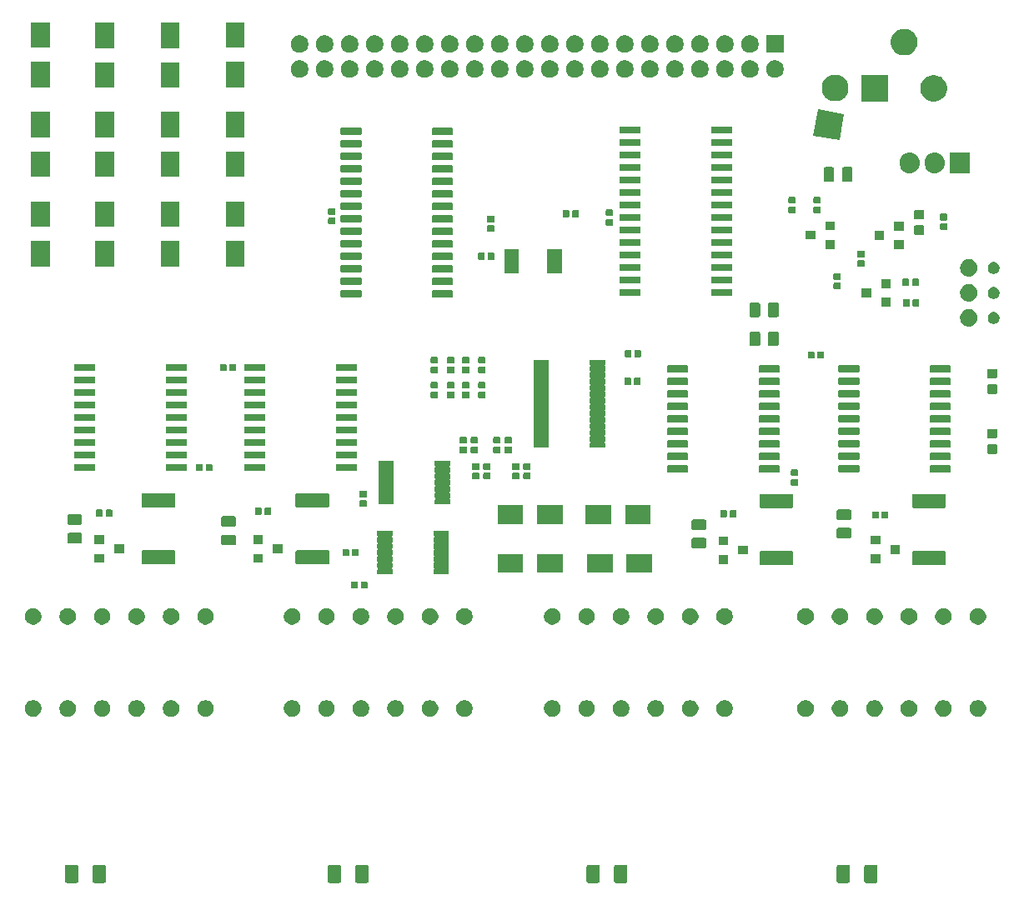
<source format=gbr>
G04 #@! TF.GenerationSoftware,KiCad,Pcbnew,5.1.6*
G04 #@! TF.CreationDate,2020-06-25T20:11:56-04:00*
G04 #@! TF.ProjectId,EVE-PCB-V4,4556452d-5043-4422-9d56-342e6b696361,rev?*
G04 #@! TF.SameCoordinates,Original*
G04 #@! TF.FileFunction,Soldermask,Top*
G04 #@! TF.FilePolarity,Negative*
%FSLAX46Y46*%
G04 Gerber Fmt 4.6, Leading zero omitted, Abs format (unit mm)*
G04 Created by KiCad (PCBNEW 5.1.6) date 2020-06-25 20:11:56*
%MOMM*%
%LPD*%
G01*
G04 APERTURE LIST*
%ADD10C,0.100000*%
G04 APERTURE END LIST*
D10*
G36*
X176670604Y-120998347D02*
G01*
X176707144Y-121009432D01*
X176740821Y-121027433D01*
X176770341Y-121051659D01*
X176794567Y-121081179D01*
X176812568Y-121114856D01*
X176823653Y-121151396D01*
X176828000Y-121195538D01*
X176828000Y-122644462D01*
X176823653Y-122688604D01*
X176812568Y-122725144D01*
X176794567Y-122758821D01*
X176770341Y-122788341D01*
X176740821Y-122812567D01*
X176707144Y-122830568D01*
X176670604Y-122841653D01*
X176626462Y-122846000D01*
X175677538Y-122846000D01*
X175633396Y-122841653D01*
X175596856Y-122830568D01*
X175563179Y-122812567D01*
X175533659Y-122788341D01*
X175509433Y-122758821D01*
X175491432Y-122725144D01*
X175480347Y-122688604D01*
X175476000Y-122644462D01*
X175476000Y-121195538D01*
X175480347Y-121151396D01*
X175491432Y-121114856D01*
X175509433Y-121081179D01*
X175533659Y-121051659D01*
X175563179Y-121027433D01*
X175596856Y-121009432D01*
X175633396Y-120998347D01*
X175677538Y-120994000D01*
X176626462Y-120994000D01*
X176670604Y-120998347D01*
G37*
G36*
X173870604Y-120998347D02*
G01*
X173907144Y-121009432D01*
X173940821Y-121027433D01*
X173970341Y-121051659D01*
X173994567Y-121081179D01*
X174012568Y-121114856D01*
X174023653Y-121151396D01*
X174028000Y-121195538D01*
X174028000Y-122644462D01*
X174023653Y-122688604D01*
X174012568Y-122725144D01*
X173994567Y-122758821D01*
X173970341Y-122788341D01*
X173940821Y-122812567D01*
X173907144Y-122830568D01*
X173870604Y-122841653D01*
X173826462Y-122846000D01*
X172877538Y-122846000D01*
X172833396Y-122841653D01*
X172796856Y-122830568D01*
X172763179Y-122812567D01*
X172733659Y-122788341D01*
X172709433Y-122758821D01*
X172691432Y-122725144D01*
X172680347Y-122688604D01*
X172676000Y-122644462D01*
X172676000Y-121195538D01*
X172680347Y-121151396D01*
X172691432Y-121114856D01*
X172709433Y-121081179D01*
X172733659Y-121051659D01*
X172763179Y-121027433D01*
X172796856Y-121009432D01*
X172833396Y-120998347D01*
X172877538Y-120994000D01*
X173826462Y-120994000D01*
X173870604Y-120998347D01*
G37*
G36*
X98308604Y-120998347D02*
G01*
X98345144Y-121009432D01*
X98378821Y-121027433D01*
X98408341Y-121051659D01*
X98432567Y-121081179D01*
X98450568Y-121114856D01*
X98461653Y-121151396D01*
X98466000Y-121195538D01*
X98466000Y-122644462D01*
X98461653Y-122688604D01*
X98450568Y-122725144D01*
X98432567Y-122758821D01*
X98408341Y-122788341D01*
X98378821Y-122812567D01*
X98345144Y-122830568D01*
X98308604Y-122841653D01*
X98264462Y-122846000D01*
X97315538Y-122846000D01*
X97271396Y-122841653D01*
X97234856Y-122830568D01*
X97201179Y-122812567D01*
X97171659Y-122788341D01*
X97147433Y-122758821D01*
X97129432Y-122725144D01*
X97118347Y-122688604D01*
X97114000Y-122644462D01*
X97114000Y-121195538D01*
X97118347Y-121151396D01*
X97129432Y-121114856D01*
X97147433Y-121081179D01*
X97171659Y-121051659D01*
X97201179Y-121027433D01*
X97234856Y-121009432D01*
X97271396Y-120998347D01*
X97315538Y-120994000D01*
X98264462Y-120994000D01*
X98308604Y-120998347D01*
G37*
G36*
X95508604Y-120998347D02*
G01*
X95545144Y-121009432D01*
X95578821Y-121027433D01*
X95608341Y-121051659D01*
X95632567Y-121081179D01*
X95650568Y-121114856D01*
X95661653Y-121151396D01*
X95666000Y-121195538D01*
X95666000Y-122644462D01*
X95661653Y-122688604D01*
X95650568Y-122725144D01*
X95632567Y-122758821D01*
X95608341Y-122788341D01*
X95578821Y-122812567D01*
X95545144Y-122830568D01*
X95508604Y-122841653D01*
X95464462Y-122846000D01*
X94515538Y-122846000D01*
X94471396Y-122841653D01*
X94434856Y-122830568D01*
X94401179Y-122812567D01*
X94371659Y-122788341D01*
X94347433Y-122758821D01*
X94329432Y-122725144D01*
X94318347Y-122688604D01*
X94314000Y-122644462D01*
X94314000Y-121195538D01*
X94318347Y-121151396D01*
X94329432Y-121114856D01*
X94347433Y-121081179D01*
X94371659Y-121051659D01*
X94401179Y-121027433D01*
X94434856Y-121009432D01*
X94471396Y-120998347D01*
X94515538Y-120994000D01*
X95464462Y-120994000D01*
X95508604Y-120998347D01*
G37*
G36*
X122184604Y-120998347D02*
G01*
X122221144Y-121009432D01*
X122254821Y-121027433D01*
X122284341Y-121051659D01*
X122308567Y-121081179D01*
X122326568Y-121114856D01*
X122337653Y-121151396D01*
X122342000Y-121195538D01*
X122342000Y-122644462D01*
X122337653Y-122688604D01*
X122326568Y-122725144D01*
X122308567Y-122758821D01*
X122284341Y-122788341D01*
X122254821Y-122812567D01*
X122221144Y-122830568D01*
X122184604Y-122841653D01*
X122140462Y-122846000D01*
X121191538Y-122846000D01*
X121147396Y-122841653D01*
X121110856Y-122830568D01*
X121077179Y-122812567D01*
X121047659Y-122788341D01*
X121023433Y-122758821D01*
X121005432Y-122725144D01*
X120994347Y-122688604D01*
X120990000Y-122644462D01*
X120990000Y-121195538D01*
X120994347Y-121151396D01*
X121005432Y-121114856D01*
X121023433Y-121081179D01*
X121047659Y-121051659D01*
X121077179Y-121027433D01*
X121110856Y-121009432D01*
X121147396Y-120998347D01*
X121191538Y-120994000D01*
X122140462Y-120994000D01*
X122184604Y-120998347D01*
G37*
G36*
X151270604Y-120998347D02*
G01*
X151307144Y-121009432D01*
X151340821Y-121027433D01*
X151370341Y-121051659D01*
X151394567Y-121081179D01*
X151412568Y-121114856D01*
X151423653Y-121151396D01*
X151428000Y-121195538D01*
X151428000Y-122644462D01*
X151423653Y-122688604D01*
X151412568Y-122725144D01*
X151394567Y-122758821D01*
X151370341Y-122788341D01*
X151340821Y-122812567D01*
X151307144Y-122830568D01*
X151270604Y-122841653D01*
X151226462Y-122846000D01*
X150277538Y-122846000D01*
X150233396Y-122841653D01*
X150196856Y-122830568D01*
X150163179Y-122812567D01*
X150133659Y-122788341D01*
X150109433Y-122758821D01*
X150091432Y-122725144D01*
X150080347Y-122688604D01*
X150076000Y-122644462D01*
X150076000Y-121195538D01*
X150080347Y-121151396D01*
X150091432Y-121114856D01*
X150109433Y-121081179D01*
X150133659Y-121051659D01*
X150163179Y-121027433D01*
X150196856Y-121009432D01*
X150233396Y-120998347D01*
X150277538Y-120994000D01*
X151226462Y-120994000D01*
X151270604Y-120998347D01*
G37*
G36*
X148470604Y-120998347D02*
G01*
X148507144Y-121009432D01*
X148540821Y-121027433D01*
X148570341Y-121051659D01*
X148594567Y-121081179D01*
X148612568Y-121114856D01*
X148623653Y-121151396D01*
X148628000Y-121195538D01*
X148628000Y-122644462D01*
X148623653Y-122688604D01*
X148612568Y-122725144D01*
X148594567Y-122758821D01*
X148570341Y-122788341D01*
X148540821Y-122812567D01*
X148507144Y-122830568D01*
X148470604Y-122841653D01*
X148426462Y-122846000D01*
X147477538Y-122846000D01*
X147433396Y-122841653D01*
X147396856Y-122830568D01*
X147363179Y-122812567D01*
X147333659Y-122788341D01*
X147309433Y-122758821D01*
X147291432Y-122725144D01*
X147280347Y-122688604D01*
X147276000Y-122644462D01*
X147276000Y-121195538D01*
X147280347Y-121151396D01*
X147291432Y-121114856D01*
X147309433Y-121081179D01*
X147333659Y-121051659D01*
X147363179Y-121027433D01*
X147396856Y-121009432D01*
X147433396Y-120998347D01*
X147477538Y-120994000D01*
X148426462Y-120994000D01*
X148470604Y-120998347D01*
G37*
G36*
X124984604Y-120998347D02*
G01*
X125021144Y-121009432D01*
X125054821Y-121027433D01*
X125084341Y-121051659D01*
X125108567Y-121081179D01*
X125126568Y-121114856D01*
X125137653Y-121151396D01*
X125142000Y-121195538D01*
X125142000Y-122644462D01*
X125137653Y-122688604D01*
X125126568Y-122725144D01*
X125108567Y-122758821D01*
X125084341Y-122788341D01*
X125054821Y-122812567D01*
X125021144Y-122830568D01*
X124984604Y-122841653D01*
X124940462Y-122846000D01*
X123991538Y-122846000D01*
X123947396Y-122841653D01*
X123910856Y-122830568D01*
X123877179Y-122812567D01*
X123847659Y-122788341D01*
X123823433Y-122758821D01*
X123805432Y-122725144D01*
X123794347Y-122688604D01*
X123790000Y-122644462D01*
X123790000Y-121195538D01*
X123794347Y-121151396D01*
X123805432Y-121114856D01*
X123823433Y-121081179D01*
X123847659Y-121051659D01*
X123877179Y-121027433D01*
X123910856Y-121009432D01*
X123947396Y-120998347D01*
X123991538Y-120994000D01*
X124940462Y-120994000D01*
X124984604Y-120998347D01*
G37*
G36*
X147541927Y-104303723D02*
G01*
X147694524Y-104366930D01*
X147831858Y-104458694D01*
X147948652Y-104575488D01*
X148040416Y-104712822D01*
X148103623Y-104865419D01*
X148135846Y-105027414D01*
X148135846Y-105192586D01*
X148103623Y-105354581D01*
X148040416Y-105507178D01*
X147948652Y-105644512D01*
X147831858Y-105761306D01*
X147694524Y-105853070D01*
X147541927Y-105916277D01*
X147379932Y-105948500D01*
X147214760Y-105948500D01*
X147052765Y-105916277D01*
X146900168Y-105853070D01*
X146762834Y-105761306D01*
X146646040Y-105644512D01*
X146554276Y-105507178D01*
X146491069Y-105354581D01*
X146458846Y-105192586D01*
X146458846Y-105027414D01*
X146491069Y-104865419D01*
X146554276Y-104712822D01*
X146646040Y-104575488D01*
X146762834Y-104458694D01*
X146900168Y-104366930D01*
X147052765Y-104303723D01*
X147214760Y-104271500D01*
X147379932Y-104271500D01*
X147541927Y-104303723D01*
G37*
G36*
X117625927Y-104303723D02*
G01*
X117778524Y-104366930D01*
X117915858Y-104458694D01*
X118032652Y-104575488D01*
X118124416Y-104712822D01*
X118187623Y-104865419D01*
X118219846Y-105027414D01*
X118219846Y-105192586D01*
X118187623Y-105354581D01*
X118124416Y-105507178D01*
X118032652Y-105644512D01*
X117915858Y-105761306D01*
X117778524Y-105853070D01*
X117625927Y-105916277D01*
X117463932Y-105948500D01*
X117298760Y-105948500D01*
X117136765Y-105916277D01*
X116984168Y-105853070D01*
X116846834Y-105761306D01*
X116730040Y-105644512D01*
X116638276Y-105507178D01*
X116575069Y-105354581D01*
X116542846Y-105192586D01*
X116542846Y-105027414D01*
X116575069Y-104865419D01*
X116638276Y-104712822D01*
X116730040Y-104575488D01*
X116846834Y-104458694D01*
X116984168Y-104366930D01*
X117136765Y-104303723D01*
X117298760Y-104271500D01*
X117463932Y-104271500D01*
X117625927Y-104303723D01*
G37*
G36*
X121125927Y-104303723D02*
G01*
X121278524Y-104366930D01*
X121415858Y-104458694D01*
X121532652Y-104575488D01*
X121624416Y-104712822D01*
X121687623Y-104865419D01*
X121719846Y-105027414D01*
X121719846Y-105192586D01*
X121687623Y-105354581D01*
X121624416Y-105507178D01*
X121532652Y-105644512D01*
X121415858Y-105761306D01*
X121278524Y-105853070D01*
X121125927Y-105916277D01*
X120963932Y-105948500D01*
X120798760Y-105948500D01*
X120636765Y-105916277D01*
X120484168Y-105853070D01*
X120346834Y-105761306D01*
X120230040Y-105644512D01*
X120138276Y-105507178D01*
X120075069Y-105354581D01*
X120042846Y-105192586D01*
X120042846Y-105027414D01*
X120075069Y-104865419D01*
X120138276Y-104712822D01*
X120230040Y-104575488D01*
X120346834Y-104458694D01*
X120484168Y-104366930D01*
X120636765Y-104303723D01*
X120798760Y-104271500D01*
X120963932Y-104271500D01*
X121125927Y-104303723D01*
G37*
G36*
X124625927Y-104303723D02*
G01*
X124778524Y-104366930D01*
X124915858Y-104458694D01*
X125032652Y-104575488D01*
X125124416Y-104712822D01*
X125187623Y-104865419D01*
X125219846Y-105027414D01*
X125219846Y-105192586D01*
X125187623Y-105354581D01*
X125124416Y-105507178D01*
X125032652Y-105644512D01*
X124915858Y-105761306D01*
X124778524Y-105853070D01*
X124625927Y-105916277D01*
X124463932Y-105948500D01*
X124298760Y-105948500D01*
X124136765Y-105916277D01*
X123984168Y-105853070D01*
X123846834Y-105761306D01*
X123730040Y-105644512D01*
X123638276Y-105507178D01*
X123575069Y-105354581D01*
X123542846Y-105192586D01*
X123542846Y-105027414D01*
X123575069Y-104865419D01*
X123638276Y-104712822D01*
X123730040Y-104575488D01*
X123846834Y-104458694D01*
X123984168Y-104366930D01*
X124136765Y-104303723D01*
X124298760Y-104271500D01*
X124463932Y-104271500D01*
X124625927Y-104303723D01*
G37*
G36*
X128125927Y-104303723D02*
G01*
X128278524Y-104366930D01*
X128415858Y-104458694D01*
X128532652Y-104575488D01*
X128624416Y-104712822D01*
X128687623Y-104865419D01*
X128719846Y-105027414D01*
X128719846Y-105192586D01*
X128687623Y-105354581D01*
X128624416Y-105507178D01*
X128532652Y-105644512D01*
X128415858Y-105761306D01*
X128278524Y-105853070D01*
X128125927Y-105916277D01*
X127963932Y-105948500D01*
X127798760Y-105948500D01*
X127636765Y-105916277D01*
X127484168Y-105853070D01*
X127346834Y-105761306D01*
X127230040Y-105644512D01*
X127138276Y-105507178D01*
X127075069Y-105354581D01*
X127042846Y-105192586D01*
X127042846Y-105027414D01*
X127075069Y-104865419D01*
X127138276Y-104712822D01*
X127230040Y-104575488D01*
X127346834Y-104458694D01*
X127484168Y-104366930D01*
X127636765Y-104303723D01*
X127798760Y-104271500D01*
X127963932Y-104271500D01*
X128125927Y-104303723D01*
G37*
G36*
X131625927Y-104303723D02*
G01*
X131778524Y-104366930D01*
X131915858Y-104458694D01*
X132032652Y-104575488D01*
X132124416Y-104712822D01*
X132187623Y-104865419D01*
X132219846Y-105027414D01*
X132219846Y-105192586D01*
X132187623Y-105354581D01*
X132124416Y-105507178D01*
X132032652Y-105644512D01*
X131915858Y-105761306D01*
X131778524Y-105853070D01*
X131625927Y-105916277D01*
X131463932Y-105948500D01*
X131298760Y-105948500D01*
X131136765Y-105916277D01*
X130984168Y-105853070D01*
X130846834Y-105761306D01*
X130730040Y-105644512D01*
X130638276Y-105507178D01*
X130575069Y-105354581D01*
X130542846Y-105192586D01*
X130542846Y-105027414D01*
X130575069Y-104865419D01*
X130638276Y-104712822D01*
X130730040Y-104575488D01*
X130846834Y-104458694D01*
X130984168Y-104366930D01*
X131136765Y-104303723D01*
X131298760Y-104271500D01*
X131463932Y-104271500D01*
X131625927Y-104303723D01*
G37*
G36*
X135125927Y-104303723D02*
G01*
X135278524Y-104366930D01*
X135415858Y-104458694D01*
X135532652Y-104575488D01*
X135624416Y-104712822D01*
X135687623Y-104865419D01*
X135719846Y-105027414D01*
X135719846Y-105192586D01*
X135687623Y-105354581D01*
X135624416Y-105507178D01*
X135532652Y-105644512D01*
X135415858Y-105761306D01*
X135278524Y-105853070D01*
X135125927Y-105916277D01*
X134963932Y-105948500D01*
X134798760Y-105948500D01*
X134636765Y-105916277D01*
X134484168Y-105853070D01*
X134346834Y-105761306D01*
X134230040Y-105644512D01*
X134138276Y-105507178D01*
X134075069Y-105354581D01*
X134042846Y-105192586D01*
X134042846Y-105027414D01*
X134075069Y-104865419D01*
X134138276Y-104712822D01*
X134230040Y-104575488D01*
X134346834Y-104458694D01*
X134484168Y-104366930D01*
X134636765Y-104303723D01*
X134798760Y-104271500D01*
X134963932Y-104271500D01*
X135125927Y-104303723D01*
G37*
G36*
X144041927Y-104303723D02*
G01*
X144194524Y-104366930D01*
X144331858Y-104458694D01*
X144448652Y-104575488D01*
X144540416Y-104712822D01*
X144603623Y-104865419D01*
X144635846Y-105027414D01*
X144635846Y-105192586D01*
X144603623Y-105354581D01*
X144540416Y-105507178D01*
X144448652Y-105644512D01*
X144331858Y-105761306D01*
X144194524Y-105853070D01*
X144041927Y-105916277D01*
X143879932Y-105948500D01*
X143714760Y-105948500D01*
X143552765Y-105916277D01*
X143400168Y-105853070D01*
X143262834Y-105761306D01*
X143146040Y-105644512D01*
X143054276Y-105507178D01*
X142991069Y-105354581D01*
X142958846Y-105192586D01*
X142958846Y-105027414D01*
X142991069Y-104865419D01*
X143054276Y-104712822D01*
X143146040Y-104575488D01*
X143262834Y-104458694D01*
X143400168Y-104366930D01*
X143552765Y-104303723D01*
X143714760Y-104271500D01*
X143879932Y-104271500D01*
X144041927Y-104303723D01*
G37*
G36*
X151041927Y-104303723D02*
G01*
X151194524Y-104366930D01*
X151331858Y-104458694D01*
X151448652Y-104575488D01*
X151540416Y-104712822D01*
X151603623Y-104865419D01*
X151635846Y-105027414D01*
X151635846Y-105192586D01*
X151603623Y-105354581D01*
X151540416Y-105507178D01*
X151448652Y-105644512D01*
X151331858Y-105761306D01*
X151194524Y-105853070D01*
X151041927Y-105916277D01*
X150879932Y-105948500D01*
X150714760Y-105948500D01*
X150552765Y-105916277D01*
X150400168Y-105853070D01*
X150262834Y-105761306D01*
X150146040Y-105644512D01*
X150054276Y-105507178D01*
X149991069Y-105354581D01*
X149958846Y-105192586D01*
X149958846Y-105027414D01*
X149991069Y-104865419D01*
X150054276Y-104712822D01*
X150146040Y-104575488D01*
X150262834Y-104458694D01*
X150400168Y-104366930D01*
X150552765Y-104303723D01*
X150714760Y-104271500D01*
X150879932Y-104271500D01*
X151041927Y-104303723D01*
G37*
G36*
X154541927Y-104303723D02*
G01*
X154694524Y-104366930D01*
X154831858Y-104458694D01*
X154948652Y-104575488D01*
X155040416Y-104712822D01*
X155103623Y-104865419D01*
X155135846Y-105027414D01*
X155135846Y-105192586D01*
X155103623Y-105354581D01*
X155040416Y-105507178D01*
X154948652Y-105644512D01*
X154831858Y-105761306D01*
X154694524Y-105853070D01*
X154541927Y-105916277D01*
X154379932Y-105948500D01*
X154214760Y-105948500D01*
X154052765Y-105916277D01*
X153900168Y-105853070D01*
X153762834Y-105761306D01*
X153646040Y-105644512D01*
X153554276Y-105507178D01*
X153491069Y-105354581D01*
X153458846Y-105192586D01*
X153458846Y-105027414D01*
X153491069Y-104865419D01*
X153554276Y-104712822D01*
X153646040Y-104575488D01*
X153762834Y-104458694D01*
X153900168Y-104366930D01*
X154052765Y-104303723D01*
X154214760Y-104271500D01*
X154379932Y-104271500D01*
X154541927Y-104303723D01*
G37*
G36*
X158041927Y-104303723D02*
G01*
X158194524Y-104366930D01*
X158331858Y-104458694D01*
X158448652Y-104575488D01*
X158540416Y-104712822D01*
X158603623Y-104865419D01*
X158635846Y-105027414D01*
X158635846Y-105192586D01*
X158603623Y-105354581D01*
X158540416Y-105507178D01*
X158448652Y-105644512D01*
X158331858Y-105761306D01*
X158194524Y-105853070D01*
X158041927Y-105916277D01*
X157879932Y-105948500D01*
X157714760Y-105948500D01*
X157552765Y-105916277D01*
X157400168Y-105853070D01*
X157262834Y-105761306D01*
X157146040Y-105644512D01*
X157054276Y-105507178D01*
X156991069Y-105354581D01*
X156958846Y-105192586D01*
X156958846Y-105027414D01*
X156991069Y-104865419D01*
X157054276Y-104712822D01*
X157146040Y-104575488D01*
X157262834Y-104458694D01*
X157400168Y-104366930D01*
X157552765Y-104303723D01*
X157714760Y-104271500D01*
X157879932Y-104271500D01*
X158041927Y-104303723D01*
G37*
G36*
X161541927Y-104303723D02*
G01*
X161694524Y-104366930D01*
X161831858Y-104458694D01*
X161948652Y-104575488D01*
X162040416Y-104712822D01*
X162103623Y-104865419D01*
X162135846Y-105027414D01*
X162135846Y-105192586D01*
X162103623Y-105354581D01*
X162040416Y-105507178D01*
X161948652Y-105644512D01*
X161831858Y-105761306D01*
X161694524Y-105853070D01*
X161541927Y-105916277D01*
X161379932Y-105948500D01*
X161214760Y-105948500D01*
X161052765Y-105916277D01*
X160900168Y-105853070D01*
X160762834Y-105761306D01*
X160646040Y-105644512D01*
X160554276Y-105507178D01*
X160491069Y-105354581D01*
X160458846Y-105192586D01*
X160458846Y-105027414D01*
X160491069Y-104865419D01*
X160554276Y-104712822D01*
X160646040Y-104575488D01*
X160762834Y-104458694D01*
X160900168Y-104366930D01*
X161052765Y-104303723D01*
X161214760Y-104271500D01*
X161379932Y-104271500D01*
X161541927Y-104303723D01*
G37*
G36*
X105336927Y-104303723D02*
G01*
X105489524Y-104366930D01*
X105626858Y-104458694D01*
X105743652Y-104575488D01*
X105835416Y-104712822D01*
X105898623Y-104865419D01*
X105930846Y-105027414D01*
X105930846Y-105192586D01*
X105898623Y-105354581D01*
X105835416Y-105507178D01*
X105743652Y-105644512D01*
X105626858Y-105761306D01*
X105489524Y-105853070D01*
X105336927Y-105916277D01*
X105174932Y-105948500D01*
X105009760Y-105948500D01*
X104847765Y-105916277D01*
X104695168Y-105853070D01*
X104557834Y-105761306D01*
X104441040Y-105644512D01*
X104349276Y-105507178D01*
X104286069Y-105354581D01*
X104253846Y-105192586D01*
X104253846Y-105027414D01*
X104286069Y-104865419D01*
X104349276Y-104712822D01*
X104441040Y-104575488D01*
X104557834Y-104458694D01*
X104695168Y-104366930D01*
X104847765Y-104303723D01*
X105009760Y-104271500D01*
X105174932Y-104271500D01*
X105336927Y-104303723D01*
G37*
G36*
X169759427Y-104303723D02*
G01*
X169912024Y-104366930D01*
X170049358Y-104458694D01*
X170166152Y-104575488D01*
X170257916Y-104712822D01*
X170321123Y-104865419D01*
X170353346Y-105027414D01*
X170353346Y-105192586D01*
X170321123Y-105354581D01*
X170257916Y-105507178D01*
X170166152Y-105644512D01*
X170049358Y-105761306D01*
X169912024Y-105853070D01*
X169759427Y-105916277D01*
X169597432Y-105948500D01*
X169432260Y-105948500D01*
X169270265Y-105916277D01*
X169117668Y-105853070D01*
X168980334Y-105761306D01*
X168863540Y-105644512D01*
X168771776Y-105507178D01*
X168708569Y-105354581D01*
X168676346Y-105192586D01*
X168676346Y-105027414D01*
X168708569Y-104865419D01*
X168771776Y-104712822D01*
X168863540Y-104575488D01*
X168980334Y-104458694D01*
X169117668Y-104366930D01*
X169270265Y-104303723D01*
X169432260Y-104271500D01*
X169597432Y-104271500D01*
X169759427Y-104303723D01*
G37*
G36*
X173259427Y-104303723D02*
G01*
X173412024Y-104366930D01*
X173549358Y-104458694D01*
X173666152Y-104575488D01*
X173757916Y-104712822D01*
X173821123Y-104865419D01*
X173853346Y-105027414D01*
X173853346Y-105192586D01*
X173821123Y-105354581D01*
X173757916Y-105507178D01*
X173666152Y-105644512D01*
X173549358Y-105761306D01*
X173412024Y-105853070D01*
X173259427Y-105916277D01*
X173097432Y-105948500D01*
X172932260Y-105948500D01*
X172770265Y-105916277D01*
X172617668Y-105853070D01*
X172480334Y-105761306D01*
X172363540Y-105644512D01*
X172271776Y-105507178D01*
X172208569Y-105354581D01*
X172176346Y-105192586D01*
X172176346Y-105027414D01*
X172208569Y-104865419D01*
X172271776Y-104712822D01*
X172363540Y-104575488D01*
X172480334Y-104458694D01*
X172617668Y-104366930D01*
X172770265Y-104303723D01*
X172932260Y-104271500D01*
X173097432Y-104271500D01*
X173259427Y-104303723D01*
G37*
G36*
X176759427Y-104303723D02*
G01*
X176912024Y-104366930D01*
X177049358Y-104458694D01*
X177166152Y-104575488D01*
X177257916Y-104712822D01*
X177321123Y-104865419D01*
X177353346Y-105027414D01*
X177353346Y-105192586D01*
X177321123Y-105354581D01*
X177257916Y-105507178D01*
X177166152Y-105644512D01*
X177049358Y-105761306D01*
X176912024Y-105853070D01*
X176759427Y-105916277D01*
X176597432Y-105948500D01*
X176432260Y-105948500D01*
X176270265Y-105916277D01*
X176117668Y-105853070D01*
X175980334Y-105761306D01*
X175863540Y-105644512D01*
X175771776Y-105507178D01*
X175708569Y-105354581D01*
X175676346Y-105192586D01*
X175676346Y-105027414D01*
X175708569Y-104865419D01*
X175771776Y-104712822D01*
X175863540Y-104575488D01*
X175980334Y-104458694D01*
X176117668Y-104366930D01*
X176270265Y-104303723D01*
X176432260Y-104271500D01*
X176597432Y-104271500D01*
X176759427Y-104303723D01*
G37*
G36*
X180259427Y-104303723D02*
G01*
X180412024Y-104366930D01*
X180549358Y-104458694D01*
X180666152Y-104575488D01*
X180757916Y-104712822D01*
X180821123Y-104865419D01*
X180853346Y-105027414D01*
X180853346Y-105192586D01*
X180821123Y-105354581D01*
X180757916Y-105507178D01*
X180666152Y-105644512D01*
X180549358Y-105761306D01*
X180412024Y-105853070D01*
X180259427Y-105916277D01*
X180097432Y-105948500D01*
X179932260Y-105948500D01*
X179770265Y-105916277D01*
X179617668Y-105853070D01*
X179480334Y-105761306D01*
X179363540Y-105644512D01*
X179271776Y-105507178D01*
X179208569Y-105354581D01*
X179176346Y-105192586D01*
X179176346Y-105027414D01*
X179208569Y-104865419D01*
X179271776Y-104712822D01*
X179363540Y-104575488D01*
X179480334Y-104458694D01*
X179617668Y-104366930D01*
X179770265Y-104303723D01*
X179932260Y-104271500D01*
X180097432Y-104271500D01*
X180259427Y-104303723D01*
G37*
G36*
X183759427Y-104303723D02*
G01*
X183912024Y-104366930D01*
X184049358Y-104458694D01*
X184166152Y-104575488D01*
X184257916Y-104712822D01*
X184321123Y-104865419D01*
X184353346Y-105027414D01*
X184353346Y-105192586D01*
X184321123Y-105354581D01*
X184257916Y-105507178D01*
X184166152Y-105644512D01*
X184049358Y-105761306D01*
X183912024Y-105853070D01*
X183759427Y-105916277D01*
X183597432Y-105948500D01*
X183432260Y-105948500D01*
X183270265Y-105916277D01*
X183117668Y-105853070D01*
X182980334Y-105761306D01*
X182863540Y-105644512D01*
X182771776Y-105507178D01*
X182708569Y-105354581D01*
X182676346Y-105192586D01*
X182676346Y-105027414D01*
X182708569Y-104865419D01*
X182771776Y-104712822D01*
X182863540Y-104575488D01*
X182980334Y-104458694D01*
X183117668Y-104366930D01*
X183270265Y-104303723D01*
X183432260Y-104271500D01*
X183597432Y-104271500D01*
X183759427Y-104303723D01*
G37*
G36*
X187259427Y-104303723D02*
G01*
X187412024Y-104366930D01*
X187549358Y-104458694D01*
X187666152Y-104575488D01*
X187757916Y-104712822D01*
X187821123Y-104865419D01*
X187853346Y-105027414D01*
X187853346Y-105192586D01*
X187821123Y-105354581D01*
X187757916Y-105507178D01*
X187666152Y-105644512D01*
X187549358Y-105761306D01*
X187412024Y-105853070D01*
X187259427Y-105916277D01*
X187097432Y-105948500D01*
X186932260Y-105948500D01*
X186770265Y-105916277D01*
X186617668Y-105853070D01*
X186480334Y-105761306D01*
X186363540Y-105644512D01*
X186271776Y-105507178D01*
X186208569Y-105354581D01*
X186176346Y-105192586D01*
X186176346Y-105027414D01*
X186208569Y-104865419D01*
X186271776Y-104712822D01*
X186363540Y-104575488D01*
X186480334Y-104458694D01*
X186617668Y-104366930D01*
X186770265Y-104303723D01*
X186932260Y-104271500D01*
X187097432Y-104271500D01*
X187259427Y-104303723D01*
G37*
G36*
X108836927Y-104303723D02*
G01*
X108989524Y-104366930D01*
X109126858Y-104458694D01*
X109243652Y-104575488D01*
X109335416Y-104712822D01*
X109398623Y-104865419D01*
X109430846Y-105027414D01*
X109430846Y-105192586D01*
X109398623Y-105354581D01*
X109335416Y-105507178D01*
X109243652Y-105644512D01*
X109126858Y-105761306D01*
X108989524Y-105853070D01*
X108836927Y-105916277D01*
X108674932Y-105948500D01*
X108509760Y-105948500D01*
X108347765Y-105916277D01*
X108195168Y-105853070D01*
X108057834Y-105761306D01*
X107941040Y-105644512D01*
X107849276Y-105507178D01*
X107786069Y-105354581D01*
X107753846Y-105192586D01*
X107753846Y-105027414D01*
X107786069Y-104865419D01*
X107849276Y-104712822D01*
X107941040Y-104575488D01*
X108057834Y-104458694D01*
X108195168Y-104366930D01*
X108347765Y-104303723D01*
X108509760Y-104271500D01*
X108674932Y-104271500D01*
X108836927Y-104303723D01*
G37*
G36*
X94836927Y-104303723D02*
G01*
X94989524Y-104366930D01*
X95126858Y-104458694D01*
X95243652Y-104575488D01*
X95335416Y-104712822D01*
X95398623Y-104865419D01*
X95430846Y-105027414D01*
X95430846Y-105192586D01*
X95398623Y-105354581D01*
X95335416Y-105507178D01*
X95243652Y-105644512D01*
X95126858Y-105761306D01*
X94989524Y-105853070D01*
X94836927Y-105916277D01*
X94674932Y-105948500D01*
X94509760Y-105948500D01*
X94347765Y-105916277D01*
X94195168Y-105853070D01*
X94057834Y-105761306D01*
X93941040Y-105644512D01*
X93849276Y-105507178D01*
X93786069Y-105354581D01*
X93753846Y-105192586D01*
X93753846Y-105027414D01*
X93786069Y-104865419D01*
X93849276Y-104712822D01*
X93941040Y-104575488D01*
X94057834Y-104458694D01*
X94195168Y-104366930D01*
X94347765Y-104303723D01*
X94509760Y-104271500D01*
X94674932Y-104271500D01*
X94836927Y-104303723D01*
G37*
G36*
X91336927Y-104303723D02*
G01*
X91489524Y-104366930D01*
X91626858Y-104458694D01*
X91743652Y-104575488D01*
X91835416Y-104712822D01*
X91898623Y-104865419D01*
X91930846Y-105027414D01*
X91930846Y-105192586D01*
X91898623Y-105354581D01*
X91835416Y-105507178D01*
X91743652Y-105644512D01*
X91626858Y-105761306D01*
X91489524Y-105853070D01*
X91336927Y-105916277D01*
X91174932Y-105948500D01*
X91009760Y-105948500D01*
X90847765Y-105916277D01*
X90695168Y-105853070D01*
X90557834Y-105761306D01*
X90441040Y-105644512D01*
X90349276Y-105507178D01*
X90286069Y-105354581D01*
X90253846Y-105192586D01*
X90253846Y-105027414D01*
X90286069Y-104865419D01*
X90349276Y-104712822D01*
X90441040Y-104575488D01*
X90557834Y-104458694D01*
X90695168Y-104366930D01*
X90847765Y-104303723D01*
X91009760Y-104271500D01*
X91174932Y-104271500D01*
X91336927Y-104303723D01*
G37*
G36*
X98336927Y-104303723D02*
G01*
X98489524Y-104366930D01*
X98626858Y-104458694D01*
X98743652Y-104575488D01*
X98835416Y-104712822D01*
X98898623Y-104865419D01*
X98930846Y-105027414D01*
X98930846Y-105192586D01*
X98898623Y-105354581D01*
X98835416Y-105507178D01*
X98743652Y-105644512D01*
X98626858Y-105761306D01*
X98489524Y-105853070D01*
X98336927Y-105916277D01*
X98174932Y-105948500D01*
X98009760Y-105948500D01*
X97847765Y-105916277D01*
X97695168Y-105853070D01*
X97557834Y-105761306D01*
X97441040Y-105644512D01*
X97349276Y-105507178D01*
X97286069Y-105354581D01*
X97253846Y-105192586D01*
X97253846Y-105027414D01*
X97286069Y-104865419D01*
X97349276Y-104712822D01*
X97441040Y-104575488D01*
X97557834Y-104458694D01*
X97695168Y-104366930D01*
X97847765Y-104303723D01*
X98009760Y-104271500D01*
X98174932Y-104271500D01*
X98336927Y-104303723D01*
G37*
G36*
X101836927Y-104303723D02*
G01*
X101989524Y-104366930D01*
X102126858Y-104458694D01*
X102243652Y-104575488D01*
X102335416Y-104712822D01*
X102398623Y-104865419D01*
X102430846Y-105027414D01*
X102430846Y-105192586D01*
X102398623Y-105354581D01*
X102335416Y-105507178D01*
X102243652Y-105644512D01*
X102126858Y-105761306D01*
X101989524Y-105853070D01*
X101836927Y-105916277D01*
X101674932Y-105948500D01*
X101509760Y-105948500D01*
X101347765Y-105916277D01*
X101195168Y-105853070D01*
X101057834Y-105761306D01*
X100941040Y-105644512D01*
X100849276Y-105507178D01*
X100786069Y-105354581D01*
X100753846Y-105192586D01*
X100753846Y-105027414D01*
X100786069Y-104865419D01*
X100849276Y-104712822D01*
X100941040Y-104575488D01*
X101057834Y-104458694D01*
X101195168Y-104366930D01*
X101347765Y-104303723D01*
X101509760Y-104271500D01*
X101674932Y-104271500D01*
X101836927Y-104303723D01*
G37*
G36*
X183759427Y-94953723D02*
G01*
X183912024Y-95016930D01*
X184049358Y-95108694D01*
X184166152Y-95225488D01*
X184257916Y-95362822D01*
X184321123Y-95515419D01*
X184353346Y-95677414D01*
X184353346Y-95842586D01*
X184321123Y-96004581D01*
X184257916Y-96157178D01*
X184166152Y-96294512D01*
X184049358Y-96411306D01*
X183912024Y-96503070D01*
X183759427Y-96566277D01*
X183597432Y-96598500D01*
X183432260Y-96598500D01*
X183270265Y-96566277D01*
X183117668Y-96503070D01*
X182980334Y-96411306D01*
X182863540Y-96294512D01*
X182771776Y-96157178D01*
X182708569Y-96004581D01*
X182676346Y-95842586D01*
X182676346Y-95677414D01*
X182708569Y-95515419D01*
X182771776Y-95362822D01*
X182863540Y-95225488D01*
X182980334Y-95108694D01*
X183117668Y-95016930D01*
X183270265Y-94953723D01*
X183432260Y-94921500D01*
X183597432Y-94921500D01*
X183759427Y-94953723D01*
G37*
G36*
X135125927Y-94953723D02*
G01*
X135278524Y-95016930D01*
X135415858Y-95108694D01*
X135532652Y-95225488D01*
X135624416Y-95362822D01*
X135687623Y-95515419D01*
X135719846Y-95677414D01*
X135719846Y-95842586D01*
X135687623Y-96004581D01*
X135624416Y-96157178D01*
X135532652Y-96294512D01*
X135415858Y-96411306D01*
X135278524Y-96503070D01*
X135125927Y-96566277D01*
X134963932Y-96598500D01*
X134798760Y-96598500D01*
X134636765Y-96566277D01*
X134484168Y-96503070D01*
X134346834Y-96411306D01*
X134230040Y-96294512D01*
X134138276Y-96157178D01*
X134075069Y-96004581D01*
X134042846Y-95842586D01*
X134042846Y-95677414D01*
X134075069Y-95515419D01*
X134138276Y-95362822D01*
X134230040Y-95225488D01*
X134346834Y-95108694D01*
X134484168Y-95016930D01*
X134636765Y-94953723D01*
X134798760Y-94921500D01*
X134963932Y-94921500D01*
X135125927Y-94953723D01*
G37*
G36*
X187259427Y-94953723D02*
G01*
X187412024Y-95016930D01*
X187549358Y-95108694D01*
X187666152Y-95225488D01*
X187757916Y-95362822D01*
X187821123Y-95515419D01*
X187853346Y-95677414D01*
X187853346Y-95842586D01*
X187821123Y-96004581D01*
X187757916Y-96157178D01*
X187666152Y-96294512D01*
X187549358Y-96411306D01*
X187412024Y-96503070D01*
X187259427Y-96566277D01*
X187097432Y-96598500D01*
X186932260Y-96598500D01*
X186770265Y-96566277D01*
X186617668Y-96503070D01*
X186480334Y-96411306D01*
X186363540Y-96294512D01*
X186271776Y-96157178D01*
X186208569Y-96004581D01*
X186176346Y-95842586D01*
X186176346Y-95677414D01*
X186208569Y-95515419D01*
X186271776Y-95362822D01*
X186363540Y-95225488D01*
X186480334Y-95108694D01*
X186617668Y-95016930D01*
X186770265Y-94953723D01*
X186932260Y-94921500D01*
X187097432Y-94921500D01*
X187259427Y-94953723D01*
G37*
G36*
X151041927Y-94953723D02*
G01*
X151194524Y-95016930D01*
X151331858Y-95108694D01*
X151448652Y-95225488D01*
X151540416Y-95362822D01*
X151603623Y-95515419D01*
X151635846Y-95677414D01*
X151635846Y-95842586D01*
X151603623Y-96004581D01*
X151540416Y-96157178D01*
X151448652Y-96294512D01*
X151331858Y-96411306D01*
X151194524Y-96503070D01*
X151041927Y-96566277D01*
X150879932Y-96598500D01*
X150714760Y-96598500D01*
X150552765Y-96566277D01*
X150400168Y-96503070D01*
X150262834Y-96411306D01*
X150146040Y-96294512D01*
X150054276Y-96157178D01*
X149991069Y-96004581D01*
X149958846Y-95842586D01*
X149958846Y-95677414D01*
X149991069Y-95515419D01*
X150054276Y-95362822D01*
X150146040Y-95225488D01*
X150262834Y-95108694D01*
X150400168Y-95016930D01*
X150552765Y-94953723D01*
X150714760Y-94921500D01*
X150879932Y-94921500D01*
X151041927Y-94953723D01*
G37*
G36*
X147541927Y-94953723D02*
G01*
X147694524Y-95016930D01*
X147831858Y-95108694D01*
X147948652Y-95225488D01*
X148040416Y-95362822D01*
X148103623Y-95515419D01*
X148135846Y-95677414D01*
X148135846Y-95842586D01*
X148103623Y-96004581D01*
X148040416Y-96157178D01*
X147948652Y-96294512D01*
X147831858Y-96411306D01*
X147694524Y-96503070D01*
X147541927Y-96566277D01*
X147379932Y-96598500D01*
X147214760Y-96598500D01*
X147052765Y-96566277D01*
X146900168Y-96503070D01*
X146762834Y-96411306D01*
X146646040Y-96294512D01*
X146554276Y-96157178D01*
X146491069Y-96004581D01*
X146458846Y-95842586D01*
X146458846Y-95677414D01*
X146491069Y-95515419D01*
X146554276Y-95362822D01*
X146646040Y-95225488D01*
X146762834Y-95108694D01*
X146900168Y-95016930D01*
X147052765Y-94953723D01*
X147214760Y-94921500D01*
X147379932Y-94921500D01*
X147541927Y-94953723D01*
G37*
G36*
X144041927Y-94953723D02*
G01*
X144194524Y-95016930D01*
X144331858Y-95108694D01*
X144448652Y-95225488D01*
X144540416Y-95362822D01*
X144603623Y-95515419D01*
X144635846Y-95677414D01*
X144635846Y-95842586D01*
X144603623Y-96004581D01*
X144540416Y-96157178D01*
X144448652Y-96294512D01*
X144331858Y-96411306D01*
X144194524Y-96503070D01*
X144041927Y-96566277D01*
X143879932Y-96598500D01*
X143714760Y-96598500D01*
X143552765Y-96566277D01*
X143400168Y-96503070D01*
X143262834Y-96411306D01*
X143146040Y-96294512D01*
X143054276Y-96157178D01*
X142991069Y-96004581D01*
X142958846Y-95842586D01*
X142958846Y-95677414D01*
X142991069Y-95515419D01*
X143054276Y-95362822D01*
X143146040Y-95225488D01*
X143262834Y-95108694D01*
X143400168Y-95016930D01*
X143552765Y-94953723D01*
X143714760Y-94921500D01*
X143879932Y-94921500D01*
X144041927Y-94953723D01*
G37*
G36*
X131625927Y-94953723D02*
G01*
X131778524Y-95016930D01*
X131915858Y-95108694D01*
X132032652Y-95225488D01*
X132124416Y-95362822D01*
X132187623Y-95515419D01*
X132219846Y-95677414D01*
X132219846Y-95842586D01*
X132187623Y-96004581D01*
X132124416Y-96157178D01*
X132032652Y-96294512D01*
X131915858Y-96411306D01*
X131778524Y-96503070D01*
X131625927Y-96566277D01*
X131463932Y-96598500D01*
X131298760Y-96598500D01*
X131136765Y-96566277D01*
X130984168Y-96503070D01*
X130846834Y-96411306D01*
X130730040Y-96294512D01*
X130638276Y-96157178D01*
X130575069Y-96004581D01*
X130542846Y-95842586D01*
X130542846Y-95677414D01*
X130575069Y-95515419D01*
X130638276Y-95362822D01*
X130730040Y-95225488D01*
X130846834Y-95108694D01*
X130984168Y-95016930D01*
X131136765Y-94953723D01*
X131298760Y-94921500D01*
X131463932Y-94921500D01*
X131625927Y-94953723D01*
G37*
G36*
X128125927Y-94953723D02*
G01*
X128278524Y-95016930D01*
X128415858Y-95108694D01*
X128532652Y-95225488D01*
X128624416Y-95362822D01*
X128687623Y-95515419D01*
X128719846Y-95677414D01*
X128719846Y-95842586D01*
X128687623Y-96004581D01*
X128624416Y-96157178D01*
X128532652Y-96294512D01*
X128415858Y-96411306D01*
X128278524Y-96503070D01*
X128125927Y-96566277D01*
X127963932Y-96598500D01*
X127798760Y-96598500D01*
X127636765Y-96566277D01*
X127484168Y-96503070D01*
X127346834Y-96411306D01*
X127230040Y-96294512D01*
X127138276Y-96157178D01*
X127075069Y-96004581D01*
X127042846Y-95842586D01*
X127042846Y-95677414D01*
X127075069Y-95515419D01*
X127138276Y-95362822D01*
X127230040Y-95225488D01*
X127346834Y-95108694D01*
X127484168Y-95016930D01*
X127636765Y-94953723D01*
X127798760Y-94921500D01*
X127963932Y-94921500D01*
X128125927Y-94953723D01*
G37*
G36*
X124625927Y-94953723D02*
G01*
X124778524Y-95016930D01*
X124915858Y-95108694D01*
X125032652Y-95225488D01*
X125124416Y-95362822D01*
X125187623Y-95515419D01*
X125219846Y-95677414D01*
X125219846Y-95842586D01*
X125187623Y-96004581D01*
X125124416Y-96157178D01*
X125032652Y-96294512D01*
X124915858Y-96411306D01*
X124778524Y-96503070D01*
X124625927Y-96566277D01*
X124463932Y-96598500D01*
X124298760Y-96598500D01*
X124136765Y-96566277D01*
X123984168Y-96503070D01*
X123846834Y-96411306D01*
X123730040Y-96294512D01*
X123638276Y-96157178D01*
X123575069Y-96004581D01*
X123542846Y-95842586D01*
X123542846Y-95677414D01*
X123575069Y-95515419D01*
X123638276Y-95362822D01*
X123730040Y-95225488D01*
X123846834Y-95108694D01*
X123984168Y-95016930D01*
X124136765Y-94953723D01*
X124298760Y-94921500D01*
X124463932Y-94921500D01*
X124625927Y-94953723D01*
G37*
G36*
X117625927Y-94953723D02*
G01*
X117778524Y-95016930D01*
X117915858Y-95108694D01*
X118032652Y-95225488D01*
X118124416Y-95362822D01*
X118187623Y-95515419D01*
X118219846Y-95677414D01*
X118219846Y-95842586D01*
X118187623Y-96004581D01*
X118124416Y-96157178D01*
X118032652Y-96294512D01*
X117915858Y-96411306D01*
X117778524Y-96503070D01*
X117625927Y-96566277D01*
X117463932Y-96598500D01*
X117298760Y-96598500D01*
X117136765Y-96566277D01*
X116984168Y-96503070D01*
X116846834Y-96411306D01*
X116730040Y-96294512D01*
X116638276Y-96157178D01*
X116575069Y-96004581D01*
X116542846Y-95842586D01*
X116542846Y-95677414D01*
X116575069Y-95515419D01*
X116638276Y-95362822D01*
X116730040Y-95225488D01*
X116846834Y-95108694D01*
X116984168Y-95016930D01*
X117136765Y-94953723D01*
X117298760Y-94921500D01*
X117463932Y-94921500D01*
X117625927Y-94953723D01*
G37*
G36*
X154541927Y-94953723D02*
G01*
X154694524Y-95016930D01*
X154831858Y-95108694D01*
X154948652Y-95225488D01*
X155040416Y-95362822D01*
X155103623Y-95515419D01*
X155135846Y-95677414D01*
X155135846Y-95842586D01*
X155103623Y-96004581D01*
X155040416Y-96157178D01*
X154948652Y-96294512D01*
X154831858Y-96411306D01*
X154694524Y-96503070D01*
X154541927Y-96566277D01*
X154379932Y-96598500D01*
X154214760Y-96598500D01*
X154052765Y-96566277D01*
X153900168Y-96503070D01*
X153762834Y-96411306D01*
X153646040Y-96294512D01*
X153554276Y-96157178D01*
X153491069Y-96004581D01*
X153458846Y-95842586D01*
X153458846Y-95677414D01*
X153491069Y-95515419D01*
X153554276Y-95362822D01*
X153646040Y-95225488D01*
X153762834Y-95108694D01*
X153900168Y-95016930D01*
X154052765Y-94953723D01*
X154214760Y-94921500D01*
X154379932Y-94921500D01*
X154541927Y-94953723D01*
G37*
G36*
X121125927Y-94953723D02*
G01*
X121278524Y-95016930D01*
X121415858Y-95108694D01*
X121532652Y-95225488D01*
X121624416Y-95362822D01*
X121687623Y-95515419D01*
X121719846Y-95677414D01*
X121719846Y-95842586D01*
X121687623Y-96004581D01*
X121624416Y-96157178D01*
X121532652Y-96294512D01*
X121415858Y-96411306D01*
X121278524Y-96503070D01*
X121125927Y-96566277D01*
X120963932Y-96598500D01*
X120798760Y-96598500D01*
X120636765Y-96566277D01*
X120484168Y-96503070D01*
X120346834Y-96411306D01*
X120230040Y-96294512D01*
X120138276Y-96157178D01*
X120075069Y-96004581D01*
X120042846Y-95842586D01*
X120042846Y-95677414D01*
X120075069Y-95515419D01*
X120138276Y-95362822D01*
X120230040Y-95225488D01*
X120346834Y-95108694D01*
X120484168Y-95016930D01*
X120636765Y-94953723D01*
X120798760Y-94921500D01*
X120963932Y-94921500D01*
X121125927Y-94953723D01*
G37*
G36*
X91336927Y-94953723D02*
G01*
X91489524Y-95016930D01*
X91626858Y-95108694D01*
X91743652Y-95225488D01*
X91835416Y-95362822D01*
X91898623Y-95515419D01*
X91930846Y-95677414D01*
X91930846Y-95842586D01*
X91898623Y-96004581D01*
X91835416Y-96157178D01*
X91743652Y-96294512D01*
X91626858Y-96411306D01*
X91489524Y-96503070D01*
X91336927Y-96566277D01*
X91174932Y-96598500D01*
X91009760Y-96598500D01*
X90847765Y-96566277D01*
X90695168Y-96503070D01*
X90557834Y-96411306D01*
X90441040Y-96294512D01*
X90349276Y-96157178D01*
X90286069Y-96004581D01*
X90253846Y-95842586D01*
X90253846Y-95677414D01*
X90286069Y-95515419D01*
X90349276Y-95362822D01*
X90441040Y-95225488D01*
X90557834Y-95108694D01*
X90695168Y-95016930D01*
X90847765Y-94953723D01*
X91009760Y-94921500D01*
X91174932Y-94921500D01*
X91336927Y-94953723D01*
G37*
G36*
X180259427Y-94953723D02*
G01*
X180412024Y-95016930D01*
X180549358Y-95108694D01*
X180666152Y-95225488D01*
X180757916Y-95362822D01*
X180821123Y-95515419D01*
X180853346Y-95677414D01*
X180853346Y-95842586D01*
X180821123Y-96004581D01*
X180757916Y-96157178D01*
X180666152Y-96294512D01*
X180549358Y-96411306D01*
X180412024Y-96503070D01*
X180259427Y-96566277D01*
X180097432Y-96598500D01*
X179932260Y-96598500D01*
X179770265Y-96566277D01*
X179617668Y-96503070D01*
X179480334Y-96411306D01*
X179363540Y-96294512D01*
X179271776Y-96157178D01*
X179208569Y-96004581D01*
X179176346Y-95842586D01*
X179176346Y-95677414D01*
X179208569Y-95515419D01*
X179271776Y-95362822D01*
X179363540Y-95225488D01*
X179480334Y-95108694D01*
X179617668Y-95016930D01*
X179770265Y-94953723D01*
X179932260Y-94921500D01*
X180097432Y-94921500D01*
X180259427Y-94953723D01*
G37*
G36*
X108836927Y-94953723D02*
G01*
X108989524Y-95016930D01*
X109126858Y-95108694D01*
X109243652Y-95225488D01*
X109335416Y-95362822D01*
X109398623Y-95515419D01*
X109430846Y-95677414D01*
X109430846Y-95842586D01*
X109398623Y-96004581D01*
X109335416Y-96157178D01*
X109243652Y-96294512D01*
X109126858Y-96411306D01*
X108989524Y-96503070D01*
X108836927Y-96566277D01*
X108674932Y-96598500D01*
X108509760Y-96598500D01*
X108347765Y-96566277D01*
X108195168Y-96503070D01*
X108057834Y-96411306D01*
X107941040Y-96294512D01*
X107849276Y-96157178D01*
X107786069Y-96004581D01*
X107753846Y-95842586D01*
X107753846Y-95677414D01*
X107786069Y-95515419D01*
X107849276Y-95362822D01*
X107941040Y-95225488D01*
X108057834Y-95108694D01*
X108195168Y-95016930D01*
X108347765Y-94953723D01*
X108509760Y-94921500D01*
X108674932Y-94921500D01*
X108836927Y-94953723D01*
G37*
G36*
X158041927Y-94953723D02*
G01*
X158194524Y-95016930D01*
X158331858Y-95108694D01*
X158448652Y-95225488D01*
X158540416Y-95362822D01*
X158603623Y-95515419D01*
X158635846Y-95677414D01*
X158635846Y-95842586D01*
X158603623Y-96004581D01*
X158540416Y-96157178D01*
X158448652Y-96294512D01*
X158331858Y-96411306D01*
X158194524Y-96503070D01*
X158041927Y-96566277D01*
X157879932Y-96598500D01*
X157714760Y-96598500D01*
X157552765Y-96566277D01*
X157400168Y-96503070D01*
X157262834Y-96411306D01*
X157146040Y-96294512D01*
X157054276Y-96157178D01*
X156991069Y-96004581D01*
X156958846Y-95842586D01*
X156958846Y-95677414D01*
X156991069Y-95515419D01*
X157054276Y-95362822D01*
X157146040Y-95225488D01*
X157262834Y-95108694D01*
X157400168Y-95016930D01*
X157552765Y-94953723D01*
X157714760Y-94921500D01*
X157879932Y-94921500D01*
X158041927Y-94953723D01*
G37*
G36*
X105336927Y-94953723D02*
G01*
X105489524Y-95016930D01*
X105626858Y-95108694D01*
X105743652Y-95225488D01*
X105835416Y-95362822D01*
X105898623Y-95515419D01*
X105930846Y-95677414D01*
X105930846Y-95842586D01*
X105898623Y-96004581D01*
X105835416Y-96157178D01*
X105743652Y-96294512D01*
X105626858Y-96411306D01*
X105489524Y-96503070D01*
X105336927Y-96566277D01*
X105174932Y-96598500D01*
X105009760Y-96598500D01*
X104847765Y-96566277D01*
X104695168Y-96503070D01*
X104557834Y-96411306D01*
X104441040Y-96294512D01*
X104349276Y-96157178D01*
X104286069Y-96004581D01*
X104253846Y-95842586D01*
X104253846Y-95677414D01*
X104286069Y-95515419D01*
X104349276Y-95362822D01*
X104441040Y-95225488D01*
X104557834Y-95108694D01*
X104695168Y-95016930D01*
X104847765Y-94953723D01*
X105009760Y-94921500D01*
X105174932Y-94921500D01*
X105336927Y-94953723D01*
G37*
G36*
X161541927Y-94953723D02*
G01*
X161694524Y-95016930D01*
X161831858Y-95108694D01*
X161948652Y-95225488D01*
X162040416Y-95362822D01*
X162103623Y-95515419D01*
X162135846Y-95677414D01*
X162135846Y-95842586D01*
X162103623Y-96004581D01*
X162040416Y-96157178D01*
X161948652Y-96294512D01*
X161831858Y-96411306D01*
X161694524Y-96503070D01*
X161541927Y-96566277D01*
X161379932Y-96598500D01*
X161214760Y-96598500D01*
X161052765Y-96566277D01*
X160900168Y-96503070D01*
X160762834Y-96411306D01*
X160646040Y-96294512D01*
X160554276Y-96157178D01*
X160491069Y-96004581D01*
X160458846Y-95842586D01*
X160458846Y-95677414D01*
X160491069Y-95515419D01*
X160554276Y-95362822D01*
X160646040Y-95225488D01*
X160762834Y-95108694D01*
X160900168Y-95016930D01*
X161052765Y-94953723D01*
X161214760Y-94921500D01*
X161379932Y-94921500D01*
X161541927Y-94953723D01*
G37*
G36*
X101836927Y-94953723D02*
G01*
X101989524Y-95016930D01*
X102126858Y-95108694D01*
X102243652Y-95225488D01*
X102335416Y-95362822D01*
X102398623Y-95515419D01*
X102430846Y-95677414D01*
X102430846Y-95842586D01*
X102398623Y-96004581D01*
X102335416Y-96157178D01*
X102243652Y-96294512D01*
X102126858Y-96411306D01*
X101989524Y-96503070D01*
X101836927Y-96566277D01*
X101674932Y-96598500D01*
X101509760Y-96598500D01*
X101347765Y-96566277D01*
X101195168Y-96503070D01*
X101057834Y-96411306D01*
X100941040Y-96294512D01*
X100849276Y-96157178D01*
X100786069Y-96004581D01*
X100753846Y-95842586D01*
X100753846Y-95677414D01*
X100786069Y-95515419D01*
X100849276Y-95362822D01*
X100941040Y-95225488D01*
X101057834Y-95108694D01*
X101195168Y-95016930D01*
X101347765Y-94953723D01*
X101509760Y-94921500D01*
X101674932Y-94921500D01*
X101836927Y-94953723D01*
G37*
G36*
X98336927Y-94953723D02*
G01*
X98489524Y-95016930D01*
X98626858Y-95108694D01*
X98743652Y-95225488D01*
X98835416Y-95362822D01*
X98898623Y-95515419D01*
X98930846Y-95677414D01*
X98930846Y-95842586D01*
X98898623Y-96004581D01*
X98835416Y-96157178D01*
X98743652Y-96294512D01*
X98626858Y-96411306D01*
X98489524Y-96503070D01*
X98336927Y-96566277D01*
X98174932Y-96598500D01*
X98009760Y-96598500D01*
X97847765Y-96566277D01*
X97695168Y-96503070D01*
X97557834Y-96411306D01*
X97441040Y-96294512D01*
X97349276Y-96157178D01*
X97286069Y-96004581D01*
X97253846Y-95842586D01*
X97253846Y-95677414D01*
X97286069Y-95515419D01*
X97349276Y-95362822D01*
X97441040Y-95225488D01*
X97557834Y-95108694D01*
X97695168Y-95016930D01*
X97847765Y-94953723D01*
X98009760Y-94921500D01*
X98174932Y-94921500D01*
X98336927Y-94953723D01*
G37*
G36*
X173259427Y-94953723D02*
G01*
X173412024Y-95016930D01*
X173549358Y-95108694D01*
X173666152Y-95225488D01*
X173757916Y-95362822D01*
X173821123Y-95515419D01*
X173853346Y-95677414D01*
X173853346Y-95842586D01*
X173821123Y-96004581D01*
X173757916Y-96157178D01*
X173666152Y-96294512D01*
X173549358Y-96411306D01*
X173412024Y-96503070D01*
X173259427Y-96566277D01*
X173097432Y-96598500D01*
X172932260Y-96598500D01*
X172770265Y-96566277D01*
X172617668Y-96503070D01*
X172480334Y-96411306D01*
X172363540Y-96294512D01*
X172271776Y-96157178D01*
X172208569Y-96004581D01*
X172176346Y-95842586D01*
X172176346Y-95677414D01*
X172208569Y-95515419D01*
X172271776Y-95362822D01*
X172363540Y-95225488D01*
X172480334Y-95108694D01*
X172617668Y-95016930D01*
X172770265Y-94953723D01*
X172932260Y-94921500D01*
X173097432Y-94921500D01*
X173259427Y-94953723D01*
G37*
G36*
X94836927Y-94953723D02*
G01*
X94989524Y-95016930D01*
X95126858Y-95108694D01*
X95243652Y-95225488D01*
X95335416Y-95362822D01*
X95398623Y-95515419D01*
X95430846Y-95677414D01*
X95430846Y-95842586D01*
X95398623Y-96004581D01*
X95335416Y-96157178D01*
X95243652Y-96294512D01*
X95126858Y-96411306D01*
X94989524Y-96503070D01*
X94836927Y-96566277D01*
X94674932Y-96598500D01*
X94509760Y-96598500D01*
X94347765Y-96566277D01*
X94195168Y-96503070D01*
X94057834Y-96411306D01*
X93941040Y-96294512D01*
X93849276Y-96157178D01*
X93786069Y-96004581D01*
X93753846Y-95842586D01*
X93753846Y-95677414D01*
X93786069Y-95515419D01*
X93849276Y-95362822D01*
X93941040Y-95225488D01*
X94057834Y-95108694D01*
X94195168Y-95016930D01*
X94347765Y-94953723D01*
X94509760Y-94921500D01*
X94674932Y-94921500D01*
X94836927Y-94953723D01*
G37*
G36*
X176759427Y-94953723D02*
G01*
X176912024Y-95016930D01*
X177049358Y-95108694D01*
X177166152Y-95225488D01*
X177257916Y-95362822D01*
X177321123Y-95515419D01*
X177353346Y-95677414D01*
X177353346Y-95842586D01*
X177321123Y-96004581D01*
X177257916Y-96157178D01*
X177166152Y-96294512D01*
X177049358Y-96411306D01*
X176912024Y-96503070D01*
X176759427Y-96566277D01*
X176597432Y-96598500D01*
X176432260Y-96598500D01*
X176270265Y-96566277D01*
X176117668Y-96503070D01*
X175980334Y-96411306D01*
X175863540Y-96294512D01*
X175771776Y-96157178D01*
X175708569Y-96004581D01*
X175676346Y-95842586D01*
X175676346Y-95677414D01*
X175708569Y-95515419D01*
X175771776Y-95362822D01*
X175863540Y-95225488D01*
X175980334Y-95108694D01*
X176117668Y-95016930D01*
X176270265Y-94953723D01*
X176432260Y-94921500D01*
X176597432Y-94921500D01*
X176759427Y-94953723D01*
G37*
G36*
X169759427Y-94953723D02*
G01*
X169912024Y-95016930D01*
X170049358Y-95108694D01*
X170166152Y-95225488D01*
X170257916Y-95362822D01*
X170321123Y-95515419D01*
X170353346Y-95677414D01*
X170353346Y-95842586D01*
X170321123Y-96004581D01*
X170257916Y-96157178D01*
X170166152Y-96294512D01*
X170049358Y-96411306D01*
X169912024Y-96503070D01*
X169759427Y-96566277D01*
X169597432Y-96598500D01*
X169432260Y-96598500D01*
X169270265Y-96566277D01*
X169117668Y-96503070D01*
X168980334Y-96411306D01*
X168863540Y-96294512D01*
X168771776Y-96157178D01*
X168708569Y-96004581D01*
X168676346Y-95842586D01*
X168676346Y-95677414D01*
X168708569Y-95515419D01*
X168771776Y-95362822D01*
X168863540Y-95225488D01*
X168980334Y-95108694D01*
X169117668Y-95016930D01*
X169270265Y-94953723D01*
X169432260Y-94921500D01*
X169597432Y-94921500D01*
X169759427Y-94953723D01*
G37*
G36*
X124947938Y-92214716D02*
G01*
X124968557Y-92220971D01*
X124987553Y-92231124D01*
X125004208Y-92244792D01*
X125017876Y-92261447D01*
X125028029Y-92280443D01*
X125034284Y-92301062D01*
X125037000Y-92328640D01*
X125037000Y-92837360D01*
X125034284Y-92864938D01*
X125028029Y-92885557D01*
X125017876Y-92904553D01*
X125004208Y-92921208D01*
X124987553Y-92934876D01*
X124968557Y-92945029D01*
X124947938Y-92951284D01*
X124920360Y-92954000D01*
X124461640Y-92954000D01*
X124434062Y-92951284D01*
X124413443Y-92945029D01*
X124394447Y-92934876D01*
X124377792Y-92921208D01*
X124364124Y-92904553D01*
X124353971Y-92885557D01*
X124347716Y-92864938D01*
X124345000Y-92837360D01*
X124345000Y-92328640D01*
X124347716Y-92301062D01*
X124353971Y-92280443D01*
X124364124Y-92261447D01*
X124377792Y-92244792D01*
X124394447Y-92231124D01*
X124413443Y-92220971D01*
X124434062Y-92214716D01*
X124461640Y-92212000D01*
X124920360Y-92212000D01*
X124947938Y-92214716D01*
G37*
G36*
X123977938Y-92214716D02*
G01*
X123998557Y-92220971D01*
X124017553Y-92231124D01*
X124034208Y-92244792D01*
X124047876Y-92261447D01*
X124058029Y-92280443D01*
X124064284Y-92301062D01*
X124067000Y-92328640D01*
X124067000Y-92837360D01*
X124064284Y-92864938D01*
X124058029Y-92885557D01*
X124047876Y-92904553D01*
X124034208Y-92921208D01*
X124017553Y-92934876D01*
X123998557Y-92945029D01*
X123977938Y-92951284D01*
X123950360Y-92954000D01*
X123491640Y-92954000D01*
X123464062Y-92951284D01*
X123443443Y-92945029D01*
X123424447Y-92934876D01*
X123407792Y-92921208D01*
X123394124Y-92904553D01*
X123383971Y-92885557D01*
X123377716Y-92864938D01*
X123375000Y-92837360D01*
X123375000Y-92328640D01*
X123377716Y-92301062D01*
X123383971Y-92280443D01*
X123394124Y-92261447D01*
X123407792Y-92244792D01*
X123424447Y-92231124D01*
X123443443Y-92220971D01*
X123464062Y-92214716D01*
X123491640Y-92212000D01*
X123950360Y-92212000D01*
X123977938Y-92214716D01*
G37*
G36*
X133267170Y-87081803D02*
G01*
X133278875Y-87085354D01*
X133289665Y-87091121D01*
X133299119Y-87098881D01*
X133306879Y-87108335D01*
X133312646Y-87119125D01*
X133316197Y-87130830D01*
X133318000Y-87149138D01*
X133318000Y-87512862D01*
X133316197Y-87531170D01*
X133312646Y-87542875D01*
X133306879Y-87553665D01*
X133295370Y-87567688D01*
X133286355Y-87576704D01*
X133272741Y-87597078D01*
X133263365Y-87619717D01*
X133258585Y-87643751D01*
X133258585Y-87668255D01*
X133263366Y-87692288D01*
X133272744Y-87714926D01*
X133286358Y-87735301D01*
X133295374Y-87744317D01*
X133306879Y-87758335D01*
X133312646Y-87769125D01*
X133316197Y-87780830D01*
X133318000Y-87799138D01*
X133318000Y-88162862D01*
X133316197Y-88181170D01*
X133312646Y-88192875D01*
X133306879Y-88203665D01*
X133295370Y-88217688D01*
X133286355Y-88226704D01*
X133272741Y-88247078D01*
X133263365Y-88269717D01*
X133258585Y-88293751D01*
X133258585Y-88318255D01*
X133263366Y-88342288D01*
X133272744Y-88364926D01*
X133286358Y-88385301D01*
X133295374Y-88394317D01*
X133306879Y-88408335D01*
X133312646Y-88419125D01*
X133316197Y-88430830D01*
X133318000Y-88449138D01*
X133318000Y-88812862D01*
X133316197Y-88831170D01*
X133312646Y-88842875D01*
X133306879Y-88853665D01*
X133295370Y-88867688D01*
X133286355Y-88876704D01*
X133272741Y-88897078D01*
X133263365Y-88919717D01*
X133258585Y-88943751D01*
X133258585Y-88968255D01*
X133263366Y-88992288D01*
X133272744Y-89014926D01*
X133286358Y-89035301D01*
X133295374Y-89044317D01*
X133306879Y-89058335D01*
X133312646Y-89069125D01*
X133316197Y-89080830D01*
X133318000Y-89099138D01*
X133318000Y-89462862D01*
X133316197Y-89481170D01*
X133312646Y-89492875D01*
X133306879Y-89503665D01*
X133295370Y-89517688D01*
X133286355Y-89526704D01*
X133272741Y-89547078D01*
X133263365Y-89569717D01*
X133258585Y-89593751D01*
X133258585Y-89618255D01*
X133263366Y-89642288D01*
X133272744Y-89664926D01*
X133286358Y-89685301D01*
X133295374Y-89694317D01*
X133306879Y-89708335D01*
X133312646Y-89719125D01*
X133316197Y-89730830D01*
X133318000Y-89749138D01*
X133318000Y-90112862D01*
X133316197Y-90131170D01*
X133312646Y-90142875D01*
X133306879Y-90153665D01*
X133295370Y-90167688D01*
X133286355Y-90176704D01*
X133272741Y-90197078D01*
X133263365Y-90219717D01*
X133258585Y-90243751D01*
X133258585Y-90268255D01*
X133263366Y-90292288D01*
X133272744Y-90314926D01*
X133286358Y-90335301D01*
X133295374Y-90344317D01*
X133306879Y-90358335D01*
X133312646Y-90369125D01*
X133316197Y-90380830D01*
X133318000Y-90399138D01*
X133318000Y-90762862D01*
X133316197Y-90781170D01*
X133312646Y-90792875D01*
X133306879Y-90803665D01*
X133295370Y-90817688D01*
X133286355Y-90826704D01*
X133272741Y-90847078D01*
X133263365Y-90869717D01*
X133258585Y-90893751D01*
X133258585Y-90918255D01*
X133263366Y-90942288D01*
X133272744Y-90964926D01*
X133286358Y-90985301D01*
X133295374Y-90994317D01*
X133306879Y-91008335D01*
X133312646Y-91019125D01*
X133316197Y-91030830D01*
X133318000Y-91049138D01*
X133318000Y-91412862D01*
X133316197Y-91431170D01*
X133312646Y-91442875D01*
X133306879Y-91453665D01*
X133299119Y-91463119D01*
X133289665Y-91470879D01*
X133278875Y-91476646D01*
X133267170Y-91480197D01*
X133248862Y-91482000D01*
X131810138Y-91482000D01*
X131791830Y-91480197D01*
X131780125Y-91476646D01*
X131769335Y-91470879D01*
X131759881Y-91463119D01*
X131752121Y-91453665D01*
X131746354Y-91442875D01*
X131742803Y-91431170D01*
X131741000Y-91412862D01*
X131741000Y-91049138D01*
X131742803Y-91030830D01*
X131746354Y-91019125D01*
X131752121Y-91008335D01*
X131763630Y-90994312D01*
X131772645Y-90985296D01*
X131786259Y-90964922D01*
X131795635Y-90942283D01*
X131800415Y-90918249D01*
X131800415Y-90893745D01*
X131795634Y-90869712D01*
X131786256Y-90847074D01*
X131772642Y-90826699D01*
X131763626Y-90817683D01*
X131752121Y-90803665D01*
X131746354Y-90792875D01*
X131742803Y-90781170D01*
X131741000Y-90762862D01*
X131741000Y-90399138D01*
X131742803Y-90380830D01*
X131746354Y-90369125D01*
X131752121Y-90358335D01*
X131763630Y-90344312D01*
X131772645Y-90335296D01*
X131786259Y-90314922D01*
X131795635Y-90292283D01*
X131800415Y-90268249D01*
X131800415Y-90243745D01*
X131795634Y-90219712D01*
X131786256Y-90197074D01*
X131772642Y-90176699D01*
X131763626Y-90167683D01*
X131752121Y-90153665D01*
X131746354Y-90142875D01*
X131742803Y-90131170D01*
X131741000Y-90112862D01*
X131741000Y-89749138D01*
X131742803Y-89730830D01*
X131746354Y-89719125D01*
X131752121Y-89708335D01*
X131763630Y-89694312D01*
X131772645Y-89685296D01*
X131786259Y-89664922D01*
X131795635Y-89642283D01*
X131800415Y-89618249D01*
X131800415Y-89593745D01*
X131795634Y-89569712D01*
X131786256Y-89547074D01*
X131772642Y-89526699D01*
X131763626Y-89517683D01*
X131752121Y-89503665D01*
X131746354Y-89492875D01*
X131742803Y-89481170D01*
X131741000Y-89462862D01*
X131741000Y-89099138D01*
X131742803Y-89080830D01*
X131746354Y-89069125D01*
X131752121Y-89058335D01*
X131763630Y-89044312D01*
X131772645Y-89035296D01*
X131786259Y-89014922D01*
X131795635Y-88992283D01*
X131800415Y-88968249D01*
X131800415Y-88943745D01*
X131795634Y-88919712D01*
X131786256Y-88897074D01*
X131772642Y-88876699D01*
X131763626Y-88867683D01*
X131752121Y-88853665D01*
X131746354Y-88842875D01*
X131742803Y-88831170D01*
X131741000Y-88812862D01*
X131741000Y-88449138D01*
X131742803Y-88430830D01*
X131746354Y-88419125D01*
X131752121Y-88408335D01*
X131763630Y-88394312D01*
X131772645Y-88385296D01*
X131786259Y-88364922D01*
X131795635Y-88342283D01*
X131800415Y-88318249D01*
X131800415Y-88293745D01*
X131795634Y-88269712D01*
X131786256Y-88247074D01*
X131772642Y-88226699D01*
X131763626Y-88217683D01*
X131752121Y-88203665D01*
X131746354Y-88192875D01*
X131742803Y-88181170D01*
X131741000Y-88162862D01*
X131741000Y-87799138D01*
X131742803Y-87780830D01*
X131746354Y-87769125D01*
X131752121Y-87758335D01*
X131763630Y-87744312D01*
X131772645Y-87735296D01*
X131786259Y-87714922D01*
X131795635Y-87692283D01*
X131800415Y-87668249D01*
X131800415Y-87643745D01*
X131795634Y-87619712D01*
X131786256Y-87597074D01*
X131772642Y-87576699D01*
X131763626Y-87567683D01*
X131752121Y-87553665D01*
X131746354Y-87542875D01*
X131742803Y-87531170D01*
X131741000Y-87512862D01*
X131741000Y-87149138D01*
X131742803Y-87130830D01*
X131746354Y-87119125D01*
X131752121Y-87108335D01*
X131759881Y-87098881D01*
X131769335Y-87091121D01*
X131780125Y-87085354D01*
X131791830Y-87081803D01*
X131810138Y-87080000D01*
X133248862Y-87080000D01*
X133267170Y-87081803D01*
G37*
G36*
X127542170Y-87081803D02*
G01*
X127553875Y-87085354D01*
X127564665Y-87091121D01*
X127574119Y-87098881D01*
X127581879Y-87108335D01*
X127587646Y-87119125D01*
X127591197Y-87130830D01*
X127593000Y-87149138D01*
X127593000Y-87512862D01*
X127591197Y-87531170D01*
X127587646Y-87542875D01*
X127581879Y-87553665D01*
X127570370Y-87567688D01*
X127561355Y-87576704D01*
X127547741Y-87597078D01*
X127538365Y-87619717D01*
X127533585Y-87643751D01*
X127533585Y-87668255D01*
X127538366Y-87692288D01*
X127547744Y-87714926D01*
X127561358Y-87735301D01*
X127570374Y-87744317D01*
X127581879Y-87758335D01*
X127587646Y-87769125D01*
X127591197Y-87780830D01*
X127593000Y-87799138D01*
X127593000Y-88162862D01*
X127591197Y-88181170D01*
X127587646Y-88192875D01*
X127581879Y-88203665D01*
X127570370Y-88217688D01*
X127561355Y-88226704D01*
X127547741Y-88247078D01*
X127538365Y-88269717D01*
X127533585Y-88293751D01*
X127533585Y-88318255D01*
X127538366Y-88342288D01*
X127547744Y-88364926D01*
X127561358Y-88385301D01*
X127570374Y-88394317D01*
X127581879Y-88408335D01*
X127587646Y-88419125D01*
X127591197Y-88430830D01*
X127593000Y-88449138D01*
X127593000Y-88812862D01*
X127591197Y-88831170D01*
X127587646Y-88842875D01*
X127581879Y-88853665D01*
X127570370Y-88867688D01*
X127561355Y-88876704D01*
X127547741Y-88897078D01*
X127538365Y-88919717D01*
X127533585Y-88943751D01*
X127533585Y-88968255D01*
X127538366Y-88992288D01*
X127547744Y-89014926D01*
X127561358Y-89035301D01*
X127570374Y-89044317D01*
X127581879Y-89058335D01*
X127587646Y-89069125D01*
X127591197Y-89080830D01*
X127593000Y-89099138D01*
X127593000Y-89462862D01*
X127591197Y-89481170D01*
X127587646Y-89492875D01*
X127581879Y-89503665D01*
X127570370Y-89517688D01*
X127561355Y-89526704D01*
X127547741Y-89547078D01*
X127538365Y-89569717D01*
X127533585Y-89593751D01*
X127533585Y-89618255D01*
X127538366Y-89642288D01*
X127547744Y-89664926D01*
X127561358Y-89685301D01*
X127570374Y-89694317D01*
X127581879Y-89708335D01*
X127587646Y-89719125D01*
X127591197Y-89730830D01*
X127593000Y-89749138D01*
X127593000Y-90112862D01*
X127591197Y-90131170D01*
X127587646Y-90142875D01*
X127581879Y-90153665D01*
X127570370Y-90167688D01*
X127561355Y-90176704D01*
X127547741Y-90197078D01*
X127538365Y-90219717D01*
X127533585Y-90243751D01*
X127533585Y-90268255D01*
X127538366Y-90292288D01*
X127547744Y-90314926D01*
X127561358Y-90335301D01*
X127570374Y-90344317D01*
X127581879Y-90358335D01*
X127587646Y-90369125D01*
X127591197Y-90380830D01*
X127593000Y-90399138D01*
X127593000Y-90762862D01*
X127591197Y-90781170D01*
X127587646Y-90792875D01*
X127581879Y-90803665D01*
X127570370Y-90817688D01*
X127561355Y-90826704D01*
X127547741Y-90847078D01*
X127538365Y-90869717D01*
X127533585Y-90893751D01*
X127533585Y-90918255D01*
X127538366Y-90942288D01*
X127547744Y-90964926D01*
X127561358Y-90985301D01*
X127570374Y-90994317D01*
X127581879Y-91008335D01*
X127587646Y-91019125D01*
X127591197Y-91030830D01*
X127593000Y-91049138D01*
X127593000Y-91412862D01*
X127591197Y-91431170D01*
X127587646Y-91442875D01*
X127581879Y-91453665D01*
X127574119Y-91463119D01*
X127564665Y-91470879D01*
X127553875Y-91476646D01*
X127542170Y-91480197D01*
X127523862Y-91482000D01*
X126085138Y-91482000D01*
X126066830Y-91480197D01*
X126055125Y-91476646D01*
X126044335Y-91470879D01*
X126034881Y-91463119D01*
X126027121Y-91453665D01*
X126021354Y-91442875D01*
X126017803Y-91431170D01*
X126016000Y-91412862D01*
X126016000Y-91049138D01*
X126017803Y-91030830D01*
X126021354Y-91019125D01*
X126027121Y-91008335D01*
X126038630Y-90994312D01*
X126047645Y-90985296D01*
X126061259Y-90964922D01*
X126070635Y-90942283D01*
X126075415Y-90918249D01*
X126075415Y-90893745D01*
X126070634Y-90869712D01*
X126061256Y-90847074D01*
X126047642Y-90826699D01*
X126038626Y-90817683D01*
X126027121Y-90803665D01*
X126021354Y-90792875D01*
X126017803Y-90781170D01*
X126016000Y-90762862D01*
X126016000Y-90399138D01*
X126017803Y-90380830D01*
X126021354Y-90369125D01*
X126027121Y-90358335D01*
X126038630Y-90344312D01*
X126047645Y-90335296D01*
X126061259Y-90314922D01*
X126070635Y-90292283D01*
X126075415Y-90268249D01*
X126075415Y-90243745D01*
X126070634Y-90219712D01*
X126061256Y-90197074D01*
X126047642Y-90176699D01*
X126038626Y-90167683D01*
X126027121Y-90153665D01*
X126021354Y-90142875D01*
X126017803Y-90131170D01*
X126016000Y-90112862D01*
X126016000Y-89749138D01*
X126017803Y-89730830D01*
X126021354Y-89719125D01*
X126027121Y-89708335D01*
X126038630Y-89694312D01*
X126047645Y-89685296D01*
X126061259Y-89664922D01*
X126070635Y-89642283D01*
X126075415Y-89618249D01*
X126075415Y-89593745D01*
X126070634Y-89569712D01*
X126061256Y-89547074D01*
X126047642Y-89526699D01*
X126038626Y-89517683D01*
X126027121Y-89503665D01*
X126021354Y-89492875D01*
X126017803Y-89481170D01*
X126016000Y-89462862D01*
X126016000Y-89099138D01*
X126017803Y-89080830D01*
X126021354Y-89069125D01*
X126027121Y-89058335D01*
X126038630Y-89044312D01*
X126047645Y-89035296D01*
X126061259Y-89014922D01*
X126070635Y-88992283D01*
X126075415Y-88968249D01*
X126075415Y-88943745D01*
X126070634Y-88919712D01*
X126061256Y-88897074D01*
X126047642Y-88876699D01*
X126038626Y-88867683D01*
X126027121Y-88853665D01*
X126021354Y-88842875D01*
X126017803Y-88831170D01*
X126016000Y-88812862D01*
X126016000Y-88449138D01*
X126017803Y-88430830D01*
X126021354Y-88419125D01*
X126027121Y-88408335D01*
X126038630Y-88394312D01*
X126047645Y-88385296D01*
X126061259Y-88364922D01*
X126070635Y-88342283D01*
X126075415Y-88318249D01*
X126075415Y-88293745D01*
X126070634Y-88269712D01*
X126061256Y-88247074D01*
X126047642Y-88226699D01*
X126038626Y-88217683D01*
X126027121Y-88203665D01*
X126021354Y-88192875D01*
X126017803Y-88181170D01*
X126016000Y-88162862D01*
X126016000Y-87799138D01*
X126017803Y-87780830D01*
X126021354Y-87769125D01*
X126027121Y-87758335D01*
X126038630Y-87744312D01*
X126047645Y-87735296D01*
X126061259Y-87714922D01*
X126070635Y-87692283D01*
X126075415Y-87668249D01*
X126075415Y-87643745D01*
X126070634Y-87619712D01*
X126061256Y-87597074D01*
X126047642Y-87576699D01*
X126038626Y-87567683D01*
X126027121Y-87553665D01*
X126021354Y-87542875D01*
X126017803Y-87531170D01*
X126016000Y-87512862D01*
X126016000Y-87149138D01*
X126017803Y-87130830D01*
X126021354Y-87119125D01*
X126027121Y-87108335D01*
X126034881Y-87098881D01*
X126044335Y-87091121D01*
X126055125Y-87085354D01*
X126066830Y-87081803D01*
X126085138Y-87080000D01*
X127523862Y-87080000D01*
X127542170Y-87081803D01*
G37*
G36*
X149923000Y-91311500D02*
G01*
X147321000Y-91311500D01*
X147321000Y-89409500D01*
X149923000Y-89409500D01*
X149923000Y-91311500D01*
G37*
G36*
X153923000Y-91311500D02*
G01*
X151321000Y-91311500D01*
X151321000Y-89409500D01*
X153923000Y-89409500D01*
X153923000Y-91311500D01*
G37*
G36*
X144842500Y-91311500D02*
G01*
X142240500Y-91311500D01*
X142240500Y-89409500D01*
X144842500Y-89409500D01*
X144842500Y-91311500D01*
G37*
G36*
X140842500Y-91311500D02*
G01*
X138240500Y-91311500D01*
X138240500Y-89409500D01*
X140842500Y-89409500D01*
X140842500Y-91311500D01*
G37*
G36*
X183627298Y-89109747D02*
G01*
X183662867Y-89120537D01*
X183695639Y-89138054D01*
X183724369Y-89161631D01*
X183747946Y-89190361D01*
X183765463Y-89223133D01*
X183776253Y-89258702D01*
X183780500Y-89301825D01*
X183780500Y-90361175D01*
X183776253Y-90404298D01*
X183765463Y-90439867D01*
X183747946Y-90472639D01*
X183724369Y-90501369D01*
X183695639Y-90524946D01*
X183662867Y-90542463D01*
X183627298Y-90553253D01*
X183584175Y-90557500D01*
X180524825Y-90557500D01*
X180481702Y-90553253D01*
X180446133Y-90542463D01*
X180413361Y-90524946D01*
X180384631Y-90501369D01*
X180361054Y-90472639D01*
X180343537Y-90439867D01*
X180332747Y-90404298D01*
X180328500Y-90361175D01*
X180328500Y-89301825D01*
X180332747Y-89258702D01*
X180343537Y-89223133D01*
X180361054Y-89190361D01*
X180384631Y-89161631D01*
X180413361Y-89138054D01*
X180446133Y-89120537D01*
X180481702Y-89109747D01*
X180524825Y-89105500D01*
X183584175Y-89105500D01*
X183627298Y-89109747D01*
G37*
G36*
X168133298Y-89109747D02*
G01*
X168168867Y-89120537D01*
X168201639Y-89138054D01*
X168230369Y-89161631D01*
X168253946Y-89190361D01*
X168271463Y-89223133D01*
X168282253Y-89258702D01*
X168286500Y-89301825D01*
X168286500Y-90361175D01*
X168282253Y-90404298D01*
X168271463Y-90439867D01*
X168253946Y-90472639D01*
X168230369Y-90501369D01*
X168201639Y-90524946D01*
X168168867Y-90542463D01*
X168133298Y-90553253D01*
X168090175Y-90557500D01*
X165030825Y-90557500D01*
X164987702Y-90553253D01*
X164952133Y-90542463D01*
X164919361Y-90524946D01*
X164890631Y-90501369D01*
X164867054Y-90472639D01*
X164849537Y-90439867D01*
X164838747Y-90404298D01*
X164834500Y-90361175D01*
X164834500Y-89301825D01*
X164838747Y-89258702D01*
X164849537Y-89223133D01*
X164867054Y-89190361D01*
X164890631Y-89161631D01*
X164919361Y-89138054D01*
X164952133Y-89120537D01*
X164987702Y-89109747D01*
X165030825Y-89105500D01*
X168090175Y-89105500D01*
X168133298Y-89109747D01*
G37*
G36*
X121016298Y-89046247D02*
G01*
X121051867Y-89057037D01*
X121084639Y-89074554D01*
X121113369Y-89098131D01*
X121136946Y-89126861D01*
X121154463Y-89159633D01*
X121165253Y-89195202D01*
X121169500Y-89238325D01*
X121169500Y-90297675D01*
X121165253Y-90340798D01*
X121154463Y-90376367D01*
X121136946Y-90409139D01*
X121113369Y-90437869D01*
X121084639Y-90461446D01*
X121051867Y-90478963D01*
X121016298Y-90489753D01*
X120973175Y-90494000D01*
X117913825Y-90494000D01*
X117870702Y-90489753D01*
X117835133Y-90478963D01*
X117802361Y-90461446D01*
X117773631Y-90437869D01*
X117750054Y-90409139D01*
X117732537Y-90376367D01*
X117721747Y-90340798D01*
X117717500Y-90297675D01*
X117717500Y-89238325D01*
X117721747Y-89195202D01*
X117732537Y-89159633D01*
X117750054Y-89126861D01*
X117773631Y-89098131D01*
X117802361Y-89074554D01*
X117835133Y-89057037D01*
X117870702Y-89046247D01*
X117913825Y-89042000D01*
X120973175Y-89042000D01*
X121016298Y-89046247D01*
G37*
G36*
X105395298Y-89046247D02*
G01*
X105430867Y-89057037D01*
X105463639Y-89074554D01*
X105492369Y-89098131D01*
X105515946Y-89126861D01*
X105533463Y-89159633D01*
X105544253Y-89195202D01*
X105548500Y-89238325D01*
X105548500Y-90297675D01*
X105544253Y-90340798D01*
X105533463Y-90376367D01*
X105515946Y-90409139D01*
X105492369Y-90437869D01*
X105463639Y-90461446D01*
X105430867Y-90478963D01*
X105395298Y-90489753D01*
X105352175Y-90494000D01*
X102292825Y-90494000D01*
X102249702Y-90489753D01*
X102214133Y-90478963D01*
X102181361Y-90461446D01*
X102152631Y-90437869D01*
X102129054Y-90409139D01*
X102111537Y-90376367D01*
X102100747Y-90340798D01*
X102096500Y-90297675D01*
X102096500Y-89238325D01*
X102100747Y-89195202D01*
X102111537Y-89159633D01*
X102129054Y-89126861D01*
X102152631Y-89098131D01*
X102181361Y-89074554D01*
X102214133Y-89057037D01*
X102249702Y-89046247D01*
X102292825Y-89042000D01*
X105352175Y-89042000D01*
X105395298Y-89046247D01*
G37*
G36*
X161680000Y-90428000D02*
G01*
X160678000Y-90428000D01*
X160678000Y-89526000D01*
X161680000Y-89526000D01*
X161680000Y-90428000D01*
G37*
G36*
X177110500Y-90364500D02*
G01*
X176108500Y-90364500D01*
X176108500Y-89462500D01*
X177110500Y-89462500D01*
X177110500Y-90364500D01*
G37*
G36*
X98307000Y-90301000D02*
G01*
X97305000Y-90301000D01*
X97305000Y-89399000D01*
X98307000Y-89399000D01*
X98307000Y-90301000D01*
G37*
G36*
X114436000Y-90301000D02*
G01*
X113434000Y-90301000D01*
X113434000Y-89399000D01*
X114436000Y-89399000D01*
X114436000Y-90301000D01*
G37*
G36*
X124058938Y-88912716D02*
G01*
X124079557Y-88918971D01*
X124098553Y-88929124D01*
X124115208Y-88942792D01*
X124128876Y-88959447D01*
X124139029Y-88978443D01*
X124145284Y-88999062D01*
X124148000Y-89026640D01*
X124148000Y-89535360D01*
X124145284Y-89562938D01*
X124139029Y-89583557D01*
X124128876Y-89602553D01*
X124115208Y-89619208D01*
X124098553Y-89632876D01*
X124079557Y-89643029D01*
X124058938Y-89649284D01*
X124031360Y-89652000D01*
X123572640Y-89652000D01*
X123545062Y-89649284D01*
X123524443Y-89643029D01*
X123505447Y-89632876D01*
X123488792Y-89619208D01*
X123475124Y-89602553D01*
X123464971Y-89583557D01*
X123458716Y-89562938D01*
X123456000Y-89535360D01*
X123456000Y-89026640D01*
X123458716Y-88999062D01*
X123464971Y-88978443D01*
X123475124Y-88959447D01*
X123488792Y-88942792D01*
X123505447Y-88929124D01*
X123524443Y-88918971D01*
X123545062Y-88912716D01*
X123572640Y-88910000D01*
X124031360Y-88910000D01*
X124058938Y-88912716D01*
G37*
G36*
X123088938Y-88912716D02*
G01*
X123109557Y-88918971D01*
X123128553Y-88929124D01*
X123145208Y-88942792D01*
X123158876Y-88959447D01*
X123169029Y-88978443D01*
X123175284Y-88999062D01*
X123178000Y-89026640D01*
X123178000Y-89535360D01*
X123175284Y-89562938D01*
X123169029Y-89583557D01*
X123158876Y-89602553D01*
X123145208Y-89619208D01*
X123128553Y-89632876D01*
X123109557Y-89643029D01*
X123088938Y-89649284D01*
X123061360Y-89652000D01*
X122602640Y-89652000D01*
X122575062Y-89649284D01*
X122554443Y-89643029D01*
X122535447Y-89632876D01*
X122518792Y-89619208D01*
X122505124Y-89602553D01*
X122494971Y-89583557D01*
X122488716Y-89562938D01*
X122486000Y-89535360D01*
X122486000Y-89026640D01*
X122488716Y-88999062D01*
X122494971Y-88978443D01*
X122505124Y-88959447D01*
X122518792Y-88942792D01*
X122535447Y-88929124D01*
X122554443Y-88918971D01*
X122575062Y-88912716D01*
X122602640Y-88910000D01*
X123061360Y-88910000D01*
X123088938Y-88912716D01*
G37*
G36*
X163680000Y-89478000D02*
G01*
X162678000Y-89478000D01*
X162678000Y-88576000D01*
X163680000Y-88576000D01*
X163680000Y-89478000D01*
G37*
G36*
X179110500Y-89414500D02*
G01*
X178108500Y-89414500D01*
X178108500Y-88512500D01*
X179110500Y-88512500D01*
X179110500Y-89414500D01*
G37*
G36*
X100307000Y-89351000D02*
G01*
X99305000Y-89351000D01*
X99305000Y-88449000D01*
X100307000Y-88449000D01*
X100307000Y-89351000D01*
G37*
G36*
X116436000Y-89351000D02*
G01*
X115434000Y-89351000D01*
X115434000Y-88449000D01*
X116436000Y-88449000D01*
X116436000Y-89351000D01*
G37*
G36*
X159270968Y-87779565D02*
G01*
X159309638Y-87791296D01*
X159345277Y-87810346D01*
X159376517Y-87835983D01*
X159402154Y-87867223D01*
X159421204Y-87902862D01*
X159432935Y-87941532D01*
X159437500Y-87987888D01*
X159437500Y-88639112D01*
X159432935Y-88685468D01*
X159421204Y-88724138D01*
X159402154Y-88759777D01*
X159376517Y-88791017D01*
X159345277Y-88816654D01*
X159309638Y-88835704D01*
X159270968Y-88847435D01*
X159224612Y-88852000D01*
X158148388Y-88852000D01*
X158102032Y-88847435D01*
X158063362Y-88835704D01*
X158027723Y-88816654D01*
X157996483Y-88791017D01*
X157970846Y-88759777D01*
X157951796Y-88724138D01*
X157940065Y-88685468D01*
X157935500Y-88639112D01*
X157935500Y-87987888D01*
X157940065Y-87941532D01*
X157951796Y-87902862D01*
X157970846Y-87867223D01*
X157996483Y-87835983D01*
X158027723Y-87810346D01*
X158063362Y-87791296D01*
X158102032Y-87779565D01*
X158148388Y-87775000D01*
X159224612Y-87775000D01*
X159270968Y-87779565D01*
G37*
G36*
X111518968Y-87462065D02*
G01*
X111557638Y-87473796D01*
X111593277Y-87492846D01*
X111624517Y-87518483D01*
X111650154Y-87549723D01*
X111669204Y-87585362D01*
X111680935Y-87624032D01*
X111685500Y-87670388D01*
X111685500Y-88321612D01*
X111680935Y-88367968D01*
X111669204Y-88406638D01*
X111650154Y-88442277D01*
X111624517Y-88473517D01*
X111593277Y-88499154D01*
X111557638Y-88518204D01*
X111518968Y-88529935D01*
X111472612Y-88534500D01*
X110396388Y-88534500D01*
X110350032Y-88529935D01*
X110311362Y-88518204D01*
X110275723Y-88499154D01*
X110244483Y-88473517D01*
X110218846Y-88442277D01*
X110199796Y-88406638D01*
X110188065Y-88367968D01*
X110183500Y-88321612D01*
X110183500Y-87670388D01*
X110188065Y-87624032D01*
X110199796Y-87585362D01*
X110218846Y-87549723D01*
X110244483Y-87518483D01*
X110275723Y-87492846D01*
X110311362Y-87473796D01*
X110350032Y-87462065D01*
X110396388Y-87457500D01*
X111472612Y-87457500D01*
X111518968Y-87462065D01*
G37*
G36*
X161680000Y-88528000D02*
G01*
X160678000Y-88528000D01*
X160678000Y-87626000D01*
X161680000Y-87626000D01*
X161680000Y-88528000D01*
G37*
G36*
X177110500Y-88464500D02*
G01*
X176108500Y-88464500D01*
X176108500Y-87562500D01*
X177110500Y-87562500D01*
X177110500Y-88464500D01*
G37*
G36*
X114436000Y-88401000D02*
G01*
X113434000Y-88401000D01*
X113434000Y-87499000D01*
X114436000Y-87499000D01*
X114436000Y-88401000D01*
G37*
G36*
X98307000Y-88401000D02*
G01*
X97305000Y-88401000D01*
X97305000Y-87499000D01*
X98307000Y-87499000D01*
X98307000Y-88401000D01*
G37*
G36*
X95897968Y-87271565D02*
G01*
X95936638Y-87283296D01*
X95972277Y-87302346D01*
X96003517Y-87327983D01*
X96029154Y-87359223D01*
X96048204Y-87394862D01*
X96059935Y-87433532D01*
X96064500Y-87479888D01*
X96064500Y-88131112D01*
X96059935Y-88177468D01*
X96048204Y-88216138D01*
X96029154Y-88251777D01*
X96003517Y-88283017D01*
X95972277Y-88308654D01*
X95936638Y-88327704D01*
X95897968Y-88339435D01*
X95851612Y-88344000D01*
X94775388Y-88344000D01*
X94729032Y-88339435D01*
X94690362Y-88327704D01*
X94654723Y-88308654D01*
X94623483Y-88283017D01*
X94597846Y-88251777D01*
X94578796Y-88216138D01*
X94567065Y-88177468D01*
X94562500Y-88131112D01*
X94562500Y-87479888D01*
X94567065Y-87433532D01*
X94578796Y-87394862D01*
X94597846Y-87359223D01*
X94623483Y-87327983D01*
X94654723Y-87302346D01*
X94690362Y-87283296D01*
X94729032Y-87271565D01*
X94775388Y-87267000D01*
X95851612Y-87267000D01*
X95897968Y-87271565D01*
G37*
G36*
X174002968Y-86763565D02*
G01*
X174041638Y-86775296D01*
X174077277Y-86794346D01*
X174108517Y-86819983D01*
X174134154Y-86851223D01*
X174153204Y-86886862D01*
X174164935Y-86925532D01*
X174169500Y-86971888D01*
X174169500Y-87623112D01*
X174164935Y-87669468D01*
X174153204Y-87708138D01*
X174134154Y-87743777D01*
X174108517Y-87775017D01*
X174077277Y-87800654D01*
X174041638Y-87819704D01*
X174002968Y-87831435D01*
X173956612Y-87836000D01*
X172880388Y-87836000D01*
X172834032Y-87831435D01*
X172795362Y-87819704D01*
X172759723Y-87800654D01*
X172728483Y-87775017D01*
X172702846Y-87743777D01*
X172683796Y-87708138D01*
X172672065Y-87669468D01*
X172667500Y-87623112D01*
X172667500Y-86971888D01*
X172672065Y-86925532D01*
X172683796Y-86886862D01*
X172702846Y-86851223D01*
X172728483Y-86819983D01*
X172759723Y-86794346D01*
X172795362Y-86775296D01*
X172834032Y-86763565D01*
X172880388Y-86759000D01*
X173956612Y-86759000D01*
X174002968Y-86763565D01*
G37*
G36*
X159270968Y-85904565D02*
G01*
X159309638Y-85916296D01*
X159345277Y-85935346D01*
X159376517Y-85960983D01*
X159402154Y-85992223D01*
X159421204Y-86027862D01*
X159432935Y-86066532D01*
X159437500Y-86112888D01*
X159437500Y-86764112D01*
X159432935Y-86810466D01*
X159421204Y-86849138D01*
X159402154Y-86884777D01*
X159376517Y-86916017D01*
X159345277Y-86941654D01*
X159309638Y-86960704D01*
X159270968Y-86972435D01*
X159224612Y-86977000D01*
X158148388Y-86977000D01*
X158102032Y-86972435D01*
X158063362Y-86960704D01*
X158027723Y-86941654D01*
X157996483Y-86916017D01*
X157970846Y-86884777D01*
X157951796Y-86849138D01*
X157940065Y-86810466D01*
X157935500Y-86764112D01*
X157935500Y-86112888D01*
X157940065Y-86066532D01*
X157951796Y-86027862D01*
X157970846Y-85992223D01*
X157996483Y-85960983D01*
X158027723Y-85935346D01*
X158063362Y-85916296D01*
X158102032Y-85904565D01*
X158148388Y-85900000D01*
X159224612Y-85900000D01*
X159270968Y-85904565D01*
G37*
G36*
X111518968Y-85587065D02*
G01*
X111557638Y-85598796D01*
X111593277Y-85617846D01*
X111624517Y-85643483D01*
X111650154Y-85674723D01*
X111669204Y-85710362D01*
X111680935Y-85749032D01*
X111685500Y-85795388D01*
X111685500Y-86446612D01*
X111680935Y-86492968D01*
X111669204Y-86531638D01*
X111650154Y-86567277D01*
X111624517Y-86598517D01*
X111593277Y-86624154D01*
X111557638Y-86643204D01*
X111518968Y-86654935D01*
X111472612Y-86659500D01*
X110396388Y-86659500D01*
X110350032Y-86654935D01*
X110311362Y-86643204D01*
X110275723Y-86624154D01*
X110244483Y-86598517D01*
X110218846Y-86567277D01*
X110199796Y-86531638D01*
X110188065Y-86492968D01*
X110183500Y-86446612D01*
X110183500Y-85795388D01*
X110188065Y-85749032D01*
X110199796Y-85710362D01*
X110218846Y-85674723D01*
X110244483Y-85643483D01*
X110275723Y-85617846D01*
X110311362Y-85598796D01*
X110350032Y-85587065D01*
X110396388Y-85582500D01*
X111472612Y-85582500D01*
X111518968Y-85587065D01*
G37*
G36*
X95897968Y-85396565D02*
G01*
X95936638Y-85408296D01*
X95972277Y-85427346D01*
X96003517Y-85452983D01*
X96029154Y-85484223D01*
X96048204Y-85519862D01*
X96059935Y-85558532D01*
X96064500Y-85604888D01*
X96064500Y-86256112D01*
X96059935Y-86302468D01*
X96048204Y-86341138D01*
X96029154Y-86376777D01*
X96003517Y-86408017D01*
X95972277Y-86433654D01*
X95936638Y-86452704D01*
X95897968Y-86464435D01*
X95851612Y-86469000D01*
X94775388Y-86469000D01*
X94729032Y-86464435D01*
X94690362Y-86452704D01*
X94654723Y-86433654D01*
X94623483Y-86408017D01*
X94597846Y-86376777D01*
X94578796Y-86341138D01*
X94567065Y-86302468D01*
X94562500Y-86256112D01*
X94562500Y-85604888D01*
X94567065Y-85558532D01*
X94578796Y-85519862D01*
X94597846Y-85484223D01*
X94623483Y-85452983D01*
X94654723Y-85427346D01*
X94690362Y-85408296D01*
X94729032Y-85396565D01*
X94775388Y-85392000D01*
X95851612Y-85392000D01*
X95897968Y-85396565D01*
G37*
G36*
X153796000Y-86358500D02*
G01*
X151194000Y-86358500D01*
X151194000Y-84456500D01*
X153796000Y-84456500D01*
X153796000Y-86358500D01*
G37*
G36*
X140842500Y-86358500D02*
G01*
X138240500Y-86358500D01*
X138240500Y-84456500D01*
X140842500Y-84456500D01*
X140842500Y-86358500D01*
G37*
G36*
X144842500Y-86358500D02*
G01*
X142240500Y-86358500D01*
X142240500Y-84456500D01*
X144842500Y-84456500D01*
X144842500Y-86358500D01*
G37*
G36*
X149796000Y-86358500D02*
G01*
X147194000Y-86358500D01*
X147194000Y-84456500D01*
X149796000Y-84456500D01*
X149796000Y-86358500D01*
G37*
G36*
X174002968Y-84888565D02*
G01*
X174041638Y-84900296D01*
X174077277Y-84919346D01*
X174108517Y-84944983D01*
X174134154Y-84976223D01*
X174153204Y-85011862D01*
X174164935Y-85050532D01*
X174169500Y-85096888D01*
X174169500Y-85748112D01*
X174164935Y-85794468D01*
X174153204Y-85833138D01*
X174134154Y-85868777D01*
X174108517Y-85900017D01*
X174077277Y-85925654D01*
X174041638Y-85944704D01*
X174002968Y-85956435D01*
X173956612Y-85961000D01*
X172880388Y-85961000D01*
X172834032Y-85956435D01*
X172795362Y-85944704D01*
X172759723Y-85925654D01*
X172728483Y-85900017D01*
X172702846Y-85868777D01*
X172683796Y-85833138D01*
X172672065Y-85794468D01*
X172667500Y-85748112D01*
X172667500Y-85096888D01*
X172672065Y-85050532D01*
X172683796Y-85011862D01*
X172702846Y-84976223D01*
X172728483Y-84944983D01*
X172759723Y-84919346D01*
X172795362Y-84900296D01*
X172834032Y-84888565D01*
X172880388Y-84884000D01*
X173956612Y-84884000D01*
X174002968Y-84888565D01*
G37*
G36*
X177843438Y-85102716D02*
G01*
X177864057Y-85108971D01*
X177883053Y-85119124D01*
X177899708Y-85132792D01*
X177913376Y-85149447D01*
X177923529Y-85168443D01*
X177929784Y-85189062D01*
X177932500Y-85216640D01*
X177932500Y-85725360D01*
X177929784Y-85752938D01*
X177923529Y-85773557D01*
X177913376Y-85792553D01*
X177899708Y-85809208D01*
X177883053Y-85822876D01*
X177864057Y-85833029D01*
X177843438Y-85839284D01*
X177815860Y-85842000D01*
X177357140Y-85842000D01*
X177329562Y-85839284D01*
X177308943Y-85833029D01*
X177289947Y-85822876D01*
X177273292Y-85809208D01*
X177259624Y-85792553D01*
X177249471Y-85773557D01*
X177243216Y-85752938D01*
X177240500Y-85725360D01*
X177240500Y-85216640D01*
X177243216Y-85189062D01*
X177249471Y-85168443D01*
X177259624Y-85149447D01*
X177273292Y-85132792D01*
X177289947Y-85119124D01*
X177308943Y-85108971D01*
X177329562Y-85102716D01*
X177357140Y-85100000D01*
X177815860Y-85100000D01*
X177843438Y-85102716D01*
G37*
G36*
X176873438Y-85102716D02*
G01*
X176894057Y-85108971D01*
X176913053Y-85119124D01*
X176929708Y-85132792D01*
X176943376Y-85149447D01*
X176953529Y-85168443D01*
X176959784Y-85189062D01*
X176962500Y-85216640D01*
X176962500Y-85725360D01*
X176959784Y-85752938D01*
X176953529Y-85773557D01*
X176943376Y-85792553D01*
X176929708Y-85809208D01*
X176913053Y-85822876D01*
X176894057Y-85833029D01*
X176873438Y-85839284D01*
X176845860Y-85842000D01*
X176387140Y-85842000D01*
X176359562Y-85839284D01*
X176338943Y-85833029D01*
X176319947Y-85822876D01*
X176303292Y-85809208D01*
X176289624Y-85792553D01*
X176279471Y-85773557D01*
X176273216Y-85752938D01*
X176270500Y-85725360D01*
X176270500Y-85216640D01*
X176273216Y-85189062D01*
X176279471Y-85168443D01*
X176289624Y-85149447D01*
X176303292Y-85132792D01*
X176319947Y-85119124D01*
X176338943Y-85108971D01*
X176359562Y-85102716D01*
X176387140Y-85100000D01*
X176845860Y-85100000D01*
X176873438Y-85102716D01*
G37*
G36*
X162412938Y-84975716D02*
G01*
X162433557Y-84981971D01*
X162452553Y-84992124D01*
X162469208Y-85005792D01*
X162482876Y-85022447D01*
X162493029Y-85041443D01*
X162499284Y-85062062D01*
X162502000Y-85089640D01*
X162502000Y-85598360D01*
X162499284Y-85625938D01*
X162493029Y-85646557D01*
X162482876Y-85665553D01*
X162469208Y-85682208D01*
X162452553Y-85695876D01*
X162433557Y-85706029D01*
X162412938Y-85712284D01*
X162385360Y-85715000D01*
X161926640Y-85715000D01*
X161899062Y-85712284D01*
X161878443Y-85706029D01*
X161859447Y-85695876D01*
X161842792Y-85682208D01*
X161829124Y-85665553D01*
X161818971Y-85646557D01*
X161812716Y-85625938D01*
X161810000Y-85598360D01*
X161810000Y-85089640D01*
X161812716Y-85062062D01*
X161818971Y-85041443D01*
X161829124Y-85022447D01*
X161842792Y-85005792D01*
X161859447Y-84992124D01*
X161878443Y-84981971D01*
X161899062Y-84975716D01*
X161926640Y-84973000D01*
X162385360Y-84973000D01*
X162412938Y-84975716D01*
G37*
G36*
X161442938Y-84975716D02*
G01*
X161463557Y-84981971D01*
X161482553Y-84992124D01*
X161499208Y-85005792D01*
X161512876Y-85022447D01*
X161523029Y-85041443D01*
X161529284Y-85062062D01*
X161532000Y-85089640D01*
X161532000Y-85598360D01*
X161529284Y-85625938D01*
X161523029Y-85646557D01*
X161512876Y-85665553D01*
X161499208Y-85682208D01*
X161482553Y-85695876D01*
X161463557Y-85706029D01*
X161442938Y-85712284D01*
X161415360Y-85715000D01*
X160956640Y-85715000D01*
X160929062Y-85712284D01*
X160908443Y-85706029D01*
X160889447Y-85695876D01*
X160872792Y-85682208D01*
X160859124Y-85665553D01*
X160848971Y-85646557D01*
X160842716Y-85625938D01*
X160840000Y-85598360D01*
X160840000Y-85089640D01*
X160842716Y-85062062D01*
X160848971Y-85041443D01*
X160859124Y-85022447D01*
X160872792Y-85005792D01*
X160889447Y-84992124D01*
X160908443Y-84981971D01*
X160929062Y-84975716D01*
X160956640Y-84973000D01*
X161415360Y-84973000D01*
X161442938Y-84975716D01*
G37*
G36*
X99039938Y-84912216D02*
G01*
X99060557Y-84918471D01*
X99079553Y-84928624D01*
X99096208Y-84942292D01*
X99109876Y-84958947D01*
X99120029Y-84977943D01*
X99126284Y-84998562D01*
X99129000Y-85026140D01*
X99129000Y-85534860D01*
X99126284Y-85562438D01*
X99120029Y-85583057D01*
X99109876Y-85602053D01*
X99096208Y-85618708D01*
X99079553Y-85632376D01*
X99060557Y-85642529D01*
X99039938Y-85648784D01*
X99012360Y-85651500D01*
X98553640Y-85651500D01*
X98526062Y-85648784D01*
X98505443Y-85642529D01*
X98486447Y-85632376D01*
X98469792Y-85618708D01*
X98456124Y-85602053D01*
X98445971Y-85583057D01*
X98439716Y-85562438D01*
X98437000Y-85534860D01*
X98437000Y-85026140D01*
X98439716Y-84998562D01*
X98445971Y-84977943D01*
X98456124Y-84958947D01*
X98469792Y-84942292D01*
X98486447Y-84928624D01*
X98505443Y-84918471D01*
X98526062Y-84912216D01*
X98553640Y-84909500D01*
X99012360Y-84909500D01*
X99039938Y-84912216D01*
G37*
G36*
X98069938Y-84912216D02*
G01*
X98090557Y-84918471D01*
X98109553Y-84928624D01*
X98126208Y-84942292D01*
X98139876Y-84958947D01*
X98150029Y-84977943D01*
X98156284Y-84998562D01*
X98159000Y-85026140D01*
X98159000Y-85534860D01*
X98156284Y-85562438D01*
X98150029Y-85583057D01*
X98139876Y-85602053D01*
X98126208Y-85618708D01*
X98109553Y-85632376D01*
X98090557Y-85642529D01*
X98069938Y-85648784D01*
X98042360Y-85651500D01*
X97583640Y-85651500D01*
X97556062Y-85648784D01*
X97535443Y-85642529D01*
X97516447Y-85632376D01*
X97499792Y-85618708D01*
X97486124Y-85602053D01*
X97475971Y-85583057D01*
X97469716Y-85562438D01*
X97467000Y-85534860D01*
X97467000Y-85026140D01*
X97469716Y-84998562D01*
X97475971Y-84977943D01*
X97486124Y-84958947D01*
X97499792Y-84942292D01*
X97516447Y-84928624D01*
X97535443Y-84918471D01*
X97556062Y-84912216D01*
X97583640Y-84909500D01*
X98042360Y-84909500D01*
X98069938Y-84912216D01*
G37*
G36*
X114198938Y-84721716D02*
G01*
X114219557Y-84727971D01*
X114238553Y-84738124D01*
X114255208Y-84751792D01*
X114268876Y-84768447D01*
X114279029Y-84787443D01*
X114285284Y-84808062D01*
X114288000Y-84835640D01*
X114288000Y-85344360D01*
X114285284Y-85371938D01*
X114279029Y-85392557D01*
X114268876Y-85411553D01*
X114255208Y-85428208D01*
X114238553Y-85441876D01*
X114219557Y-85452029D01*
X114198938Y-85458284D01*
X114171360Y-85461000D01*
X113712640Y-85461000D01*
X113685062Y-85458284D01*
X113664443Y-85452029D01*
X113645447Y-85441876D01*
X113628792Y-85428208D01*
X113615124Y-85411553D01*
X113604971Y-85392557D01*
X113598716Y-85371938D01*
X113596000Y-85344360D01*
X113596000Y-84835640D01*
X113598716Y-84808062D01*
X113604971Y-84787443D01*
X113615124Y-84768447D01*
X113628792Y-84751792D01*
X113645447Y-84738124D01*
X113664443Y-84727971D01*
X113685062Y-84721716D01*
X113712640Y-84719000D01*
X114171360Y-84719000D01*
X114198938Y-84721716D01*
G37*
G36*
X115168938Y-84721716D02*
G01*
X115189557Y-84727971D01*
X115208553Y-84738124D01*
X115225208Y-84751792D01*
X115238876Y-84768447D01*
X115249029Y-84787443D01*
X115255284Y-84808062D01*
X115258000Y-84835640D01*
X115258000Y-85344360D01*
X115255284Y-85371938D01*
X115249029Y-85392557D01*
X115238876Y-85411553D01*
X115225208Y-85428208D01*
X115208553Y-85441876D01*
X115189557Y-85452029D01*
X115168938Y-85458284D01*
X115141360Y-85461000D01*
X114682640Y-85461000D01*
X114655062Y-85458284D01*
X114634443Y-85452029D01*
X114615447Y-85441876D01*
X114598792Y-85428208D01*
X114585124Y-85411553D01*
X114574971Y-85392557D01*
X114568716Y-85371938D01*
X114566000Y-85344360D01*
X114566000Y-84835640D01*
X114568716Y-84808062D01*
X114574971Y-84787443D01*
X114585124Y-84768447D01*
X114598792Y-84751792D01*
X114615447Y-84738124D01*
X114634443Y-84727971D01*
X114655062Y-84721716D01*
X114682640Y-84719000D01*
X115141360Y-84719000D01*
X115168938Y-84721716D01*
G37*
G36*
X183627298Y-83309747D02*
G01*
X183662867Y-83320537D01*
X183695639Y-83338054D01*
X183724369Y-83361631D01*
X183747946Y-83390361D01*
X183765463Y-83423133D01*
X183776253Y-83458702D01*
X183780500Y-83501825D01*
X183780500Y-84561175D01*
X183776253Y-84604298D01*
X183765463Y-84639867D01*
X183747946Y-84672639D01*
X183724369Y-84701369D01*
X183695639Y-84724946D01*
X183662867Y-84742463D01*
X183627298Y-84753253D01*
X183584175Y-84757500D01*
X180524825Y-84757500D01*
X180481702Y-84753253D01*
X180446133Y-84742463D01*
X180413361Y-84724946D01*
X180384631Y-84701369D01*
X180361054Y-84672639D01*
X180343537Y-84639867D01*
X180332747Y-84604298D01*
X180328500Y-84561175D01*
X180328500Y-83501825D01*
X180332747Y-83458702D01*
X180343537Y-83423133D01*
X180361054Y-83390361D01*
X180384631Y-83361631D01*
X180413361Y-83338054D01*
X180446133Y-83320537D01*
X180481702Y-83309747D01*
X180524825Y-83305500D01*
X183584175Y-83305500D01*
X183627298Y-83309747D01*
G37*
G36*
X168133298Y-83309747D02*
G01*
X168168867Y-83320537D01*
X168201639Y-83338054D01*
X168230369Y-83361631D01*
X168253946Y-83390361D01*
X168271463Y-83423133D01*
X168282253Y-83458702D01*
X168286500Y-83501825D01*
X168286500Y-84561175D01*
X168282253Y-84604298D01*
X168271463Y-84639867D01*
X168253946Y-84672639D01*
X168230369Y-84701369D01*
X168201639Y-84724946D01*
X168168867Y-84742463D01*
X168133298Y-84753253D01*
X168090175Y-84757500D01*
X165030825Y-84757500D01*
X164987702Y-84753253D01*
X164952133Y-84742463D01*
X164919361Y-84724946D01*
X164890631Y-84701369D01*
X164867054Y-84672639D01*
X164849537Y-84639867D01*
X164838747Y-84604298D01*
X164834500Y-84561175D01*
X164834500Y-83501825D01*
X164838747Y-83458702D01*
X164849537Y-83423133D01*
X164867054Y-83390361D01*
X164890631Y-83361631D01*
X164919361Y-83338054D01*
X164952133Y-83320537D01*
X164987702Y-83309747D01*
X165030825Y-83305500D01*
X168090175Y-83305500D01*
X168133298Y-83309747D01*
G37*
G36*
X121016298Y-83246247D02*
G01*
X121051867Y-83257037D01*
X121084639Y-83274554D01*
X121113369Y-83298131D01*
X121136946Y-83326861D01*
X121154463Y-83359633D01*
X121165253Y-83395202D01*
X121169500Y-83438325D01*
X121169500Y-84497675D01*
X121165253Y-84540798D01*
X121154463Y-84576367D01*
X121136946Y-84609139D01*
X121113369Y-84637869D01*
X121084639Y-84661446D01*
X121051867Y-84678963D01*
X121016298Y-84689753D01*
X120973175Y-84694000D01*
X117913825Y-84694000D01*
X117870702Y-84689753D01*
X117835133Y-84678963D01*
X117802361Y-84661446D01*
X117773631Y-84637869D01*
X117750054Y-84609139D01*
X117732537Y-84576367D01*
X117721747Y-84540798D01*
X117717500Y-84497675D01*
X117717500Y-83438325D01*
X117721747Y-83395202D01*
X117732537Y-83359633D01*
X117750054Y-83326861D01*
X117773631Y-83298131D01*
X117802361Y-83274554D01*
X117835133Y-83257037D01*
X117870702Y-83246247D01*
X117913825Y-83242000D01*
X120973175Y-83242000D01*
X121016298Y-83246247D01*
G37*
G36*
X105395298Y-83246247D02*
G01*
X105430867Y-83257037D01*
X105463639Y-83274554D01*
X105492369Y-83298131D01*
X105515946Y-83326861D01*
X105533463Y-83359633D01*
X105544253Y-83395202D01*
X105548500Y-83438325D01*
X105548500Y-84497675D01*
X105544253Y-84540798D01*
X105533463Y-84576367D01*
X105515946Y-84609139D01*
X105492369Y-84637869D01*
X105463639Y-84661446D01*
X105430867Y-84678963D01*
X105395298Y-84689753D01*
X105352175Y-84694000D01*
X102292825Y-84694000D01*
X102249702Y-84689753D01*
X102214133Y-84678963D01*
X102181361Y-84661446D01*
X102152631Y-84637869D01*
X102129054Y-84609139D01*
X102111537Y-84576367D01*
X102100747Y-84540798D01*
X102096500Y-84497675D01*
X102096500Y-83438325D01*
X102100747Y-83395202D01*
X102111537Y-83359633D01*
X102129054Y-83326861D01*
X102152631Y-83298131D01*
X102181361Y-83274554D01*
X102214133Y-83257037D01*
X102249702Y-83246247D01*
X102292825Y-83242000D01*
X105352175Y-83242000D01*
X105395298Y-83246247D01*
G37*
G36*
X124868938Y-83961716D02*
G01*
X124889557Y-83967971D01*
X124908553Y-83978124D01*
X124925208Y-83991792D01*
X124938876Y-84008447D01*
X124949029Y-84027443D01*
X124955284Y-84048062D01*
X124958000Y-84075640D01*
X124958000Y-84534360D01*
X124955284Y-84561938D01*
X124949029Y-84582557D01*
X124938876Y-84601553D01*
X124925208Y-84618208D01*
X124908553Y-84631876D01*
X124889557Y-84642029D01*
X124868938Y-84648284D01*
X124841360Y-84651000D01*
X124332640Y-84651000D01*
X124305062Y-84648284D01*
X124284443Y-84642029D01*
X124265447Y-84631876D01*
X124248792Y-84618208D01*
X124235124Y-84601553D01*
X124224971Y-84582557D01*
X124218716Y-84561938D01*
X124216000Y-84534360D01*
X124216000Y-84075640D01*
X124218716Y-84048062D01*
X124224971Y-84027443D01*
X124235124Y-84008447D01*
X124248792Y-83991792D01*
X124265447Y-83978124D01*
X124284443Y-83967971D01*
X124305062Y-83961716D01*
X124332640Y-83959000D01*
X124841360Y-83959000D01*
X124868938Y-83961716D01*
G37*
G36*
X127669170Y-79969803D02*
G01*
X127680875Y-79973354D01*
X127691665Y-79979121D01*
X127701119Y-79986881D01*
X127708879Y-79996335D01*
X127714646Y-80007125D01*
X127718197Y-80018830D01*
X127720000Y-80037138D01*
X127720000Y-80400862D01*
X127718197Y-80419170D01*
X127714646Y-80430875D01*
X127708879Y-80441665D01*
X127697370Y-80455688D01*
X127688355Y-80464704D01*
X127674741Y-80485078D01*
X127665365Y-80507717D01*
X127660585Y-80531751D01*
X127660585Y-80556255D01*
X127665366Y-80580288D01*
X127674744Y-80602926D01*
X127688358Y-80623301D01*
X127697374Y-80632317D01*
X127708879Y-80646335D01*
X127714646Y-80657125D01*
X127718197Y-80668830D01*
X127720000Y-80687138D01*
X127720000Y-81050862D01*
X127718197Y-81069170D01*
X127714646Y-81080875D01*
X127708879Y-81091665D01*
X127697370Y-81105688D01*
X127688355Y-81114704D01*
X127674741Y-81135078D01*
X127665365Y-81157717D01*
X127660585Y-81181751D01*
X127660585Y-81206255D01*
X127665366Y-81230288D01*
X127674744Y-81252926D01*
X127688358Y-81273301D01*
X127697374Y-81282317D01*
X127708879Y-81296335D01*
X127714646Y-81307125D01*
X127718197Y-81318830D01*
X127720000Y-81337138D01*
X127720000Y-81700862D01*
X127718197Y-81719170D01*
X127714646Y-81730875D01*
X127708879Y-81741665D01*
X127697370Y-81755688D01*
X127688355Y-81764704D01*
X127674741Y-81785078D01*
X127665365Y-81807717D01*
X127660585Y-81831751D01*
X127660585Y-81856255D01*
X127665366Y-81880288D01*
X127674744Y-81902926D01*
X127688358Y-81923301D01*
X127697374Y-81932317D01*
X127708879Y-81946335D01*
X127714646Y-81957125D01*
X127718197Y-81968830D01*
X127720000Y-81987138D01*
X127720000Y-82350862D01*
X127718197Y-82369170D01*
X127714646Y-82380875D01*
X127708879Y-82391665D01*
X127697370Y-82405688D01*
X127688355Y-82414704D01*
X127674741Y-82435078D01*
X127665365Y-82457717D01*
X127660585Y-82481751D01*
X127660585Y-82506255D01*
X127665366Y-82530288D01*
X127674744Y-82552926D01*
X127688358Y-82573301D01*
X127697374Y-82582317D01*
X127708879Y-82596335D01*
X127714646Y-82607125D01*
X127718197Y-82618830D01*
X127720000Y-82637138D01*
X127720000Y-83000862D01*
X127718197Y-83019170D01*
X127714646Y-83030875D01*
X127708879Y-83041665D01*
X127697370Y-83055688D01*
X127688355Y-83064704D01*
X127674741Y-83085078D01*
X127665365Y-83107717D01*
X127660585Y-83131751D01*
X127660585Y-83156255D01*
X127665366Y-83180288D01*
X127674744Y-83202926D01*
X127688358Y-83223301D01*
X127697374Y-83232317D01*
X127708879Y-83246335D01*
X127714646Y-83257125D01*
X127718197Y-83268830D01*
X127720000Y-83287138D01*
X127720000Y-83650862D01*
X127718197Y-83669170D01*
X127714646Y-83680875D01*
X127708879Y-83691665D01*
X127697370Y-83705688D01*
X127688355Y-83714704D01*
X127674741Y-83735078D01*
X127665365Y-83757717D01*
X127660585Y-83781751D01*
X127660585Y-83806255D01*
X127665366Y-83830288D01*
X127674744Y-83852926D01*
X127688358Y-83873301D01*
X127697374Y-83882317D01*
X127708879Y-83896335D01*
X127714646Y-83907125D01*
X127718197Y-83918830D01*
X127720000Y-83937138D01*
X127720000Y-84300862D01*
X127718197Y-84319170D01*
X127714646Y-84330875D01*
X127708879Y-84341665D01*
X127701119Y-84351119D01*
X127691665Y-84358879D01*
X127680875Y-84364646D01*
X127669170Y-84368197D01*
X127650862Y-84370000D01*
X126212138Y-84370000D01*
X126193830Y-84368197D01*
X126182125Y-84364646D01*
X126171335Y-84358879D01*
X126161881Y-84351119D01*
X126154121Y-84341665D01*
X126148354Y-84330875D01*
X126144803Y-84319170D01*
X126143000Y-84300862D01*
X126143000Y-83937138D01*
X126144803Y-83918830D01*
X126148354Y-83907125D01*
X126154121Y-83896335D01*
X126165630Y-83882312D01*
X126174645Y-83873296D01*
X126188259Y-83852922D01*
X126197635Y-83830283D01*
X126202415Y-83806249D01*
X126202415Y-83781745D01*
X126197634Y-83757712D01*
X126188256Y-83735074D01*
X126174642Y-83714699D01*
X126165626Y-83705683D01*
X126154121Y-83691665D01*
X126148354Y-83680875D01*
X126144803Y-83669170D01*
X126143000Y-83650862D01*
X126143000Y-83287138D01*
X126144803Y-83268830D01*
X126148354Y-83257125D01*
X126154121Y-83246335D01*
X126165630Y-83232312D01*
X126174645Y-83223296D01*
X126188259Y-83202922D01*
X126197635Y-83180283D01*
X126202415Y-83156249D01*
X126202415Y-83131745D01*
X126197634Y-83107712D01*
X126188256Y-83085074D01*
X126174642Y-83064699D01*
X126165626Y-83055683D01*
X126154121Y-83041665D01*
X126148354Y-83030875D01*
X126144803Y-83019170D01*
X126143000Y-83000862D01*
X126143000Y-82637138D01*
X126144803Y-82618830D01*
X126148354Y-82607125D01*
X126154121Y-82596335D01*
X126165630Y-82582312D01*
X126174645Y-82573296D01*
X126188259Y-82552922D01*
X126197635Y-82530283D01*
X126202415Y-82506249D01*
X126202415Y-82481745D01*
X126197634Y-82457712D01*
X126188256Y-82435074D01*
X126174642Y-82414699D01*
X126165626Y-82405683D01*
X126154121Y-82391665D01*
X126148354Y-82380875D01*
X126144803Y-82369170D01*
X126143000Y-82350862D01*
X126143000Y-81987138D01*
X126144803Y-81968830D01*
X126148354Y-81957125D01*
X126154121Y-81946335D01*
X126165630Y-81932312D01*
X126174645Y-81923296D01*
X126188259Y-81902922D01*
X126197635Y-81880283D01*
X126202415Y-81856249D01*
X126202415Y-81831745D01*
X126197634Y-81807712D01*
X126188256Y-81785074D01*
X126174642Y-81764699D01*
X126165626Y-81755683D01*
X126154121Y-81741665D01*
X126148354Y-81730875D01*
X126144803Y-81719170D01*
X126143000Y-81700862D01*
X126143000Y-81337138D01*
X126144803Y-81318830D01*
X126148354Y-81307125D01*
X126154121Y-81296335D01*
X126165630Y-81282312D01*
X126174645Y-81273296D01*
X126188259Y-81252922D01*
X126197635Y-81230283D01*
X126202415Y-81206249D01*
X126202415Y-81181745D01*
X126197634Y-81157712D01*
X126188256Y-81135074D01*
X126174642Y-81114699D01*
X126165626Y-81105683D01*
X126154121Y-81091665D01*
X126148354Y-81080875D01*
X126144803Y-81069170D01*
X126143000Y-81050862D01*
X126143000Y-80687138D01*
X126144803Y-80668830D01*
X126148354Y-80657125D01*
X126154121Y-80646335D01*
X126165630Y-80632312D01*
X126174645Y-80623296D01*
X126188259Y-80602922D01*
X126197635Y-80580283D01*
X126202415Y-80556249D01*
X126202415Y-80531745D01*
X126197634Y-80507712D01*
X126188256Y-80485074D01*
X126174642Y-80464699D01*
X126165626Y-80455683D01*
X126154121Y-80441665D01*
X126148354Y-80430875D01*
X126144803Y-80419170D01*
X126143000Y-80400862D01*
X126143000Y-80037138D01*
X126144803Y-80018830D01*
X126148354Y-80007125D01*
X126154121Y-79996335D01*
X126161881Y-79986881D01*
X126171335Y-79979121D01*
X126182125Y-79973354D01*
X126193830Y-79969803D01*
X126212138Y-79968000D01*
X127650862Y-79968000D01*
X127669170Y-79969803D01*
G37*
G36*
X133394170Y-79969803D02*
G01*
X133405875Y-79973354D01*
X133416665Y-79979121D01*
X133426119Y-79986881D01*
X133433879Y-79996335D01*
X133439646Y-80007125D01*
X133443197Y-80018830D01*
X133445000Y-80037138D01*
X133445000Y-80400862D01*
X133443197Y-80419170D01*
X133439646Y-80430875D01*
X133433879Y-80441665D01*
X133422370Y-80455688D01*
X133413355Y-80464704D01*
X133399741Y-80485078D01*
X133390365Y-80507717D01*
X133385585Y-80531751D01*
X133385585Y-80556255D01*
X133390366Y-80580288D01*
X133399744Y-80602926D01*
X133413358Y-80623301D01*
X133422374Y-80632317D01*
X133433879Y-80646335D01*
X133439646Y-80657125D01*
X133443197Y-80668830D01*
X133445000Y-80687138D01*
X133445000Y-81050862D01*
X133443197Y-81069170D01*
X133439646Y-81080875D01*
X133433879Y-81091665D01*
X133422370Y-81105688D01*
X133413355Y-81114704D01*
X133399741Y-81135078D01*
X133390365Y-81157717D01*
X133385585Y-81181751D01*
X133385585Y-81206255D01*
X133390366Y-81230288D01*
X133399744Y-81252926D01*
X133413358Y-81273301D01*
X133422374Y-81282317D01*
X133433879Y-81296335D01*
X133439646Y-81307125D01*
X133443197Y-81318830D01*
X133445000Y-81337138D01*
X133445000Y-81700862D01*
X133443197Y-81719170D01*
X133439646Y-81730875D01*
X133433879Y-81741665D01*
X133422370Y-81755688D01*
X133413355Y-81764704D01*
X133399741Y-81785078D01*
X133390365Y-81807717D01*
X133385585Y-81831751D01*
X133385585Y-81856255D01*
X133390366Y-81880288D01*
X133399744Y-81902926D01*
X133413358Y-81923301D01*
X133422374Y-81932317D01*
X133433879Y-81946335D01*
X133439646Y-81957125D01*
X133443197Y-81968830D01*
X133445000Y-81987138D01*
X133445000Y-82350862D01*
X133443197Y-82369170D01*
X133439646Y-82380875D01*
X133433879Y-82391665D01*
X133422370Y-82405688D01*
X133413355Y-82414704D01*
X133399741Y-82435078D01*
X133390365Y-82457717D01*
X133385585Y-82481751D01*
X133385585Y-82506255D01*
X133390366Y-82530288D01*
X133399744Y-82552926D01*
X133413358Y-82573301D01*
X133422374Y-82582317D01*
X133433879Y-82596335D01*
X133439646Y-82607125D01*
X133443197Y-82618830D01*
X133445000Y-82637138D01*
X133445000Y-83000862D01*
X133443197Y-83019170D01*
X133439646Y-83030875D01*
X133433879Y-83041665D01*
X133422370Y-83055688D01*
X133413355Y-83064704D01*
X133399741Y-83085078D01*
X133390365Y-83107717D01*
X133385585Y-83131751D01*
X133385585Y-83156255D01*
X133390366Y-83180288D01*
X133399744Y-83202926D01*
X133413358Y-83223301D01*
X133422374Y-83232317D01*
X133433879Y-83246335D01*
X133439646Y-83257125D01*
X133443197Y-83268830D01*
X133445000Y-83287138D01*
X133445000Y-83650862D01*
X133443197Y-83669170D01*
X133439646Y-83680875D01*
X133433879Y-83691665D01*
X133422370Y-83705688D01*
X133413355Y-83714704D01*
X133399741Y-83735078D01*
X133390365Y-83757717D01*
X133385585Y-83781751D01*
X133385585Y-83806255D01*
X133390366Y-83830288D01*
X133399744Y-83852926D01*
X133413358Y-83873301D01*
X133422374Y-83882317D01*
X133433879Y-83896335D01*
X133439646Y-83907125D01*
X133443197Y-83918830D01*
X133445000Y-83937138D01*
X133445000Y-84300862D01*
X133443197Y-84319170D01*
X133439646Y-84330875D01*
X133433879Y-84341665D01*
X133426119Y-84351119D01*
X133416665Y-84358879D01*
X133405875Y-84364646D01*
X133394170Y-84368197D01*
X133375862Y-84370000D01*
X131937138Y-84370000D01*
X131918830Y-84368197D01*
X131907125Y-84364646D01*
X131896335Y-84358879D01*
X131886881Y-84351119D01*
X131879121Y-84341665D01*
X131873354Y-84330875D01*
X131869803Y-84319170D01*
X131868000Y-84300862D01*
X131868000Y-83937138D01*
X131869803Y-83918830D01*
X131873354Y-83907125D01*
X131879121Y-83896335D01*
X131890630Y-83882312D01*
X131899645Y-83873296D01*
X131913259Y-83852922D01*
X131922635Y-83830283D01*
X131927415Y-83806249D01*
X131927415Y-83781745D01*
X131922634Y-83757712D01*
X131913256Y-83735074D01*
X131899642Y-83714699D01*
X131890626Y-83705683D01*
X131879121Y-83691665D01*
X131873354Y-83680875D01*
X131869803Y-83669170D01*
X131868000Y-83650862D01*
X131868000Y-83287138D01*
X131869803Y-83268830D01*
X131873354Y-83257125D01*
X131879121Y-83246335D01*
X131890630Y-83232312D01*
X131899645Y-83223296D01*
X131913259Y-83202922D01*
X131922635Y-83180283D01*
X131927415Y-83156249D01*
X131927415Y-83131745D01*
X131922634Y-83107712D01*
X131913256Y-83085074D01*
X131899642Y-83064699D01*
X131890626Y-83055683D01*
X131879121Y-83041665D01*
X131873354Y-83030875D01*
X131869803Y-83019170D01*
X131868000Y-83000862D01*
X131868000Y-82637138D01*
X131869803Y-82618830D01*
X131873354Y-82607125D01*
X131879121Y-82596335D01*
X131890630Y-82582312D01*
X131899645Y-82573296D01*
X131913259Y-82552922D01*
X131922635Y-82530283D01*
X131927415Y-82506249D01*
X131927415Y-82481745D01*
X131922634Y-82457712D01*
X131913256Y-82435074D01*
X131899642Y-82414699D01*
X131890626Y-82405683D01*
X131879121Y-82391665D01*
X131873354Y-82380875D01*
X131869803Y-82369170D01*
X131868000Y-82350862D01*
X131868000Y-81987138D01*
X131869803Y-81968830D01*
X131873354Y-81957125D01*
X131879121Y-81946335D01*
X131890630Y-81932312D01*
X131899645Y-81923296D01*
X131913259Y-81902922D01*
X131922635Y-81880283D01*
X131927415Y-81856249D01*
X131927415Y-81831745D01*
X131922634Y-81807712D01*
X131913256Y-81785074D01*
X131899642Y-81764699D01*
X131890626Y-81755683D01*
X131879121Y-81741665D01*
X131873354Y-81730875D01*
X131869803Y-81719170D01*
X131868000Y-81700862D01*
X131868000Y-81337138D01*
X131869803Y-81318830D01*
X131873354Y-81307125D01*
X131879121Y-81296335D01*
X131890630Y-81282312D01*
X131899645Y-81273296D01*
X131913259Y-81252922D01*
X131922635Y-81230283D01*
X131927415Y-81206249D01*
X131927415Y-81181745D01*
X131922634Y-81157712D01*
X131913256Y-81135074D01*
X131899642Y-81114699D01*
X131890626Y-81105683D01*
X131879121Y-81091665D01*
X131873354Y-81080875D01*
X131869803Y-81069170D01*
X131868000Y-81050862D01*
X131868000Y-80687138D01*
X131869803Y-80668830D01*
X131873354Y-80657125D01*
X131879121Y-80646335D01*
X131890630Y-80632312D01*
X131899645Y-80623296D01*
X131913259Y-80602922D01*
X131922635Y-80580283D01*
X131927415Y-80556249D01*
X131927415Y-80531745D01*
X131922634Y-80507712D01*
X131913256Y-80485074D01*
X131899642Y-80464699D01*
X131890626Y-80455683D01*
X131879121Y-80441665D01*
X131873354Y-80430875D01*
X131869803Y-80419170D01*
X131868000Y-80400862D01*
X131868000Y-80037138D01*
X131869803Y-80018830D01*
X131873354Y-80007125D01*
X131879121Y-79996335D01*
X131886881Y-79986881D01*
X131896335Y-79979121D01*
X131907125Y-79973354D01*
X131918830Y-79969803D01*
X131937138Y-79968000D01*
X133375862Y-79968000D01*
X133394170Y-79969803D01*
G37*
G36*
X124868938Y-82991716D02*
G01*
X124889557Y-82997971D01*
X124908553Y-83008124D01*
X124925208Y-83021792D01*
X124938876Y-83038447D01*
X124949029Y-83057443D01*
X124955284Y-83078062D01*
X124958000Y-83105640D01*
X124958000Y-83564360D01*
X124955284Y-83591938D01*
X124949029Y-83612557D01*
X124938876Y-83631553D01*
X124925208Y-83648208D01*
X124908553Y-83661876D01*
X124889557Y-83672029D01*
X124868938Y-83678284D01*
X124841360Y-83681000D01*
X124332640Y-83681000D01*
X124305062Y-83678284D01*
X124284443Y-83672029D01*
X124265447Y-83661876D01*
X124248792Y-83648208D01*
X124235124Y-83631553D01*
X124224971Y-83612557D01*
X124218716Y-83591938D01*
X124216000Y-83564360D01*
X124216000Y-83105640D01*
X124218716Y-83078062D01*
X124224971Y-83057443D01*
X124235124Y-83038447D01*
X124248792Y-83021792D01*
X124265447Y-83008124D01*
X124284443Y-82997971D01*
X124305062Y-82991716D01*
X124332640Y-82989000D01*
X124841360Y-82989000D01*
X124868938Y-82991716D01*
G37*
G36*
X168683938Y-81802716D02*
G01*
X168704557Y-81808971D01*
X168723553Y-81819124D01*
X168740208Y-81832792D01*
X168753876Y-81849447D01*
X168764029Y-81868443D01*
X168770284Y-81889062D01*
X168773000Y-81916640D01*
X168773000Y-82375360D01*
X168770284Y-82402938D01*
X168764029Y-82423557D01*
X168753876Y-82442553D01*
X168740208Y-82459208D01*
X168723553Y-82472876D01*
X168704557Y-82483029D01*
X168683938Y-82489284D01*
X168656360Y-82492000D01*
X168147640Y-82492000D01*
X168120062Y-82489284D01*
X168099443Y-82483029D01*
X168080447Y-82472876D01*
X168063792Y-82459208D01*
X168050124Y-82442553D01*
X168039971Y-82423557D01*
X168033716Y-82402938D01*
X168031000Y-82375360D01*
X168031000Y-81916640D01*
X168033716Y-81889062D01*
X168039971Y-81868443D01*
X168050124Y-81849447D01*
X168063792Y-81832792D01*
X168080447Y-81819124D01*
X168099443Y-81808971D01*
X168120062Y-81802716D01*
X168147640Y-81800000D01*
X168656360Y-81800000D01*
X168683938Y-81802716D01*
G37*
G36*
X141505938Y-81167716D02*
G01*
X141526557Y-81173971D01*
X141545553Y-81184124D01*
X141562208Y-81197792D01*
X141575876Y-81214447D01*
X141586029Y-81233443D01*
X141592284Y-81254062D01*
X141595000Y-81281640D01*
X141595000Y-81740360D01*
X141592284Y-81767938D01*
X141586029Y-81788557D01*
X141575876Y-81807553D01*
X141562208Y-81824208D01*
X141545553Y-81837876D01*
X141526557Y-81848029D01*
X141505938Y-81854284D01*
X141478360Y-81857000D01*
X140969640Y-81857000D01*
X140942062Y-81854284D01*
X140921443Y-81848029D01*
X140902447Y-81837876D01*
X140885792Y-81824208D01*
X140872124Y-81807553D01*
X140861971Y-81788557D01*
X140855716Y-81767938D01*
X140853000Y-81740360D01*
X140853000Y-81281640D01*
X140855716Y-81254062D01*
X140861971Y-81233443D01*
X140872124Y-81214447D01*
X140885792Y-81197792D01*
X140902447Y-81184124D01*
X140921443Y-81173971D01*
X140942062Y-81167716D01*
X140969640Y-81165000D01*
X141478360Y-81165000D01*
X141505938Y-81167716D01*
G37*
G36*
X136298938Y-81167716D02*
G01*
X136319557Y-81173971D01*
X136338553Y-81184124D01*
X136355208Y-81197792D01*
X136368876Y-81214447D01*
X136379029Y-81233443D01*
X136385284Y-81254062D01*
X136388000Y-81281640D01*
X136388000Y-81740360D01*
X136385284Y-81767938D01*
X136379029Y-81788557D01*
X136368876Y-81807553D01*
X136355208Y-81824208D01*
X136338553Y-81837876D01*
X136319557Y-81848029D01*
X136298938Y-81854284D01*
X136271360Y-81857000D01*
X135762640Y-81857000D01*
X135735062Y-81854284D01*
X135714443Y-81848029D01*
X135695447Y-81837876D01*
X135678792Y-81824208D01*
X135665124Y-81807553D01*
X135654971Y-81788557D01*
X135648716Y-81767938D01*
X135646000Y-81740360D01*
X135646000Y-81281640D01*
X135648716Y-81254062D01*
X135654971Y-81233443D01*
X135665124Y-81214447D01*
X135678792Y-81197792D01*
X135695447Y-81184124D01*
X135714443Y-81173971D01*
X135735062Y-81167716D01*
X135762640Y-81165000D01*
X136271360Y-81165000D01*
X136298938Y-81167716D01*
G37*
G36*
X140362938Y-81167716D02*
G01*
X140383557Y-81173971D01*
X140402553Y-81184124D01*
X140419208Y-81197792D01*
X140432876Y-81214447D01*
X140443029Y-81233443D01*
X140449284Y-81254062D01*
X140452000Y-81281640D01*
X140452000Y-81740360D01*
X140449284Y-81767938D01*
X140443029Y-81788557D01*
X140432876Y-81807553D01*
X140419208Y-81824208D01*
X140402553Y-81837876D01*
X140383557Y-81848029D01*
X140362938Y-81854284D01*
X140335360Y-81857000D01*
X139826640Y-81857000D01*
X139799062Y-81854284D01*
X139778443Y-81848029D01*
X139759447Y-81837876D01*
X139742792Y-81824208D01*
X139729124Y-81807553D01*
X139718971Y-81788557D01*
X139712716Y-81767938D01*
X139710000Y-81740360D01*
X139710000Y-81281640D01*
X139712716Y-81254062D01*
X139718971Y-81233443D01*
X139729124Y-81214447D01*
X139742792Y-81197792D01*
X139759447Y-81184124D01*
X139778443Y-81173971D01*
X139799062Y-81167716D01*
X139826640Y-81165000D01*
X140335360Y-81165000D01*
X140362938Y-81167716D01*
G37*
G36*
X137441938Y-81167716D02*
G01*
X137462557Y-81173971D01*
X137481553Y-81184124D01*
X137498208Y-81197792D01*
X137511876Y-81214447D01*
X137522029Y-81233443D01*
X137528284Y-81254062D01*
X137531000Y-81281640D01*
X137531000Y-81740360D01*
X137528284Y-81767938D01*
X137522029Y-81788557D01*
X137511876Y-81807553D01*
X137498208Y-81824208D01*
X137481553Y-81837876D01*
X137462557Y-81848029D01*
X137441938Y-81854284D01*
X137414360Y-81857000D01*
X136905640Y-81857000D01*
X136878062Y-81854284D01*
X136857443Y-81848029D01*
X136838447Y-81837876D01*
X136821792Y-81824208D01*
X136808124Y-81807553D01*
X136797971Y-81788557D01*
X136791716Y-81767938D01*
X136789000Y-81740360D01*
X136789000Y-81281640D01*
X136791716Y-81254062D01*
X136797971Y-81233443D01*
X136808124Y-81214447D01*
X136821792Y-81197792D01*
X136838447Y-81184124D01*
X136857443Y-81173971D01*
X136878062Y-81167716D01*
X136905640Y-81165000D01*
X137414360Y-81165000D01*
X137441938Y-81167716D01*
G37*
G36*
X168683938Y-80832716D02*
G01*
X168704557Y-80838971D01*
X168723553Y-80849124D01*
X168740208Y-80862792D01*
X168753876Y-80879447D01*
X168764029Y-80898443D01*
X168770284Y-80919062D01*
X168773000Y-80946640D01*
X168773000Y-81405360D01*
X168770284Y-81432938D01*
X168764029Y-81453557D01*
X168753876Y-81472553D01*
X168740208Y-81489208D01*
X168723553Y-81502876D01*
X168704557Y-81513029D01*
X168683938Y-81519284D01*
X168656360Y-81522000D01*
X168147640Y-81522000D01*
X168120062Y-81519284D01*
X168099443Y-81513029D01*
X168080447Y-81502876D01*
X168063792Y-81489208D01*
X168050124Y-81472553D01*
X168039971Y-81453557D01*
X168033716Y-81432938D01*
X168031000Y-81405360D01*
X168031000Y-80946640D01*
X168033716Y-80919062D01*
X168039971Y-80898443D01*
X168050124Y-80879447D01*
X168063792Y-80862792D01*
X168080447Y-80849124D01*
X168099443Y-80838971D01*
X168120062Y-80832716D01*
X168147640Y-80830000D01*
X168656360Y-80830000D01*
X168683938Y-80832716D01*
G37*
G36*
X184196928Y-80423764D02*
G01*
X184218009Y-80430160D01*
X184237445Y-80440548D01*
X184254476Y-80454524D01*
X184268452Y-80471555D01*
X184278840Y-80490991D01*
X184285236Y-80512072D01*
X184288000Y-80540140D01*
X184288000Y-81003860D01*
X184285236Y-81031928D01*
X184278840Y-81053009D01*
X184268452Y-81072445D01*
X184254476Y-81089476D01*
X184237445Y-81103452D01*
X184218009Y-81113840D01*
X184196928Y-81120236D01*
X184168860Y-81123000D01*
X182255140Y-81123000D01*
X182227072Y-81120236D01*
X182205991Y-81113840D01*
X182186555Y-81103452D01*
X182169524Y-81089476D01*
X182155548Y-81072445D01*
X182145160Y-81053009D01*
X182138764Y-81031928D01*
X182136000Y-81003860D01*
X182136000Y-80540140D01*
X182138764Y-80512072D01*
X182145160Y-80490991D01*
X182155548Y-80471555D01*
X182169524Y-80454524D01*
X182186555Y-80440548D01*
X182205991Y-80430160D01*
X182227072Y-80423764D01*
X182255140Y-80421000D01*
X184168860Y-80421000D01*
X184196928Y-80423764D01*
G37*
G36*
X157497928Y-80423764D02*
G01*
X157519009Y-80430160D01*
X157538445Y-80440548D01*
X157555476Y-80454524D01*
X157569452Y-80471555D01*
X157579840Y-80490991D01*
X157586236Y-80512072D01*
X157589000Y-80540140D01*
X157589000Y-81003860D01*
X157586236Y-81031928D01*
X157579840Y-81053009D01*
X157569452Y-81072445D01*
X157555476Y-81089476D01*
X157538445Y-81103452D01*
X157519009Y-81113840D01*
X157497928Y-81120236D01*
X157469860Y-81123000D01*
X155556140Y-81123000D01*
X155528072Y-81120236D01*
X155506991Y-81113840D01*
X155487555Y-81103452D01*
X155470524Y-81089476D01*
X155456548Y-81072445D01*
X155446160Y-81053009D01*
X155439764Y-81031928D01*
X155437000Y-81003860D01*
X155437000Y-80540140D01*
X155439764Y-80512072D01*
X155446160Y-80490991D01*
X155456548Y-80471555D01*
X155470524Y-80454524D01*
X155487555Y-80440548D01*
X155506991Y-80430160D01*
X155528072Y-80423764D01*
X155556140Y-80421000D01*
X157469860Y-80421000D01*
X157497928Y-80423764D01*
G37*
G36*
X166797928Y-80423764D02*
G01*
X166819009Y-80430160D01*
X166838445Y-80440548D01*
X166855476Y-80454524D01*
X166869452Y-80471555D01*
X166879840Y-80490991D01*
X166886236Y-80512072D01*
X166889000Y-80540140D01*
X166889000Y-81003860D01*
X166886236Y-81031928D01*
X166879840Y-81053009D01*
X166869452Y-81072445D01*
X166855476Y-81089476D01*
X166838445Y-81103452D01*
X166819009Y-81113840D01*
X166797928Y-81120236D01*
X166769860Y-81123000D01*
X164856140Y-81123000D01*
X164828072Y-81120236D01*
X164806991Y-81113840D01*
X164787555Y-81103452D01*
X164770524Y-81089476D01*
X164756548Y-81072445D01*
X164746160Y-81053009D01*
X164739764Y-81031928D01*
X164737000Y-81003860D01*
X164737000Y-80540140D01*
X164739764Y-80512072D01*
X164746160Y-80490991D01*
X164756548Y-80471555D01*
X164770524Y-80454524D01*
X164787555Y-80440548D01*
X164806991Y-80430160D01*
X164828072Y-80423764D01*
X164856140Y-80421000D01*
X166769860Y-80421000D01*
X166797928Y-80423764D01*
G37*
G36*
X174896928Y-80423764D02*
G01*
X174918009Y-80430160D01*
X174937445Y-80440548D01*
X174954476Y-80454524D01*
X174968452Y-80471555D01*
X174978840Y-80490991D01*
X174985236Y-80512072D01*
X174988000Y-80540140D01*
X174988000Y-81003860D01*
X174985236Y-81031928D01*
X174978840Y-81053009D01*
X174968452Y-81072445D01*
X174954476Y-81089476D01*
X174937445Y-81103452D01*
X174918009Y-81113840D01*
X174896928Y-81120236D01*
X174868860Y-81123000D01*
X172955140Y-81123000D01*
X172927072Y-81120236D01*
X172905991Y-81113840D01*
X172886555Y-81103452D01*
X172869524Y-81089476D01*
X172855548Y-81072445D01*
X172845160Y-81053009D01*
X172838764Y-81031928D01*
X172836000Y-81003860D01*
X172836000Y-80540140D01*
X172838764Y-80512072D01*
X172845160Y-80490991D01*
X172855548Y-80471555D01*
X172869524Y-80454524D01*
X172886555Y-80440548D01*
X172905991Y-80430160D01*
X172927072Y-80423764D01*
X172955140Y-80421000D01*
X174868860Y-80421000D01*
X174896928Y-80423764D01*
G37*
G36*
X108229938Y-80276716D02*
G01*
X108250557Y-80282971D01*
X108269553Y-80293124D01*
X108286208Y-80306792D01*
X108299876Y-80323447D01*
X108310029Y-80342443D01*
X108316284Y-80363062D01*
X108319000Y-80390640D01*
X108319000Y-80899360D01*
X108316284Y-80926938D01*
X108310029Y-80947557D01*
X108299876Y-80966553D01*
X108286208Y-80983208D01*
X108269553Y-80996876D01*
X108250557Y-81007029D01*
X108229938Y-81013284D01*
X108202360Y-81016000D01*
X107743640Y-81016000D01*
X107716062Y-81013284D01*
X107695443Y-81007029D01*
X107676447Y-80996876D01*
X107659792Y-80983208D01*
X107646124Y-80966553D01*
X107635971Y-80947557D01*
X107629716Y-80926938D01*
X107627000Y-80899360D01*
X107627000Y-80390640D01*
X107629716Y-80363062D01*
X107635971Y-80342443D01*
X107646124Y-80323447D01*
X107659792Y-80306792D01*
X107676447Y-80293124D01*
X107695443Y-80282971D01*
X107716062Y-80276716D01*
X107743640Y-80274000D01*
X108202360Y-80274000D01*
X108229938Y-80276716D01*
G37*
G36*
X109199938Y-80276716D02*
G01*
X109220557Y-80282971D01*
X109239553Y-80293124D01*
X109256208Y-80306792D01*
X109269876Y-80323447D01*
X109280029Y-80342443D01*
X109286284Y-80363062D01*
X109289000Y-80390640D01*
X109289000Y-80899360D01*
X109286284Y-80926938D01*
X109280029Y-80947557D01*
X109269876Y-80966553D01*
X109256208Y-80983208D01*
X109239553Y-80996876D01*
X109220557Y-81007029D01*
X109199938Y-81013284D01*
X109172360Y-81016000D01*
X108713640Y-81016000D01*
X108686062Y-81013284D01*
X108665443Y-81007029D01*
X108646447Y-80996876D01*
X108629792Y-80983208D01*
X108616124Y-80966553D01*
X108605971Y-80947557D01*
X108599716Y-80926938D01*
X108597000Y-80899360D01*
X108597000Y-80390640D01*
X108599716Y-80363062D01*
X108605971Y-80342443D01*
X108616124Y-80323447D01*
X108629792Y-80306792D01*
X108646447Y-80293124D01*
X108665443Y-80282971D01*
X108686062Y-80276716D01*
X108713640Y-80274000D01*
X109172360Y-80274000D01*
X109199938Y-80276716D01*
G37*
G36*
X114571928Y-80296764D02*
G01*
X114593009Y-80303160D01*
X114612445Y-80313548D01*
X114629476Y-80327524D01*
X114643452Y-80344555D01*
X114653840Y-80363991D01*
X114660236Y-80385072D01*
X114663000Y-80413140D01*
X114663000Y-80876860D01*
X114660236Y-80904928D01*
X114653840Y-80926009D01*
X114643452Y-80945445D01*
X114629476Y-80962476D01*
X114612445Y-80976452D01*
X114593009Y-80986840D01*
X114571928Y-80993236D01*
X114543860Y-80996000D01*
X112630140Y-80996000D01*
X112602072Y-80993236D01*
X112580991Y-80986840D01*
X112561555Y-80976452D01*
X112544524Y-80962476D01*
X112530548Y-80945445D01*
X112520160Y-80926009D01*
X112513764Y-80904928D01*
X112511000Y-80876860D01*
X112511000Y-80413140D01*
X112513764Y-80385072D01*
X112520160Y-80363991D01*
X112530548Y-80344555D01*
X112544524Y-80327524D01*
X112561555Y-80313548D01*
X112580991Y-80303160D01*
X112602072Y-80296764D01*
X112630140Y-80294000D01*
X114543860Y-80294000D01*
X114571928Y-80296764D01*
G37*
G36*
X123871928Y-80296764D02*
G01*
X123893009Y-80303160D01*
X123912445Y-80313548D01*
X123929476Y-80327524D01*
X123943452Y-80344555D01*
X123953840Y-80363991D01*
X123960236Y-80385072D01*
X123963000Y-80413140D01*
X123963000Y-80876860D01*
X123960236Y-80904928D01*
X123953840Y-80926009D01*
X123943452Y-80945445D01*
X123929476Y-80962476D01*
X123912445Y-80976452D01*
X123893009Y-80986840D01*
X123871928Y-80993236D01*
X123843860Y-80996000D01*
X121930140Y-80996000D01*
X121902072Y-80993236D01*
X121880991Y-80986840D01*
X121861555Y-80976452D01*
X121844524Y-80962476D01*
X121830548Y-80945445D01*
X121820160Y-80926009D01*
X121813764Y-80904928D01*
X121811000Y-80876860D01*
X121811000Y-80413140D01*
X121813764Y-80385072D01*
X121820160Y-80363991D01*
X121830548Y-80344555D01*
X121844524Y-80327524D01*
X121861555Y-80313548D01*
X121880991Y-80303160D01*
X121902072Y-80296764D01*
X121930140Y-80294000D01*
X123843860Y-80294000D01*
X123871928Y-80296764D01*
G37*
G36*
X97299928Y-80296764D02*
G01*
X97321009Y-80303160D01*
X97340445Y-80313548D01*
X97357476Y-80327524D01*
X97371452Y-80344555D01*
X97381840Y-80363991D01*
X97388236Y-80385072D01*
X97391000Y-80413140D01*
X97391000Y-80876860D01*
X97388236Y-80904928D01*
X97381840Y-80926009D01*
X97371452Y-80945445D01*
X97357476Y-80962476D01*
X97340445Y-80976452D01*
X97321009Y-80986840D01*
X97299928Y-80993236D01*
X97271860Y-80996000D01*
X95358140Y-80996000D01*
X95330072Y-80993236D01*
X95308991Y-80986840D01*
X95289555Y-80976452D01*
X95272524Y-80962476D01*
X95258548Y-80945445D01*
X95248160Y-80926009D01*
X95241764Y-80904928D01*
X95239000Y-80876860D01*
X95239000Y-80413140D01*
X95241764Y-80385072D01*
X95248160Y-80363991D01*
X95258548Y-80344555D01*
X95272524Y-80327524D01*
X95289555Y-80313548D01*
X95308991Y-80303160D01*
X95330072Y-80296764D01*
X95358140Y-80294000D01*
X97271860Y-80294000D01*
X97299928Y-80296764D01*
G37*
G36*
X106599928Y-80296764D02*
G01*
X106621009Y-80303160D01*
X106640445Y-80313548D01*
X106657476Y-80327524D01*
X106671452Y-80344555D01*
X106681840Y-80363991D01*
X106688236Y-80385072D01*
X106691000Y-80413140D01*
X106691000Y-80876860D01*
X106688236Y-80904928D01*
X106681840Y-80926009D01*
X106671452Y-80945445D01*
X106657476Y-80962476D01*
X106640445Y-80976452D01*
X106621009Y-80986840D01*
X106599928Y-80993236D01*
X106571860Y-80996000D01*
X104658140Y-80996000D01*
X104630072Y-80993236D01*
X104608991Y-80986840D01*
X104589555Y-80976452D01*
X104572524Y-80962476D01*
X104558548Y-80945445D01*
X104548160Y-80926009D01*
X104541764Y-80904928D01*
X104539000Y-80876860D01*
X104539000Y-80413140D01*
X104541764Y-80385072D01*
X104548160Y-80363991D01*
X104558548Y-80344555D01*
X104572524Y-80327524D01*
X104589555Y-80313548D01*
X104608991Y-80303160D01*
X104630072Y-80296764D01*
X104658140Y-80294000D01*
X106571860Y-80294000D01*
X106599928Y-80296764D01*
G37*
G36*
X141505938Y-80197716D02*
G01*
X141526557Y-80203971D01*
X141545553Y-80214124D01*
X141562208Y-80227792D01*
X141575876Y-80244447D01*
X141586029Y-80263443D01*
X141592284Y-80284062D01*
X141595000Y-80311640D01*
X141595000Y-80770360D01*
X141592284Y-80797938D01*
X141586029Y-80818557D01*
X141575876Y-80837553D01*
X141562208Y-80854208D01*
X141545553Y-80867876D01*
X141526557Y-80878029D01*
X141505938Y-80884284D01*
X141478360Y-80887000D01*
X140969640Y-80887000D01*
X140942062Y-80884284D01*
X140921443Y-80878029D01*
X140902447Y-80867876D01*
X140885792Y-80854208D01*
X140872124Y-80837553D01*
X140861971Y-80818557D01*
X140855716Y-80797938D01*
X140853000Y-80770360D01*
X140853000Y-80311640D01*
X140855716Y-80284062D01*
X140861971Y-80263443D01*
X140872124Y-80244447D01*
X140885792Y-80227792D01*
X140902447Y-80214124D01*
X140921443Y-80203971D01*
X140942062Y-80197716D01*
X140969640Y-80195000D01*
X141478360Y-80195000D01*
X141505938Y-80197716D01*
G37*
G36*
X136298938Y-80197716D02*
G01*
X136319557Y-80203971D01*
X136338553Y-80214124D01*
X136355208Y-80227792D01*
X136368876Y-80244447D01*
X136379029Y-80263443D01*
X136385284Y-80284062D01*
X136388000Y-80311640D01*
X136388000Y-80770360D01*
X136385284Y-80797938D01*
X136379029Y-80818557D01*
X136368876Y-80837553D01*
X136355208Y-80854208D01*
X136338553Y-80867876D01*
X136319557Y-80878029D01*
X136298938Y-80884284D01*
X136271360Y-80887000D01*
X135762640Y-80887000D01*
X135735062Y-80884284D01*
X135714443Y-80878029D01*
X135695447Y-80867876D01*
X135678792Y-80854208D01*
X135665124Y-80837553D01*
X135654971Y-80818557D01*
X135648716Y-80797938D01*
X135646000Y-80770360D01*
X135646000Y-80311640D01*
X135648716Y-80284062D01*
X135654971Y-80263443D01*
X135665124Y-80244447D01*
X135678792Y-80227792D01*
X135695447Y-80214124D01*
X135714443Y-80203971D01*
X135735062Y-80197716D01*
X135762640Y-80195000D01*
X136271360Y-80195000D01*
X136298938Y-80197716D01*
G37*
G36*
X137441938Y-80197716D02*
G01*
X137462557Y-80203971D01*
X137481553Y-80214124D01*
X137498208Y-80227792D01*
X137511876Y-80244447D01*
X137522029Y-80263443D01*
X137528284Y-80284062D01*
X137531000Y-80311640D01*
X137531000Y-80770360D01*
X137528284Y-80797938D01*
X137522029Y-80818557D01*
X137511876Y-80837553D01*
X137498208Y-80854208D01*
X137481553Y-80867876D01*
X137462557Y-80878029D01*
X137441938Y-80884284D01*
X137414360Y-80887000D01*
X136905640Y-80887000D01*
X136878062Y-80884284D01*
X136857443Y-80878029D01*
X136838447Y-80867876D01*
X136821792Y-80854208D01*
X136808124Y-80837553D01*
X136797971Y-80818557D01*
X136791716Y-80797938D01*
X136789000Y-80770360D01*
X136789000Y-80311640D01*
X136791716Y-80284062D01*
X136797971Y-80263443D01*
X136808124Y-80244447D01*
X136821792Y-80227792D01*
X136838447Y-80214124D01*
X136857443Y-80203971D01*
X136878062Y-80197716D01*
X136905640Y-80195000D01*
X137414360Y-80195000D01*
X137441938Y-80197716D01*
G37*
G36*
X140362938Y-80197716D02*
G01*
X140383557Y-80203971D01*
X140402553Y-80214124D01*
X140419208Y-80227792D01*
X140432876Y-80244447D01*
X140443029Y-80263443D01*
X140449284Y-80284062D01*
X140452000Y-80311640D01*
X140452000Y-80770360D01*
X140449284Y-80797938D01*
X140443029Y-80818557D01*
X140432876Y-80837553D01*
X140419208Y-80854208D01*
X140402553Y-80867876D01*
X140383557Y-80878029D01*
X140362938Y-80884284D01*
X140335360Y-80887000D01*
X139826640Y-80887000D01*
X139799062Y-80884284D01*
X139778443Y-80878029D01*
X139759447Y-80867876D01*
X139742792Y-80854208D01*
X139729124Y-80837553D01*
X139718971Y-80818557D01*
X139712716Y-80797938D01*
X139710000Y-80770360D01*
X139710000Y-80311640D01*
X139712716Y-80284062D01*
X139718971Y-80263443D01*
X139729124Y-80244447D01*
X139742792Y-80227792D01*
X139759447Y-80214124D01*
X139778443Y-80203971D01*
X139799062Y-80197716D01*
X139826640Y-80195000D01*
X140335360Y-80195000D01*
X140362938Y-80197716D01*
G37*
G36*
X184196928Y-79153764D02*
G01*
X184218009Y-79160160D01*
X184237445Y-79170548D01*
X184254476Y-79184524D01*
X184268452Y-79201555D01*
X184278840Y-79220991D01*
X184285236Y-79242072D01*
X184288000Y-79270140D01*
X184288000Y-79733860D01*
X184285236Y-79761928D01*
X184278840Y-79783009D01*
X184268452Y-79802445D01*
X184254476Y-79819476D01*
X184237445Y-79833452D01*
X184218009Y-79843840D01*
X184196928Y-79850236D01*
X184168860Y-79853000D01*
X182255140Y-79853000D01*
X182227072Y-79850236D01*
X182205991Y-79843840D01*
X182186555Y-79833452D01*
X182169524Y-79819476D01*
X182155548Y-79802445D01*
X182145160Y-79783009D01*
X182138764Y-79761928D01*
X182136000Y-79733860D01*
X182136000Y-79270140D01*
X182138764Y-79242072D01*
X182145160Y-79220991D01*
X182155548Y-79201555D01*
X182169524Y-79184524D01*
X182186555Y-79170548D01*
X182205991Y-79160160D01*
X182227072Y-79153764D01*
X182255140Y-79151000D01*
X184168860Y-79151000D01*
X184196928Y-79153764D01*
G37*
G36*
X157497928Y-79153764D02*
G01*
X157519009Y-79160160D01*
X157538445Y-79170548D01*
X157555476Y-79184524D01*
X157569452Y-79201555D01*
X157579840Y-79220991D01*
X157586236Y-79242072D01*
X157589000Y-79270140D01*
X157589000Y-79733860D01*
X157586236Y-79761928D01*
X157579840Y-79783009D01*
X157569452Y-79802445D01*
X157555476Y-79819476D01*
X157538445Y-79833452D01*
X157519009Y-79843840D01*
X157497928Y-79850236D01*
X157469860Y-79853000D01*
X155556140Y-79853000D01*
X155528072Y-79850236D01*
X155506991Y-79843840D01*
X155487555Y-79833452D01*
X155470524Y-79819476D01*
X155456548Y-79802445D01*
X155446160Y-79783009D01*
X155439764Y-79761928D01*
X155437000Y-79733860D01*
X155437000Y-79270140D01*
X155439764Y-79242072D01*
X155446160Y-79220991D01*
X155456548Y-79201555D01*
X155470524Y-79184524D01*
X155487555Y-79170548D01*
X155506991Y-79160160D01*
X155528072Y-79153764D01*
X155556140Y-79151000D01*
X157469860Y-79151000D01*
X157497928Y-79153764D01*
G37*
G36*
X174896928Y-79153764D02*
G01*
X174918009Y-79160160D01*
X174937445Y-79170548D01*
X174954476Y-79184524D01*
X174968452Y-79201555D01*
X174978840Y-79220991D01*
X174985236Y-79242072D01*
X174988000Y-79270140D01*
X174988000Y-79733860D01*
X174985236Y-79761928D01*
X174978840Y-79783009D01*
X174968452Y-79802445D01*
X174954476Y-79819476D01*
X174937445Y-79833452D01*
X174918009Y-79843840D01*
X174896928Y-79850236D01*
X174868860Y-79853000D01*
X172955140Y-79853000D01*
X172927072Y-79850236D01*
X172905991Y-79843840D01*
X172886555Y-79833452D01*
X172869524Y-79819476D01*
X172855548Y-79802445D01*
X172845160Y-79783009D01*
X172838764Y-79761928D01*
X172836000Y-79733860D01*
X172836000Y-79270140D01*
X172838764Y-79242072D01*
X172845160Y-79220991D01*
X172855548Y-79201555D01*
X172869524Y-79184524D01*
X172886555Y-79170548D01*
X172905991Y-79160160D01*
X172927072Y-79153764D01*
X172955140Y-79151000D01*
X174868860Y-79151000D01*
X174896928Y-79153764D01*
G37*
G36*
X166797928Y-79153764D02*
G01*
X166819009Y-79160160D01*
X166838445Y-79170548D01*
X166855476Y-79184524D01*
X166869452Y-79201555D01*
X166879840Y-79220991D01*
X166886236Y-79242072D01*
X166889000Y-79270140D01*
X166889000Y-79733860D01*
X166886236Y-79761928D01*
X166879840Y-79783009D01*
X166869452Y-79802445D01*
X166855476Y-79819476D01*
X166838445Y-79833452D01*
X166819009Y-79843840D01*
X166797928Y-79850236D01*
X166769860Y-79853000D01*
X164856140Y-79853000D01*
X164828072Y-79850236D01*
X164806991Y-79843840D01*
X164787555Y-79833452D01*
X164770524Y-79819476D01*
X164756548Y-79802445D01*
X164746160Y-79783009D01*
X164739764Y-79761928D01*
X164737000Y-79733860D01*
X164737000Y-79270140D01*
X164739764Y-79242072D01*
X164746160Y-79220991D01*
X164756548Y-79201555D01*
X164770524Y-79184524D01*
X164787555Y-79170548D01*
X164806991Y-79160160D01*
X164828072Y-79153764D01*
X164856140Y-79151000D01*
X166769860Y-79151000D01*
X166797928Y-79153764D01*
G37*
G36*
X106599928Y-79026764D02*
G01*
X106621009Y-79033160D01*
X106640445Y-79043548D01*
X106657476Y-79057524D01*
X106671452Y-79074555D01*
X106681840Y-79093991D01*
X106688236Y-79115072D01*
X106691000Y-79143140D01*
X106691000Y-79606860D01*
X106688236Y-79634928D01*
X106681840Y-79656009D01*
X106671452Y-79675445D01*
X106657476Y-79692476D01*
X106640445Y-79706452D01*
X106621009Y-79716840D01*
X106599928Y-79723236D01*
X106571860Y-79726000D01*
X104658140Y-79726000D01*
X104630072Y-79723236D01*
X104608991Y-79716840D01*
X104589555Y-79706452D01*
X104572524Y-79692476D01*
X104558548Y-79675445D01*
X104548160Y-79656009D01*
X104541764Y-79634928D01*
X104539000Y-79606860D01*
X104539000Y-79143140D01*
X104541764Y-79115072D01*
X104548160Y-79093991D01*
X104558548Y-79074555D01*
X104572524Y-79057524D01*
X104589555Y-79043548D01*
X104608991Y-79033160D01*
X104630072Y-79026764D01*
X104658140Y-79024000D01*
X106571860Y-79024000D01*
X106599928Y-79026764D01*
G37*
G36*
X97299928Y-79026764D02*
G01*
X97321009Y-79033160D01*
X97340445Y-79043548D01*
X97357476Y-79057524D01*
X97371452Y-79074555D01*
X97381840Y-79093991D01*
X97388236Y-79115072D01*
X97391000Y-79143140D01*
X97391000Y-79606860D01*
X97388236Y-79634928D01*
X97381840Y-79656009D01*
X97371452Y-79675445D01*
X97357476Y-79692476D01*
X97340445Y-79706452D01*
X97321009Y-79716840D01*
X97299928Y-79723236D01*
X97271860Y-79726000D01*
X95358140Y-79726000D01*
X95330072Y-79723236D01*
X95308991Y-79716840D01*
X95289555Y-79706452D01*
X95272524Y-79692476D01*
X95258548Y-79675445D01*
X95248160Y-79656009D01*
X95241764Y-79634928D01*
X95239000Y-79606860D01*
X95239000Y-79143140D01*
X95241764Y-79115072D01*
X95248160Y-79093991D01*
X95258548Y-79074555D01*
X95272524Y-79057524D01*
X95289555Y-79043548D01*
X95308991Y-79033160D01*
X95330072Y-79026764D01*
X95358140Y-79024000D01*
X97271860Y-79024000D01*
X97299928Y-79026764D01*
G37*
G36*
X114571928Y-79026764D02*
G01*
X114593009Y-79033160D01*
X114612445Y-79043548D01*
X114629476Y-79057524D01*
X114643452Y-79074555D01*
X114653840Y-79093991D01*
X114660236Y-79115072D01*
X114663000Y-79143140D01*
X114663000Y-79606860D01*
X114660236Y-79634928D01*
X114653840Y-79656009D01*
X114643452Y-79675445D01*
X114629476Y-79692476D01*
X114612445Y-79706452D01*
X114593009Y-79716840D01*
X114571928Y-79723236D01*
X114543860Y-79726000D01*
X112630140Y-79726000D01*
X112602072Y-79723236D01*
X112580991Y-79716840D01*
X112561555Y-79706452D01*
X112544524Y-79692476D01*
X112530548Y-79675445D01*
X112520160Y-79656009D01*
X112513764Y-79634928D01*
X112511000Y-79606860D01*
X112511000Y-79143140D01*
X112513764Y-79115072D01*
X112520160Y-79093991D01*
X112530548Y-79074555D01*
X112544524Y-79057524D01*
X112561555Y-79043548D01*
X112580991Y-79033160D01*
X112602072Y-79026764D01*
X112630140Y-79024000D01*
X114543860Y-79024000D01*
X114571928Y-79026764D01*
G37*
G36*
X123871928Y-79026764D02*
G01*
X123893009Y-79033160D01*
X123912445Y-79043548D01*
X123929476Y-79057524D01*
X123943452Y-79074555D01*
X123953840Y-79093991D01*
X123960236Y-79115072D01*
X123963000Y-79143140D01*
X123963000Y-79606860D01*
X123960236Y-79634928D01*
X123953840Y-79656009D01*
X123943452Y-79675445D01*
X123929476Y-79692476D01*
X123912445Y-79706452D01*
X123893009Y-79716840D01*
X123871928Y-79723236D01*
X123843860Y-79726000D01*
X121930140Y-79726000D01*
X121902072Y-79723236D01*
X121880991Y-79716840D01*
X121861555Y-79706452D01*
X121844524Y-79692476D01*
X121830548Y-79675445D01*
X121820160Y-79656009D01*
X121813764Y-79634928D01*
X121811000Y-79606860D01*
X121811000Y-79143140D01*
X121813764Y-79115072D01*
X121820160Y-79093991D01*
X121830548Y-79074555D01*
X121844524Y-79057524D01*
X121861555Y-79043548D01*
X121880991Y-79033160D01*
X121902072Y-79026764D01*
X121930140Y-79024000D01*
X123843860Y-79024000D01*
X123871928Y-79026764D01*
G37*
G36*
X188847591Y-78281085D02*
G01*
X188881569Y-78291393D01*
X188912890Y-78308134D01*
X188940339Y-78330661D01*
X188962866Y-78358110D01*
X188979607Y-78389431D01*
X188989915Y-78423409D01*
X188994000Y-78464890D01*
X188994000Y-79066110D01*
X188989915Y-79107591D01*
X188979607Y-79141569D01*
X188962866Y-79172890D01*
X188940339Y-79200339D01*
X188912890Y-79222866D01*
X188881569Y-79239607D01*
X188847591Y-79249915D01*
X188806110Y-79254000D01*
X188129890Y-79254000D01*
X188088409Y-79249915D01*
X188054431Y-79239607D01*
X188023110Y-79222866D01*
X187995661Y-79200339D01*
X187973134Y-79172890D01*
X187956393Y-79141569D01*
X187946085Y-79107591D01*
X187942000Y-79066110D01*
X187942000Y-78464890D01*
X187946085Y-78423409D01*
X187956393Y-78389431D01*
X187973134Y-78358110D01*
X187995661Y-78330661D01*
X188023110Y-78308134D01*
X188054431Y-78291393D01*
X188088409Y-78281085D01*
X188129890Y-78277000D01*
X188806110Y-78277000D01*
X188847591Y-78281085D01*
G37*
G36*
X135028938Y-78500716D02*
G01*
X135049557Y-78506971D01*
X135068553Y-78517124D01*
X135085208Y-78530792D01*
X135098876Y-78547447D01*
X135109029Y-78566443D01*
X135115284Y-78587062D01*
X135118000Y-78614640D01*
X135118000Y-79073360D01*
X135115284Y-79100938D01*
X135109029Y-79121557D01*
X135098876Y-79140553D01*
X135085208Y-79157208D01*
X135068553Y-79170876D01*
X135049557Y-79181029D01*
X135028938Y-79187284D01*
X135001360Y-79190000D01*
X134492640Y-79190000D01*
X134465062Y-79187284D01*
X134444443Y-79181029D01*
X134425447Y-79170876D01*
X134408792Y-79157208D01*
X134395124Y-79140553D01*
X134384971Y-79121557D01*
X134378716Y-79100938D01*
X134376000Y-79073360D01*
X134376000Y-78614640D01*
X134378716Y-78587062D01*
X134384971Y-78566443D01*
X134395124Y-78547447D01*
X134408792Y-78530792D01*
X134425447Y-78517124D01*
X134444443Y-78506971D01*
X134465062Y-78500716D01*
X134492640Y-78498000D01*
X135001360Y-78498000D01*
X135028938Y-78500716D01*
G37*
G36*
X136171938Y-78500716D02*
G01*
X136192557Y-78506971D01*
X136211553Y-78517124D01*
X136228208Y-78530792D01*
X136241876Y-78547447D01*
X136252029Y-78566443D01*
X136258284Y-78587062D01*
X136261000Y-78614640D01*
X136261000Y-79073360D01*
X136258284Y-79100938D01*
X136252029Y-79121557D01*
X136241876Y-79140553D01*
X136228208Y-79157208D01*
X136211553Y-79170876D01*
X136192557Y-79181029D01*
X136171938Y-79187284D01*
X136144360Y-79190000D01*
X135635640Y-79190000D01*
X135608062Y-79187284D01*
X135587443Y-79181029D01*
X135568447Y-79170876D01*
X135551792Y-79157208D01*
X135538124Y-79140553D01*
X135527971Y-79121557D01*
X135521716Y-79100938D01*
X135519000Y-79073360D01*
X135519000Y-78614640D01*
X135521716Y-78587062D01*
X135527971Y-78566443D01*
X135538124Y-78547447D01*
X135551792Y-78530792D01*
X135568447Y-78517124D01*
X135587443Y-78506971D01*
X135608062Y-78500716D01*
X135635640Y-78498000D01*
X136144360Y-78498000D01*
X136171938Y-78500716D01*
G37*
G36*
X139600938Y-78500716D02*
G01*
X139621557Y-78506971D01*
X139640553Y-78517124D01*
X139657208Y-78530792D01*
X139670876Y-78547447D01*
X139681029Y-78566443D01*
X139687284Y-78587062D01*
X139690000Y-78614640D01*
X139690000Y-79073360D01*
X139687284Y-79100938D01*
X139681029Y-79121557D01*
X139670876Y-79140553D01*
X139657208Y-79157208D01*
X139640553Y-79170876D01*
X139621557Y-79181029D01*
X139600938Y-79187284D01*
X139573360Y-79190000D01*
X139064640Y-79190000D01*
X139037062Y-79187284D01*
X139016443Y-79181029D01*
X138997447Y-79170876D01*
X138980792Y-79157208D01*
X138967124Y-79140553D01*
X138956971Y-79121557D01*
X138950716Y-79100938D01*
X138948000Y-79073360D01*
X138948000Y-78614640D01*
X138950716Y-78587062D01*
X138956971Y-78566443D01*
X138967124Y-78547447D01*
X138980792Y-78530792D01*
X138997447Y-78517124D01*
X139016443Y-78506971D01*
X139037062Y-78500716D01*
X139064640Y-78498000D01*
X139573360Y-78498000D01*
X139600938Y-78500716D01*
G37*
G36*
X138457938Y-78500716D02*
G01*
X138478557Y-78506971D01*
X138497553Y-78517124D01*
X138514208Y-78530792D01*
X138527876Y-78547447D01*
X138538029Y-78566443D01*
X138544284Y-78587062D01*
X138547000Y-78614640D01*
X138547000Y-79073360D01*
X138544284Y-79100938D01*
X138538029Y-79121557D01*
X138527876Y-79140553D01*
X138514208Y-79157208D01*
X138497553Y-79170876D01*
X138478557Y-79181029D01*
X138457938Y-79187284D01*
X138430360Y-79190000D01*
X137921640Y-79190000D01*
X137894062Y-79187284D01*
X137873443Y-79181029D01*
X137854447Y-79170876D01*
X137837792Y-79157208D01*
X137824124Y-79140553D01*
X137813971Y-79121557D01*
X137807716Y-79100938D01*
X137805000Y-79073360D01*
X137805000Y-78614640D01*
X137807716Y-78587062D01*
X137813971Y-78566443D01*
X137824124Y-78547447D01*
X137837792Y-78530792D01*
X137854447Y-78517124D01*
X137873443Y-78506971D01*
X137894062Y-78500716D01*
X137921640Y-78498000D01*
X138430360Y-78498000D01*
X138457938Y-78500716D01*
G37*
G36*
X149142170Y-69693803D02*
G01*
X149153875Y-69697354D01*
X149164665Y-69703121D01*
X149174119Y-69710881D01*
X149181879Y-69720335D01*
X149187646Y-69731125D01*
X149191197Y-69742830D01*
X149193000Y-69761138D01*
X149193000Y-70124862D01*
X149191197Y-70143170D01*
X149187646Y-70154875D01*
X149181879Y-70165665D01*
X149170370Y-70179688D01*
X149161355Y-70188704D01*
X149147741Y-70209078D01*
X149138365Y-70231717D01*
X149133585Y-70255751D01*
X149133585Y-70280255D01*
X149138366Y-70304288D01*
X149147744Y-70326926D01*
X149161358Y-70347301D01*
X149170374Y-70356317D01*
X149181879Y-70370335D01*
X149187646Y-70381125D01*
X149191197Y-70392830D01*
X149193000Y-70411138D01*
X149193000Y-70774862D01*
X149191197Y-70793170D01*
X149187646Y-70804875D01*
X149181879Y-70815665D01*
X149170370Y-70829688D01*
X149161355Y-70838704D01*
X149147741Y-70859078D01*
X149138365Y-70881717D01*
X149133585Y-70905751D01*
X149133585Y-70930255D01*
X149138366Y-70954288D01*
X149147744Y-70976926D01*
X149161358Y-70997301D01*
X149170374Y-71006317D01*
X149181879Y-71020335D01*
X149187646Y-71031125D01*
X149191197Y-71042830D01*
X149193000Y-71061138D01*
X149193000Y-71424862D01*
X149191197Y-71443170D01*
X149187646Y-71454875D01*
X149181879Y-71465665D01*
X149170370Y-71479688D01*
X149161355Y-71488704D01*
X149147741Y-71509078D01*
X149138365Y-71531717D01*
X149133585Y-71555751D01*
X149133585Y-71580255D01*
X149138366Y-71604288D01*
X149147744Y-71626926D01*
X149161358Y-71647301D01*
X149170374Y-71656317D01*
X149181879Y-71670335D01*
X149187646Y-71681125D01*
X149191197Y-71692830D01*
X149193000Y-71711138D01*
X149193000Y-72074862D01*
X149191197Y-72093170D01*
X149187646Y-72104875D01*
X149181879Y-72115665D01*
X149170370Y-72129688D01*
X149161355Y-72138704D01*
X149147741Y-72159078D01*
X149138365Y-72181717D01*
X149133585Y-72205751D01*
X149133585Y-72230255D01*
X149138366Y-72254288D01*
X149147744Y-72276926D01*
X149161358Y-72297301D01*
X149170374Y-72306317D01*
X149181879Y-72320335D01*
X149187646Y-72331125D01*
X149191197Y-72342830D01*
X149193000Y-72361138D01*
X149193000Y-72724862D01*
X149191197Y-72743170D01*
X149187646Y-72754875D01*
X149181879Y-72765665D01*
X149170370Y-72779688D01*
X149161355Y-72788704D01*
X149147741Y-72809078D01*
X149138365Y-72831717D01*
X149133585Y-72855751D01*
X149133585Y-72880255D01*
X149138366Y-72904288D01*
X149147744Y-72926926D01*
X149161358Y-72947301D01*
X149170374Y-72956317D01*
X149181879Y-72970335D01*
X149187646Y-72981125D01*
X149191197Y-72992830D01*
X149193000Y-73011138D01*
X149193000Y-73374862D01*
X149191197Y-73393170D01*
X149187646Y-73404875D01*
X149181879Y-73415665D01*
X149170370Y-73429688D01*
X149161355Y-73438704D01*
X149147741Y-73459078D01*
X149138365Y-73481717D01*
X149133585Y-73505751D01*
X149133585Y-73530255D01*
X149138366Y-73554288D01*
X149147744Y-73576926D01*
X149161358Y-73597301D01*
X149170374Y-73606317D01*
X149181879Y-73620335D01*
X149187646Y-73631125D01*
X149191197Y-73642830D01*
X149193000Y-73661138D01*
X149193000Y-74024862D01*
X149191197Y-74043170D01*
X149187646Y-74054875D01*
X149181879Y-74065665D01*
X149170370Y-74079688D01*
X149161355Y-74088704D01*
X149147741Y-74109078D01*
X149138365Y-74131717D01*
X149133585Y-74155751D01*
X149133585Y-74180255D01*
X149138366Y-74204288D01*
X149147744Y-74226926D01*
X149161358Y-74247301D01*
X149170374Y-74256317D01*
X149181879Y-74270335D01*
X149187646Y-74281125D01*
X149191197Y-74292830D01*
X149193000Y-74311138D01*
X149193000Y-74674862D01*
X149191197Y-74693170D01*
X149187646Y-74704875D01*
X149181879Y-74715665D01*
X149170370Y-74729688D01*
X149161355Y-74738704D01*
X149147741Y-74759078D01*
X149138365Y-74781717D01*
X149133585Y-74805751D01*
X149133585Y-74830255D01*
X149138366Y-74854288D01*
X149147744Y-74876926D01*
X149161358Y-74897301D01*
X149170374Y-74906317D01*
X149181879Y-74920335D01*
X149187646Y-74931125D01*
X149191197Y-74942830D01*
X149193000Y-74961138D01*
X149193000Y-75324862D01*
X149191197Y-75343170D01*
X149187646Y-75354875D01*
X149181879Y-75365665D01*
X149170370Y-75379688D01*
X149161355Y-75388704D01*
X149147741Y-75409078D01*
X149138365Y-75431717D01*
X149133585Y-75455751D01*
X149133585Y-75480255D01*
X149138366Y-75504288D01*
X149147744Y-75526926D01*
X149161358Y-75547301D01*
X149170374Y-75556317D01*
X149181879Y-75570335D01*
X149187646Y-75581125D01*
X149191197Y-75592830D01*
X149193000Y-75611138D01*
X149193000Y-75974862D01*
X149191197Y-75993170D01*
X149187646Y-76004875D01*
X149181879Y-76015665D01*
X149170370Y-76029688D01*
X149161355Y-76038704D01*
X149147741Y-76059078D01*
X149138365Y-76081717D01*
X149133585Y-76105751D01*
X149133585Y-76130255D01*
X149138366Y-76154288D01*
X149147744Y-76176926D01*
X149161358Y-76197301D01*
X149170374Y-76206317D01*
X149181879Y-76220335D01*
X149187646Y-76231125D01*
X149191197Y-76242830D01*
X149193000Y-76261138D01*
X149193000Y-76624862D01*
X149191197Y-76643170D01*
X149187646Y-76654875D01*
X149181879Y-76665665D01*
X149170370Y-76679688D01*
X149161355Y-76688704D01*
X149147741Y-76709078D01*
X149138365Y-76731717D01*
X149133585Y-76755751D01*
X149133585Y-76780255D01*
X149138366Y-76804288D01*
X149147744Y-76826926D01*
X149161358Y-76847301D01*
X149170374Y-76856317D01*
X149181879Y-76870335D01*
X149187646Y-76881125D01*
X149191197Y-76892830D01*
X149193000Y-76911138D01*
X149193000Y-77274862D01*
X149191197Y-77293170D01*
X149187646Y-77304875D01*
X149181879Y-77315665D01*
X149170370Y-77329688D01*
X149161355Y-77338704D01*
X149147741Y-77359078D01*
X149138365Y-77381717D01*
X149133585Y-77405751D01*
X149133585Y-77430255D01*
X149138366Y-77454288D01*
X149147744Y-77476926D01*
X149161358Y-77497301D01*
X149170374Y-77506317D01*
X149181879Y-77520335D01*
X149187646Y-77531125D01*
X149191197Y-77542830D01*
X149193000Y-77561138D01*
X149193000Y-77924862D01*
X149191197Y-77943170D01*
X149187646Y-77954875D01*
X149181879Y-77965665D01*
X149170370Y-77979688D01*
X149161355Y-77988704D01*
X149147741Y-78009078D01*
X149138365Y-78031717D01*
X149133585Y-78055751D01*
X149133585Y-78080255D01*
X149138366Y-78104288D01*
X149147744Y-78126926D01*
X149161358Y-78147301D01*
X149170374Y-78156317D01*
X149181879Y-78170335D01*
X149187646Y-78181125D01*
X149191197Y-78192830D01*
X149193000Y-78211138D01*
X149193000Y-78574862D01*
X149191197Y-78593170D01*
X149187646Y-78604875D01*
X149181879Y-78615665D01*
X149174119Y-78625119D01*
X149164665Y-78632879D01*
X149153875Y-78638646D01*
X149142170Y-78642197D01*
X149123862Y-78644000D01*
X147685138Y-78644000D01*
X147666830Y-78642197D01*
X147655125Y-78638646D01*
X147644335Y-78632879D01*
X147634881Y-78625119D01*
X147627121Y-78615665D01*
X147621354Y-78604875D01*
X147617803Y-78593170D01*
X147616000Y-78574862D01*
X147616000Y-78211138D01*
X147617803Y-78192830D01*
X147621354Y-78181125D01*
X147627121Y-78170335D01*
X147638630Y-78156312D01*
X147647645Y-78147296D01*
X147661259Y-78126922D01*
X147670635Y-78104283D01*
X147675415Y-78080249D01*
X147675415Y-78055745D01*
X147670634Y-78031712D01*
X147661256Y-78009074D01*
X147647642Y-77988699D01*
X147638626Y-77979683D01*
X147627121Y-77965665D01*
X147621354Y-77954875D01*
X147617803Y-77943170D01*
X147616000Y-77924862D01*
X147616000Y-77561138D01*
X147617803Y-77542830D01*
X147621354Y-77531125D01*
X147627121Y-77520335D01*
X147638630Y-77506312D01*
X147647645Y-77497296D01*
X147661259Y-77476922D01*
X147670635Y-77454283D01*
X147675415Y-77430249D01*
X147675415Y-77405745D01*
X147670634Y-77381712D01*
X147661256Y-77359074D01*
X147647642Y-77338699D01*
X147638626Y-77329683D01*
X147627121Y-77315665D01*
X147621354Y-77304875D01*
X147617803Y-77293170D01*
X147616000Y-77274862D01*
X147616000Y-76911138D01*
X147617803Y-76892830D01*
X147621354Y-76881125D01*
X147627121Y-76870335D01*
X147638630Y-76856312D01*
X147647645Y-76847296D01*
X147661259Y-76826922D01*
X147670635Y-76804283D01*
X147675415Y-76780249D01*
X147675415Y-76755745D01*
X147670634Y-76731712D01*
X147661256Y-76709074D01*
X147647642Y-76688699D01*
X147638626Y-76679683D01*
X147627121Y-76665665D01*
X147621354Y-76654875D01*
X147617803Y-76643170D01*
X147616000Y-76624862D01*
X147616000Y-76261138D01*
X147617803Y-76242830D01*
X147621354Y-76231125D01*
X147627121Y-76220335D01*
X147638630Y-76206312D01*
X147647645Y-76197296D01*
X147661259Y-76176922D01*
X147670635Y-76154283D01*
X147675415Y-76130249D01*
X147675415Y-76105745D01*
X147670634Y-76081712D01*
X147661256Y-76059074D01*
X147647642Y-76038699D01*
X147638626Y-76029683D01*
X147627121Y-76015665D01*
X147621354Y-76004875D01*
X147617803Y-75993170D01*
X147616000Y-75974862D01*
X147616000Y-75611138D01*
X147617803Y-75592830D01*
X147621354Y-75581125D01*
X147627121Y-75570335D01*
X147638630Y-75556312D01*
X147647645Y-75547296D01*
X147661259Y-75526922D01*
X147670635Y-75504283D01*
X147675415Y-75480249D01*
X147675415Y-75455745D01*
X147670634Y-75431712D01*
X147661256Y-75409074D01*
X147647642Y-75388699D01*
X147638626Y-75379683D01*
X147627121Y-75365665D01*
X147621354Y-75354875D01*
X147617803Y-75343170D01*
X147616000Y-75324862D01*
X147616000Y-74961138D01*
X147617803Y-74942830D01*
X147621354Y-74931125D01*
X147627121Y-74920335D01*
X147638630Y-74906312D01*
X147647645Y-74897296D01*
X147661259Y-74876922D01*
X147670635Y-74854283D01*
X147675415Y-74830249D01*
X147675415Y-74805745D01*
X147670634Y-74781712D01*
X147661256Y-74759074D01*
X147647642Y-74738699D01*
X147638626Y-74729683D01*
X147627121Y-74715665D01*
X147621354Y-74704875D01*
X147617803Y-74693170D01*
X147616000Y-74674862D01*
X147616000Y-74311138D01*
X147617803Y-74292830D01*
X147621354Y-74281125D01*
X147627121Y-74270335D01*
X147638630Y-74256312D01*
X147647645Y-74247296D01*
X147661259Y-74226922D01*
X147670635Y-74204283D01*
X147675415Y-74180249D01*
X147675415Y-74155745D01*
X147670634Y-74131712D01*
X147661256Y-74109074D01*
X147647642Y-74088699D01*
X147638626Y-74079683D01*
X147627121Y-74065665D01*
X147621354Y-74054875D01*
X147617803Y-74043170D01*
X147616000Y-74024862D01*
X147616000Y-73661138D01*
X147617803Y-73642830D01*
X147621354Y-73631125D01*
X147627121Y-73620335D01*
X147638630Y-73606312D01*
X147647645Y-73597296D01*
X147661259Y-73576922D01*
X147670635Y-73554283D01*
X147675415Y-73530249D01*
X147675415Y-73505745D01*
X147670634Y-73481712D01*
X147661256Y-73459074D01*
X147647642Y-73438699D01*
X147638626Y-73429683D01*
X147627121Y-73415665D01*
X147621354Y-73404875D01*
X147617803Y-73393170D01*
X147616000Y-73374862D01*
X147616000Y-73011138D01*
X147617803Y-72992830D01*
X147621354Y-72981125D01*
X147627121Y-72970335D01*
X147638630Y-72956312D01*
X147647645Y-72947296D01*
X147661259Y-72926922D01*
X147670635Y-72904283D01*
X147675415Y-72880249D01*
X147675415Y-72855745D01*
X147670634Y-72831712D01*
X147661256Y-72809074D01*
X147647642Y-72788699D01*
X147638626Y-72779683D01*
X147627121Y-72765665D01*
X147621354Y-72754875D01*
X147617803Y-72743170D01*
X147616000Y-72724862D01*
X147616000Y-72361138D01*
X147617803Y-72342830D01*
X147621354Y-72331125D01*
X147627121Y-72320335D01*
X147638630Y-72306312D01*
X147647645Y-72297296D01*
X147661259Y-72276922D01*
X147670635Y-72254283D01*
X147675415Y-72230249D01*
X147675415Y-72205745D01*
X147670634Y-72181712D01*
X147661256Y-72159074D01*
X147647642Y-72138699D01*
X147638626Y-72129683D01*
X147627121Y-72115665D01*
X147621354Y-72104875D01*
X147617803Y-72093170D01*
X147616000Y-72074862D01*
X147616000Y-71711138D01*
X147617803Y-71692830D01*
X147621354Y-71681125D01*
X147627121Y-71670335D01*
X147638630Y-71656312D01*
X147647645Y-71647296D01*
X147661259Y-71626922D01*
X147670635Y-71604283D01*
X147675415Y-71580249D01*
X147675415Y-71555745D01*
X147670634Y-71531712D01*
X147661256Y-71509074D01*
X147647642Y-71488699D01*
X147638626Y-71479683D01*
X147627121Y-71465665D01*
X147621354Y-71454875D01*
X147617803Y-71443170D01*
X147616000Y-71424862D01*
X147616000Y-71061138D01*
X147617803Y-71042830D01*
X147621354Y-71031125D01*
X147627121Y-71020335D01*
X147638630Y-71006312D01*
X147647645Y-70997296D01*
X147661259Y-70976922D01*
X147670635Y-70954283D01*
X147675415Y-70930249D01*
X147675415Y-70905745D01*
X147670634Y-70881712D01*
X147661256Y-70859074D01*
X147647642Y-70838699D01*
X147638626Y-70829683D01*
X147627121Y-70815665D01*
X147621354Y-70804875D01*
X147617803Y-70793170D01*
X147616000Y-70774862D01*
X147616000Y-70411138D01*
X147617803Y-70392830D01*
X147621354Y-70381125D01*
X147627121Y-70370335D01*
X147638630Y-70356312D01*
X147647645Y-70347296D01*
X147661259Y-70326922D01*
X147670635Y-70304283D01*
X147675415Y-70280249D01*
X147675415Y-70255745D01*
X147670634Y-70231712D01*
X147661256Y-70209074D01*
X147647642Y-70188699D01*
X147638626Y-70179683D01*
X147627121Y-70165665D01*
X147621354Y-70154875D01*
X147617803Y-70143170D01*
X147616000Y-70124862D01*
X147616000Y-69761138D01*
X147617803Y-69742830D01*
X147621354Y-69731125D01*
X147627121Y-69720335D01*
X147634881Y-69710881D01*
X147644335Y-69703121D01*
X147655125Y-69697354D01*
X147666830Y-69693803D01*
X147685138Y-69692000D01*
X149123862Y-69692000D01*
X149142170Y-69693803D01*
G37*
G36*
X143417170Y-69693803D02*
G01*
X143428875Y-69697354D01*
X143439665Y-69703121D01*
X143449119Y-69710881D01*
X143456879Y-69720335D01*
X143462646Y-69731125D01*
X143466197Y-69742830D01*
X143468000Y-69761138D01*
X143468000Y-70124862D01*
X143466197Y-70143170D01*
X143462646Y-70154875D01*
X143456879Y-70165665D01*
X143445370Y-70179688D01*
X143436355Y-70188704D01*
X143422741Y-70209078D01*
X143413365Y-70231717D01*
X143408585Y-70255751D01*
X143408585Y-70280255D01*
X143413366Y-70304288D01*
X143422744Y-70326926D01*
X143436358Y-70347301D01*
X143445374Y-70356317D01*
X143456879Y-70370335D01*
X143462646Y-70381125D01*
X143466197Y-70392830D01*
X143468000Y-70411138D01*
X143468000Y-70774862D01*
X143466197Y-70793170D01*
X143462646Y-70804875D01*
X143456879Y-70815665D01*
X143445370Y-70829688D01*
X143436355Y-70838704D01*
X143422741Y-70859078D01*
X143413365Y-70881717D01*
X143408585Y-70905751D01*
X143408585Y-70930255D01*
X143413366Y-70954288D01*
X143422744Y-70976926D01*
X143436358Y-70997301D01*
X143445374Y-71006317D01*
X143456879Y-71020335D01*
X143462646Y-71031125D01*
X143466197Y-71042830D01*
X143468000Y-71061138D01*
X143468000Y-71424862D01*
X143466197Y-71443170D01*
X143462646Y-71454875D01*
X143456879Y-71465665D01*
X143445370Y-71479688D01*
X143436355Y-71488704D01*
X143422741Y-71509078D01*
X143413365Y-71531717D01*
X143408585Y-71555751D01*
X143408585Y-71580255D01*
X143413366Y-71604288D01*
X143422744Y-71626926D01*
X143436358Y-71647301D01*
X143445374Y-71656317D01*
X143456879Y-71670335D01*
X143462646Y-71681125D01*
X143466197Y-71692830D01*
X143468000Y-71711138D01*
X143468000Y-72074862D01*
X143466197Y-72093170D01*
X143462646Y-72104875D01*
X143456879Y-72115665D01*
X143445370Y-72129688D01*
X143436355Y-72138704D01*
X143422741Y-72159078D01*
X143413365Y-72181717D01*
X143408585Y-72205751D01*
X143408585Y-72230255D01*
X143413366Y-72254288D01*
X143422744Y-72276926D01*
X143436358Y-72297301D01*
X143445374Y-72306317D01*
X143456879Y-72320335D01*
X143462646Y-72331125D01*
X143466197Y-72342830D01*
X143468000Y-72361138D01*
X143468000Y-72724862D01*
X143466197Y-72743170D01*
X143462646Y-72754875D01*
X143456879Y-72765665D01*
X143445370Y-72779688D01*
X143436355Y-72788704D01*
X143422741Y-72809078D01*
X143413365Y-72831717D01*
X143408585Y-72855751D01*
X143408585Y-72880255D01*
X143413366Y-72904288D01*
X143422744Y-72926926D01*
X143436358Y-72947301D01*
X143445374Y-72956317D01*
X143456879Y-72970335D01*
X143462646Y-72981125D01*
X143466197Y-72992830D01*
X143468000Y-73011138D01*
X143468000Y-73374862D01*
X143466197Y-73393170D01*
X143462646Y-73404875D01*
X143456879Y-73415665D01*
X143445370Y-73429688D01*
X143436355Y-73438704D01*
X143422741Y-73459078D01*
X143413365Y-73481717D01*
X143408585Y-73505751D01*
X143408585Y-73530255D01*
X143413366Y-73554288D01*
X143422744Y-73576926D01*
X143436358Y-73597301D01*
X143445374Y-73606317D01*
X143456879Y-73620335D01*
X143462646Y-73631125D01*
X143466197Y-73642830D01*
X143468000Y-73661138D01*
X143468000Y-74024862D01*
X143466197Y-74043170D01*
X143462646Y-74054875D01*
X143456879Y-74065665D01*
X143445370Y-74079688D01*
X143436355Y-74088704D01*
X143422741Y-74109078D01*
X143413365Y-74131717D01*
X143408585Y-74155751D01*
X143408585Y-74180255D01*
X143413366Y-74204288D01*
X143422744Y-74226926D01*
X143436358Y-74247301D01*
X143445374Y-74256317D01*
X143456879Y-74270335D01*
X143462646Y-74281125D01*
X143466197Y-74292830D01*
X143468000Y-74311138D01*
X143468000Y-74674862D01*
X143466197Y-74693170D01*
X143462646Y-74704875D01*
X143456879Y-74715665D01*
X143445370Y-74729688D01*
X143436355Y-74738704D01*
X143422741Y-74759078D01*
X143413365Y-74781717D01*
X143408585Y-74805751D01*
X143408585Y-74830255D01*
X143413366Y-74854288D01*
X143422744Y-74876926D01*
X143436358Y-74897301D01*
X143445374Y-74906317D01*
X143456879Y-74920335D01*
X143462646Y-74931125D01*
X143466197Y-74942830D01*
X143468000Y-74961138D01*
X143468000Y-75324862D01*
X143466197Y-75343170D01*
X143462646Y-75354875D01*
X143456879Y-75365665D01*
X143445370Y-75379688D01*
X143436355Y-75388704D01*
X143422741Y-75409078D01*
X143413365Y-75431717D01*
X143408585Y-75455751D01*
X143408585Y-75480255D01*
X143413366Y-75504288D01*
X143422744Y-75526926D01*
X143436358Y-75547301D01*
X143445374Y-75556317D01*
X143456879Y-75570335D01*
X143462646Y-75581125D01*
X143466197Y-75592830D01*
X143468000Y-75611138D01*
X143468000Y-75974862D01*
X143466197Y-75993170D01*
X143462646Y-76004875D01*
X143456879Y-76015665D01*
X143445370Y-76029688D01*
X143436355Y-76038704D01*
X143422741Y-76059078D01*
X143413365Y-76081717D01*
X143408585Y-76105751D01*
X143408585Y-76130255D01*
X143413366Y-76154288D01*
X143422744Y-76176926D01*
X143436358Y-76197301D01*
X143445374Y-76206317D01*
X143456879Y-76220335D01*
X143462646Y-76231125D01*
X143466197Y-76242830D01*
X143468000Y-76261138D01*
X143468000Y-76624862D01*
X143466197Y-76643170D01*
X143462646Y-76654875D01*
X143456879Y-76665665D01*
X143445370Y-76679688D01*
X143436355Y-76688704D01*
X143422741Y-76709078D01*
X143413365Y-76731717D01*
X143408585Y-76755751D01*
X143408585Y-76780255D01*
X143413366Y-76804288D01*
X143422744Y-76826926D01*
X143436358Y-76847301D01*
X143445374Y-76856317D01*
X143456879Y-76870335D01*
X143462646Y-76881125D01*
X143466197Y-76892830D01*
X143468000Y-76911138D01*
X143468000Y-77274862D01*
X143466197Y-77293170D01*
X143462646Y-77304875D01*
X143456879Y-77315665D01*
X143445370Y-77329688D01*
X143436355Y-77338704D01*
X143422741Y-77359078D01*
X143413365Y-77381717D01*
X143408585Y-77405751D01*
X143408585Y-77430255D01*
X143413366Y-77454288D01*
X143422744Y-77476926D01*
X143436358Y-77497301D01*
X143445374Y-77506317D01*
X143456879Y-77520335D01*
X143462646Y-77531125D01*
X143466197Y-77542830D01*
X143468000Y-77561138D01*
X143468000Y-77924862D01*
X143466197Y-77943170D01*
X143462646Y-77954875D01*
X143456879Y-77965665D01*
X143445370Y-77979688D01*
X143436355Y-77988704D01*
X143422741Y-78009078D01*
X143413365Y-78031717D01*
X143408585Y-78055751D01*
X143408585Y-78080255D01*
X143413366Y-78104288D01*
X143422744Y-78126926D01*
X143436358Y-78147301D01*
X143445374Y-78156317D01*
X143456879Y-78170335D01*
X143462646Y-78181125D01*
X143466197Y-78192830D01*
X143468000Y-78211138D01*
X143468000Y-78574862D01*
X143466197Y-78593170D01*
X143462646Y-78604875D01*
X143456879Y-78615665D01*
X143449119Y-78625119D01*
X143439665Y-78632879D01*
X143428875Y-78638646D01*
X143417170Y-78642197D01*
X143398862Y-78644000D01*
X141960138Y-78644000D01*
X141941830Y-78642197D01*
X141930125Y-78638646D01*
X141919335Y-78632879D01*
X141909881Y-78625119D01*
X141902121Y-78615665D01*
X141896354Y-78604875D01*
X141892803Y-78593170D01*
X141891000Y-78574862D01*
X141891000Y-78211138D01*
X141892803Y-78192830D01*
X141896354Y-78181125D01*
X141902121Y-78170335D01*
X141913630Y-78156312D01*
X141922645Y-78147296D01*
X141936259Y-78126922D01*
X141945635Y-78104283D01*
X141950415Y-78080249D01*
X141950415Y-78055745D01*
X141945634Y-78031712D01*
X141936256Y-78009074D01*
X141922642Y-77988699D01*
X141913626Y-77979683D01*
X141902121Y-77965665D01*
X141896354Y-77954875D01*
X141892803Y-77943170D01*
X141891000Y-77924862D01*
X141891000Y-77561138D01*
X141892803Y-77542830D01*
X141896354Y-77531125D01*
X141902121Y-77520335D01*
X141913630Y-77506312D01*
X141922645Y-77497296D01*
X141936259Y-77476922D01*
X141945635Y-77454283D01*
X141950415Y-77430249D01*
X141950415Y-77405745D01*
X141945634Y-77381712D01*
X141936256Y-77359074D01*
X141922642Y-77338699D01*
X141913626Y-77329683D01*
X141902121Y-77315665D01*
X141896354Y-77304875D01*
X141892803Y-77293170D01*
X141891000Y-77274862D01*
X141891000Y-76911138D01*
X141892803Y-76892830D01*
X141896354Y-76881125D01*
X141902121Y-76870335D01*
X141913630Y-76856312D01*
X141922645Y-76847296D01*
X141936259Y-76826922D01*
X141945635Y-76804283D01*
X141950415Y-76780249D01*
X141950415Y-76755745D01*
X141945634Y-76731712D01*
X141936256Y-76709074D01*
X141922642Y-76688699D01*
X141913626Y-76679683D01*
X141902121Y-76665665D01*
X141896354Y-76654875D01*
X141892803Y-76643170D01*
X141891000Y-76624862D01*
X141891000Y-76261138D01*
X141892803Y-76242830D01*
X141896354Y-76231125D01*
X141902121Y-76220335D01*
X141913630Y-76206312D01*
X141922645Y-76197296D01*
X141936259Y-76176922D01*
X141945635Y-76154283D01*
X141950415Y-76130249D01*
X141950415Y-76105745D01*
X141945634Y-76081712D01*
X141936256Y-76059074D01*
X141922642Y-76038699D01*
X141913626Y-76029683D01*
X141902121Y-76015665D01*
X141896354Y-76004875D01*
X141892803Y-75993170D01*
X141891000Y-75974862D01*
X141891000Y-75611138D01*
X141892803Y-75592830D01*
X141896354Y-75581125D01*
X141902121Y-75570335D01*
X141913630Y-75556312D01*
X141922645Y-75547296D01*
X141936259Y-75526922D01*
X141945635Y-75504283D01*
X141950415Y-75480249D01*
X141950415Y-75455745D01*
X141945634Y-75431712D01*
X141936256Y-75409074D01*
X141922642Y-75388699D01*
X141913626Y-75379683D01*
X141902121Y-75365665D01*
X141896354Y-75354875D01*
X141892803Y-75343170D01*
X141891000Y-75324862D01*
X141891000Y-74961138D01*
X141892803Y-74942830D01*
X141896354Y-74931125D01*
X141902121Y-74920335D01*
X141913630Y-74906312D01*
X141922645Y-74897296D01*
X141936259Y-74876922D01*
X141945635Y-74854283D01*
X141950415Y-74830249D01*
X141950415Y-74805745D01*
X141945634Y-74781712D01*
X141936256Y-74759074D01*
X141922642Y-74738699D01*
X141913626Y-74729683D01*
X141902121Y-74715665D01*
X141896354Y-74704875D01*
X141892803Y-74693170D01*
X141891000Y-74674862D01*
X141891000Y-74311138D01*
X141892803Y-74292830D01*
X141896354Y-74281125D01*
X141902121Y-74270335D01*
X141913630Y-74256312D01*
X141922645Y-74247296D01*
X141936259Y-74226922D01*
X141945635Y-74204283D01*
X141950415Y-74180249D01*
X141950415Y-74155745D01*
X141945634Y-74131712D01*
X141936256Y-74109074D01*
X141922642Y-74088699D01*
X141913626Y-74079683D01*
X141902121Y-74065665D01*
X141896354Y-74054875D01*
X141892803Y-74043170D01*
X141891000Y-74024862D01*
X141891000Y-73661138D01*
X141892803Y-73642830D01*
X141896354Y-73631125D01*
X141902121Y-73620335D01*
X141913630Y-73606312D01*
X141922645Y-73597296D01*
X141936259Y-73576922D01*
X141945635Y-73554283D01*
X141950415Y-73530249D01*
X141950415Y-73505745D01*
X141945634Y-73481712D01*
X141936256Y-73459074D01*
X141922642Y-73438699D01*
X141913626Y-73429683D01*
X141902121Y-73415665D01*
X141896354Y-73404875D01*
X141892803Y-73393170D01*
X141891000Y-73374862D01*
X141891000Y-73011138D01*
X141892803Y-72992830D01*
X141896354Y-72981125D01*
X141902121Y-72970335D01*
X141913630Y-72956312D01*
X141922645Y-72947296D01*
X141936259Y-72926922D01*
X141945635Y-72904283D01*
X141950415Y-72880249D01*
X141950415Y-72855745D01*
X141945634Y-72831712D01*
X141936256Y-72809074D01*
X141922642Y-72788699D01*
X141913626Y-72779683D01*
X141902121Y-72765665D01*
X141896354Y-72754875D01*
X141892803Y-72743170D01*
X141891000Y-72724862D01*
X141891000Y-72361138D01*
X141892803Y-72342830D01*
X141896354Y-72331125D01*
X141902121Y-72320335D01*
X141913630Y-72306312D01*
X141922645Y-72297296D01*
X141936259Y-72276922D01*
X141945635Y-72254283D01*
X141950415Y-72230249D01*
X141950415Y-72205745D01*
X141945634Y-72181712D01*
X141936256Y-72159074D01*
X141922642Y-72138699D01*
X141913626Y-72129683D01*
X141902121Y-72115665D01*
X141896354Y-72104875D01*
X141892803Y-72093170D01*
X141891000Y-72074862D01*
X141891000Y-71711138D01*
X141892803Y-71692830D01*
X141896354Y-71681125D01*
X141902121Y-71670335D01*
X141913630Y-71656312D01*
X141922645Y-71647296D01*
X141936259Y-71626922D01*
X141945635Y-71604283D01*
X141950415Y-71580249D01*
X141950415Y-71555745D01*
X141945634Y-71531712D01*
X141936256Y-71509074D01*
X141922642Y-71488699D01*
X141913626Y-71479683D01*
X141902121Y-71465665D01*
X141896354Y-71454875D01*
X141892803Y-71443170D01*
X141891000Y-71424862D01*
X141891000Y-71061138D01*
X141892803Y-71042830D01*
X141896354Y-71031125D01*
X141902121Y-71020335D01*
X141913630Y-71006312D01*
X141922645Y-70997296D01*
X141936259Y-70976922D01*
X141945635Y-70954283D01*
X141950415Y-70930249D01*
X141950415Y-70905745D01*
X141945634Y-70881712D01*
X141936256Y-70859074D01*
X141922642Y-70838699D01*
X141913626Y-70829683D01*
X141902121Y-70815665D01*
X141896354Y-70804875D01*
X141892803Y-70793170D01*
X141891000Y-70774862D01*
X141891000Y-70411138D01*
X141892803Y-70392830D01*
X141896354Y-70381125D01*
X141902121Y-70370335D01*
X141913630Y-70356312D01*
X141922645Y-70347296D01*
X141936259Y-70326922D01*
X141945635Y-70304283D01*
X141950415Y-70280249D01*
X141950415Y-70255745D01*
X141945634Y-70231712D01*
X141936256Y-70209074D01*
X141922642Y-70188699D01*
X141913626Y-70179683D01*
X141902121Y-70165665D01*
X141896354Y-70154875D01*
X141892803Y-70143170D01*
X141891000Y-70124862D01*
X141891000Y-69761138D01*
X141892803Y-69742830D01*
X141896354Y-69731125D01*
X141902121Y-69720335D01*
X141909881Y-69710881D01*
X141919335Y-69703121D01*
X141930125Y-69697354D01*
X141941830Y-69693803D01*
X141960138Y-69692000D01*
X143398862Y-69692000D01*
X143417170Y-69693803D01*
G37*
G36*
X174896928Y-77883764D02*
G01*
X174918009Y-77890160D01*
X174937445Y-77900548D01*
X174954476Y-77914524D01*
X174968452Y-77931555D01*
X174978840Y-77950991D01*
X174985236Y-77972072D01*
X174988000Y-78000140D01*
X174988000Y-78463860D01*
X174985236Y-78491928D01*
X174978840Y-78513009D01*
X174968452Y-78532445D01*
X174954476Y-78549476D01*
X174937445Y-78563452D01*
X174918009Y-78573840D01*
X174896928Y-78580236D01*
X174868860Y-78583000D01*
X172955140Y-78583000D01*
X172927072Y-78580236D01*
X172905991Y-78573840D01*
X172886555Y-78563452D01*
X172869524Y-78549476D01*
X172855548Y-78532445D01*
X172845160Y-78513009D01*
X172838764Y-78491928D01*
X172836000Y-78463860D01*
X172836000Y-78000140D01*
X172838764Y-77972072D01*
X172845160Y-77950991D01*
X172855548Y-77931555D01*
X172869524Y-77914524D01*
X172886555Y-77900548D01*
X172905991Y-77890160D01*
X172927072Y-77883764D01*
X172955140Y-77881000D01*
X174868860Y-77881000D01*
X174896928Y-77883764D01*
G37*
G36*
X157497928Y-77883764D02*
G01*
X157519009Y-77890160D01*
X157538445Y-77900548D01*
X157555476Y-77914524D01*
X157569452Y-77931555D01*
X157579840Y-77950991D01*
X157586236Y-77972072D01*
X157589000Y-78000140D01*
X157589000Y-78463860D01*
X157586236Y-78491928D01*
X157579840Y-78513009D01*
X157569452Y-78532445D01*
X157555476Y-78549476D01*
X157538445Y-78563452D01*
X157519009Y-78573840D01*
X157497928Y-78580236D01*
X157469860Y-78583000D01*
X155556140Y-78583000D01*
X155528072Y-78580236D01*
X155506991Y-78573840D01*
X155487555Y-78563452D01*
X155470524Y-78549476D01*
X155456548Y-78532445D01*
X155446160Y-78513009D01*
X155439764Y-78491928D01*
X155437000Y-78463860D01*
X155437000Y-78000140D01*
X155439764Y-77972072D01*
X155446160Y-77950991D01*
X155456548Y-77931555D01*
X155470524Y-77914524D01*
X155487555Y-77900548D01*
X155506991Y-77890160D01*
X155528072Y-77883764D01*
X155556140Y-77881000D01*
X157469860Y-77881000D01*
X157497928Y-77883764D01*
G37*
G36*
X184196928Y-77883764D02*
G01*
X184218009Y-77890160D01*
X184237445Y-77900548D01*
X184254476Y-77914524D01*
X184268452Y-77931555D01*
X184278840Y-77950991D01*
X184285236Y-77972072D01*
X184288000Y-78000140D01*
X184288000Y-78463860D01*
X184285236Y-78491928D01*
X184278840Y-78513009D01*
X184268452Y-78532445D01*
X184254476Y-78549476D01*
X184237445Y-78563452D01*
X184218009Y-78573840D01*
X184196928Y-78580236D01*
X184168860Y-78583000D01*
X182255140Y-78583000D01*
X182227072Y-78580236D01*
X182205991Y-78573840D01*
X182186555Y-78563452D01*
X182169524Y-78549476D01*
X182155548Y-78532445D01*
X182145160Y-78513009D01*
X182138764Y-78491928D01*
X182136000Y-78463860D01*
X182136000Y-78000140D01*
X182138764Y-77972072D01*
X182145160Y-77950991D01*
X182155548Y-77931555D01*
X182169524Y-77914524D01*
X182186555Y-77900548D01*
X182205991Y-77890160D01*
X182227072Y-77883764D01*
X182255140Y-77881000D01*
X184168860Y-77881000D01*
X184196928Y-77883764D01*
G37*
G36*
X166797928Y-77883764D02*
G01*
X166819009Y-77890160D01*
X166838445Y-77900548D01*
X166855476Y-77914524D01*
X166869452Y-77931555D01*
X166879840Y-77950991D01*
X166886236Y-77972072D01*
X166889000Y-78000140D01*
X166889000Y-78463860D01*
X166886236Y-78491928D01*
X166879840Y-78513009D01*
X166869452Y-78532445D01*
X166855476Y-78549476D01*
X166838445Y-78563452D01*
X166819009Y-78573840D01*
X166797928Y-78580236D01*
X166769860Y-78583000D01*
X164856140Y-78583000D01*
X164828072Y-78580236D01*
X164806991Y-78573840D01*
X164787555Y-78563452D01*
X164770524Y-78549476D01*
X164756548Y-78532445D01*
X164746160Y-78513009D01*
X164739764Y-78491928D01*
X164737000Y-78463860D01*
X164737000Y-78000140D01*
X164739764Y-77972072D01*
X164746160Y-77950991D01*
X164756548Y-77931555D01*
X164770524Y-77914524D01*
X164787555Y-77900548D01*
X164806991Y-77890160D01*
X164828072Y-77883764D01*
X164856140Y-77881000D01*
X166769860Y-77881000D01*
X166797928Y-77883764D01*
G37*
G36*
X97299928Y-77756764D02*
G01*
X97321009Y-77763160D01*
X97340445Y-77773548D01*
X97357476Y-77787524D01*
X97371452Y-77804555D01*
X97381840Y-77823991D01*
X97388236Y-77845072D01*
X97391000Y-77873140D01*
X97391000Y-78336860D01*
X97388236Y-78364928D01*
X97381840Y-78386009D01*
X97371452Y-78405445D01*
X97357476Y-78422476D01*
X97340445Y-78436452D01*
X97321009Y-78446840D01*
X97299928Y-78453236D01*
X97271860Y-78456000D01*
X95358140Y-78456000D01*
X95330072Y-78453236D01*
X95308991Y-78446840D01*
X95289555Y-78436452D01*
X95272524Y-78422476D01*
X95258548Y-78405445D01*
X95248160Y-78386009D01*
X95241764Y-78364928D01*
X95239000Y-78336860D01*
X95239000Y-77873140D01*
X95241764Y-77845072D01*
X95248160Y-77823991D01*
X95258548Y-77804555D01*
X95272524Y-77787524D01*
X95289555Y-77773548D01*
X95308991Y-77763160D01*
X95330072Y-77756764D01*
X95358140Y-77754000D01*
X97271860Y-77754000D01*
X97299928Y-77756764D01*
G37*
G36*
X114571928Y-77756764D02*
G01*
X114593009Y-77763160D01*
X114612445Y-77773548D01*
X114629476Y-77787524D01*
X114643452Y-77804555D01*
X114653840Y-77823991D01*
X114660236Y-77845072D01*
X114663000Y-77873140D01*
X114663000Y-78336860D01*
X114660236Y-78364928D01*
X114653840Y-78386009D01*
X114643452Y-78405445D01*
X114629476Y-78422476D01*
X114612445Y-78436452D01*
X114593009Y-78446840D01*
X114571928Y-78453236D01*
X114543860Y-78456000D01*
X112630140Y-78456000D01*
X112602072Y-78453236D01*
X112580991Y-78446840D01*
X112561555Y-78436452D01*
X112544524Y-78422476D01*
X112530548Y-78405445D01*
X112520160Y-78386009D01*
X112513764Y-78364928D01*
X112511000Y-78336860D01*
X112511000Y-77873140D01*
X112513764Y-77845072D01*
X112520160Y-77823991D01*
X112530548Y-77804555D01*
X112544524Y-77787524D01*
X112561555Y-77773548D01*
X112580991Y-77763160D01*
X112602072Y-77756764D01*
X112630140Y-77754000D01*
X114543860Y-77754000D01*
X114571928Y-77756764D01*
G37*
G36*
X123871928Y-77756764D02*
G01*
X123893009Y-77763160D01*
X123912445Y-77773548D01*
X123929476Y-77787524D01*
X123943452Y-77804555D01*
X123953840Y-77823991D01*
X123960236Y-77845072D01*
X123963000Y-77873140D01*
X123963000Y-78336860D01*
X123960236Y-78364928D01*
X123953840Y-78386009D01*
X123943452Y-78405445D01*
X123929476Y-78422476D01*
X123912445Y-78436452D01*
X123893009Y-78446840D01*
X123871928Y-78453236D01*
X123843860Y-78456000D01*
X121930140Y-78456000D01*
X121902072Y-78453236D01*
X121880991Y-78446840D01*
X121861555Y-78436452D01*
X121844524Y-78422476D01*
X121830548Y-78405445D01*
X121820160Y-78386009D01*
X121813764Y-78364928D01*
X121811000Y-78336860D01*
X121811000Y-77873140D01*
X121813764Y-77845072D01*
X121820160Y-77823991D01*
X121830548Y-77804555D01*
X121844524Y-77787524D01*
X121861555Y-77773548D01*
X121880991Y-77763160D01*
X121902072Y-77756764D01*
X121930140Y-77754000D01*
X123843860Y-77754000D01*
X123871928Y-77756764D01*
G37*
G36*
X106599928Y-77756764D02*
G01*
X106621009Y-77763160D01*
X106640445Y-77773548D01*
X106657476Y-77787524D01*
X106671452Y-77804555D01*
X106681840Y-77823991D01*
X106688236Y-77845072D01*
X106691000Y-77873140D01*
X106691000Y-78336860D01*
X106688236Y-78364928D01*
X106681840Y-78386009D01*
X106671452Y-78405445D01*
X106657476Y-78422476D01*
X106640445Y-78436452D01*
X106621009Y-78446840D01*
X106599928Y-78453236D01*
X106571860Y-78456000D01*
X104658140Y-78456000D01*
X104630072Y-78453236D01*
X104608991Y-78446840D01*
X104589555Y-78436452D01*
X104572524Y-78422476D01*
X104558548Y-78405445D01*
X104548160Y-78386009D01*
X104541764Y-78364928D01*
X104539000Y-78336860D01*
X104539000Y-77873140D01*
X104541764Y-77845072D01*
X104548160Y-77823991D01*
X104558548Y-77804555D01*
X104572524Y-77787524D01*
X104589555Y-77773548D01*
X104608991Y-77763160D01*
X104630072Y-77756764D01*
X104658140Y-77754000D01*
X106571860Y-77754000D01*
X106599928Y-77756764D01*
G37*
G36*
X136171938Y-77530716D02*
G01*
X136192557Y-77536971D01*
X136211553Y-77547124D01*
X136228208Y-77560792D01*
X136241876Y-77577447D01*
X136252029Y-77596443D01*
X136258284Y-77617062D01*
X136261000Y-77644640D01*
X136261000Y-78103360D01*
X136258284Y-78130938D01*
X136252029Y-78151557D01*
X136241876Y-78170553D01*
X136228208Y-78187208D01*
X136211553Y-78200876D01*
X136192557Y-78211029D01*
X136171938Y-78217284D01*
X136144360Y-78220000D01*
X135635640Y-78220000D01*
X135608062Y-78217284D01*
X135587443Y-78211029D01*
X135568447Y-78200876D01*
X135551792Y-78187208D01*
X135538124Y-78170553D01*
X135527971Y-78151557D01*
X135521716Y-78130938D01*
X135519000Y-78103360D01*
X135519000Y-77644640D01*
X135521716Y-77617062D01*
X135527971Y-77596443D01*
X135538124Y-77577447D01*
X135551792Y-77560792D01*
X135568447Y-77547124D01*
X135587443Y-77536971D01*
X135608062Y-77530716D01*
X135635640Y-77528000D01*
X136144360Y-77528000D01*
X136171938Y-77530716D01*
G37*
G36*
X138457938Y-77530716D02*
G01*
X138478557Y-77536971D01*
X138497553Y-77547124D01*
X138514208Y-77560792D01*
X138527876Y-77577447D01*
X138538029Y-77596443D01*
X138544284Y-77617062D01*
X138547000Y-77644640D01*
X138547000Y-78103360D01*
X138544284Y-78130938D01*
X138538029Y-78151557D01*
X138527876Y-78170553D01*
X138514208Y-78187208D01*
X138497553Y-78200876D01*
X138478557Y-78211029D01*
X138457938Y-78217284D01*
X138430360Y-78220000D01*
X137921640Y-78220000D01*
X137894062Y-78217284D01*
X137873443Y-78211029D01*
X137854447Y-78200876D01*
X137837792Y-78187208D01*
X137824124Y-78170553D01*
X137813971Y-78151557D01*
X137807716Y-78130938D01*
X137805000Y-78103360D01*
X137805000Y-77644640D01*
X137807716Y-77617062D01*
X137813971Y-77596443D01*
X137824124Y-77577447D01*
X137837792Y-77560792D01*
X137854447Y-77547124D01*
X137873443Y-77536971D01*
X137894062Y-77530716D01*
X137921640Y-77528000D01*
X138430360Y-77528000D01*
X138457938Y-77530716D01*
G37*
G36*
X139600938Y-77530716D02*
G01*
X139621557Y-77536971D01*
X139640553Y-77547124D01*
X139657208Y-77560792D01*
X139670876Y-77577447D01*
X139681029Y-77596443D01*
X139687284Y-77617062D01*
X139690000Y-77644640D01*
X139690000Y-78103360D01*
X139687284Y-78130938D01*
X139681029Y-78151557D01*
X139670876Y-78170553D01*
X139657208Y-78187208D01*
X139640553Y-78200876D01*
X139621557Y-78211029D01*
X139600938Y-78217284D01*
X139573360Y-78220000D01*
X139064640Y-78220000D01*
X139037062Y-78217284D01*
X139016443Y-78211029D01*
X138997447Y-78200876D01*
X138980792Y-78187208D01*
X138967124Y-78170553D01*
X138956971Y-78151557D01*
X138950716Y-78130938D01*
X138948000Y-78103360D01*
X138948000Y-77644640D01*
X138950716Y-77617062D01*
X138956971Y-77596443D01*
X138967124Y-77577447D01*
X138980792Y-77560792D01*
X138997447Y-77547124D01*
X139016443Y-77536971D01*
X139037062Y-77530716D01*
X139064640Y-77528000D01*
X139573360Y-77528000D01*
X139600938Y-77530716D01*
G37*
G36*
X135028938Y-77530716D02*
G01*
X135049557Y-77536971D01*
X135068553Y-77547124D01*
X135085208Y-77560792D01*
X135098876Y-77577447D01*
X135109029Y-77596443D01*
X135115284Y-77617062D01*
X135118000Y-77644640D01*
X135118000Y-78103360D01*
X135115284Y-78130938D01*
X135109029Y-78151557D01*
X135098876Y-78170553D01*
X135085208Y-78187208D01*
X135068553Y-78200876D01*
X135049557Y-78211029D01*
X135028938Y-78217284D01*
X135001360Y-78220000D01*
X134492640Y-78220000D01*
X134465062Y-78217284D01*
X134444443Y-78211029D01*
X134425447Y-78200876D01*
X134408792Y-78187208D01*
X134395124Y-78170553D01*
X134384971Y-78151557D01*
X134378716Y-78130938D01*
X134376000Y-78103360D01*
X134376000Y-77644640D01*
X134378716Y-77617062D01*
X134384971Y-77596443D01*
X134395124Y-77577447D01*
X134408792Y-77560792D01*
X134425447Y-77547124D01*
X134444443Y-77536971D01*
X134465062Y-77530716D01*
X134492640Y-77528000D01*
X135001360Y-77528000D01*
X135028938Y-77530716D01*
G37*
G36*
X188847591Y-76706085D02*
G01*
X188881569Y-76716393D01*
X188912890Y-76733134D01*
X188940339Y-76755661D01*
X188962866Y-76783110D01*
X188979607Y-76814431D01*
X188989915Y-76848409D01*
X188994000Y-76889890D01*
X188994000Y-77491110D01*
X188989915Y-77532591D01*
X188979607Y-77566569D01*
X188962866Y-77597890D01*
X188940339Y-77625339D01*
X188912890Y-77647866D01*
X188881569Y-77664607D01*
X188847591Y-77674915D01*
X188806110Y-77679000D01*
X188129890Y-77679000D01*
X188088409Y-77674915D01*
X188054431Y-77664607D01*
X188023110Y-77647866D01*
X187995661Y-77625339D01*
X187973134Y-77597890D01*
X187956393Y-77566569D01*
X187946085Y-77532591D01*
X187942000Y-77491110D01*
X187942000Y-76889890D01*
X187946085Y-76848409D01*
X187956393Y-76814431D01*
X187973134Y-76783110D01*
X187995661Y-76755661D01*
X188023110Y-76733134D01*
X188054431Y-76716393D01*
X188088409Y-76706085D01*
X188129890Y-76702000D01*
X188806110Y-76702000D01*
X188847591Y-76706085D01*
G37*
G36*
X174896928Y-76613764D02*
G01*
X174918009Y-76620160D01*
X174937445Y-76630548D01*
X174954476Y-76644524D01*
X174968452Y-76661555D01*
X174978840Y-76680991D01*
X174985236Y-76702072D01*
X174988000Y-76730140D01*
X174988000Y-77193860D01*
X174985236Y-77221928D01*
X174978840Y-77243009D01*
X174968452Y-77262445D01*
X174954476Y-77279476D01*
X174937445Y-77293452D01*
X174918009Y-77303840D01*
X174896928Y-77310236D01*
X174868860Y-77313000D01*
X172955140Y-77313000D01*
X172927072Y-77310236D01*
X172905991Y-77303840D01*
X172886555Y-77293452D01*
X172869524Y-77279476D01*
X172855548Y-77262445D01*
X172845160Y-77243009D01*
X172838764Y-77221928D01*
X172836000Y-77193860D01*
X172836000Y-76730140D01*
X172838764Y-76702072D01*
X172845160Y-76680991D01*
X172855548Y-76661555D01*
X172869524Y-76644524D01*
X172886555Y-76630548D01*
X172905991Y-76620160D01*
X172927072Y-76613764D01*
X172955140Y-76611000D01*
X174868860Y-76611000D01*
X174896928Y-76613764D01*
G37*
G36*
X184196928Y-76613764D02*
G01*
X184218009Y-76620160D01*
X184237445Y-76630548D01*
X184254476Y-76644524D01*
X184268452Y-76661555D01*
X184278840Y-76680991D01*
X184285236Y-76702072D01*
X184288000Y-76730140D01*
X184288000Y-77193860D01*
X184285236Y-77221928D01*
X184278840Y-77243009D01*
X184268452Y-77262445D01*
X184254476Y-77279476D01*
X184237445Y-77293452D01*
X184218009Y-77303840D01*
X184196928Y-77310236D01*
X184168860Y-77313000D01*
X182255140Y-77313000D01*
X182227072Y-77310236D01*
X182205991Y-77303840D01*
X182186555Y-77293452D01*
X182169524Y-77279476D01*
X182155548Y-77262445D01*
X182145160Y-77243009D01*
X182138764Y-77221928D01*
X182136000Y-77193860D01*
X182136000Y-76730140D01*
X182138764Y-76702072D01*
X182145160Y-76680991D01*
X182155548Y-76661555D01*
X182169524Y-76644524D01*
X182186555Y-76630548D01*
X182205991Y-76620160D01*
X182227072Y-76613764D01*
X182255140Y-76611000D01*
X184168860Y-76611000D01*
X184196928Y-76613764D01*
G37*
G36*
X166797928Y-76613764D02*
G01*
X166819009Y-76620160D01*
X166838445Y-76630548D01*
X166855476Y-76644524D01*
X166869452Y-76661555D01*
X166879840Y-76680991D01*
X166886236Y-76702072D01*
X166889000Y-76730140D01*
X166889000Y-77193860D01*
X166886236Y-77221928D01*
X166879840Y-77243009D01*
X166869452Y-77262445D01*
X166855476Y-77279476D01*
X166838445Y-77293452D01*
X166819009Y-77303840D01*
X166797928Y-77310236D01*
X166769860Y-77313000D01*
X164856140Y-77313000D01*
X164828072Y-77310236D01*
X164806991Y-77303840D01*
X164787555Y-77293452D01*
X164770524Y-77279476D01*
X164756548Y-77262445D01*
X164746160Y-77243009D01*
X164739764Y-77221928D01*
X164737000Y-77193860D01*
X164737000Y-76730140D01*
X164739764Y-76702072D01*
X164746160Y-76680991D01*
X164756548Y-76661555D01*
X164770524Y-76644524D01*
X164787555Y-76630548D01*
X164806991Y-76620160D01*
X164828072Y-76613764D01*
X164856140Y-76611000D01*
X166769860Y-76611000D01*
X166797928Y-76613764D01*
G37*
G36*
X157497928Y-76613764D02*
G01*
X157519009Y-76620160D01*
X157538445Y-76630548D01*
X157555476Y-76644524D01*
X157569452Y-76661555D01*
X157579840Y-76680991D01*
X157586236Y-76702072D01*
X157589000Y-76730140D01*
X157589000Y-77193860D01*
X157586236Y-77221928D01*
X157579840Y-77243009D01*
X157569452Y-77262445D01*
X157555476Y-77279476D01*
X157538445Y-77293452D01*
X157519009Y-77303840D01*
X157497928Y-77310236D01*
X157469860Y-77313000D01*
X155556140Y-77313000D01*
X155528072Y-77310236D01*
X155506991Y-77303840D01*
X155487555Y-77293452D01*
X155470524Y-77279476D01*
X155456548Y-77262445D01*
X155446160Y-77243009D01*
X155439764Y-77221928D01*
X155437000Y-77193860D01*
X155437000Y-76730140D01*
X155439764Y-76702072D01*
X155446160Y-76680991D01*
X155456548Y-76661555D01*
X155470524Y-76644524D01*
X155487555Y-76630548D01*
X155506991Y-76620160D01*
X155528072Y-76613764D01*
X155556140Y-76611000D01*
X157469860Y-76611000D01*
X157497928Y-76613764D01*
G37*
G36*
X106599928Y-76486764D02*
G01*
X106621009Y-76493160D01*
X106640445Y-76503548D01*
X106657476Y-76517524D01*
X106671452Y-76534555D01*
X106681840Y-76553991D01*
X106688236Y-76575072D01*
X106691000Y-76603140D01*
X106691000Y-77066860D01*
X106688236Y-77094928D01*
X106681840Y-77116009D01*
X106671452Y-77135445D01*
X106657476Y-77152476D01*
X106640445Y-77166452D01*
X106621009Y-77176840D01*
X106599928Y-77183236D01*
X106571860Y-77186000D01*
X104658140Y-77186000D01*
X104630072Y-77183236D01*
X104608991Y-77176840D01*
X104589555Y-77166452D01*
X104572524Y-77152476D01*
X104558548Y-77135445D01*
X104548160Y-77116009D01*
X104541764Y-77094928D01*
X104539000Y-77066860D01*
X104539000Y-76603140D01*
X104541764Y-76575072D01*
X104548160Y-76553991D01*
X104558548Y-76534555D01*
X104572524Y-76517524D01*
X104589555Y-76503548D01*
X104608991Y-76493160D01*
X104630072Y-76486764D01*
X104658140Y-76484000D01*
X106571860Y-76484000D01*
X106599928Y-76486764D01*
G37*
G36*
X97299928Y-76486764D02*
G01*
X97321009Y-76493160D01*
X97340445Y-76503548D01*
X97357476Y-76517524D01*
X97371452Y-76534555D01*
X97381840Y-76553991D01*
X97388236Y-76575072D01*
X97391000Y-76603140D01*
X97391000Y-77066860D01*
X97388236Y-77094928D01*
X97381840Y-77116009D01*
X97371452Y-77135445D01*
X97357476Y-77152476D01*
X97340445Y-77166452D01*
X97321009Y-77176840D01*
X97299928Y-77183236D01*
X97271860Y-77186000D01*
X95358140Y-77186000D01*
X95330072Y-77183236D01*
X95308991Y-77176840D01*
X95289555Y-77166452D01*
X95272524Y-77152476D01*
X95258548Y-77135445D01*
X95248160Y-77116009D01*
X95241764Y-77094928D01*
X95239000Y-77066860D01*
X95239000Y-76603140D01*
X95241764Y-76575072D01*
X95248160Y-76553991D01*
X95258548Y-76534555D01*
X95272524Y-76517524D01*
X95289555Y-76503548D01*
X95308991Y-76493160D01*
X95330072Y-76486764D01*
X95358140Y-76484000D01*
X97271860Y-76484000D01*
X97299928Y-76486764D01*
G37*
G36*
X123871928Y-76486764D02*
G01*
X123893009Y-76493160D01*
X123912445Y-76503548D01*
X123929476Y-76517524D01*
X123943452Y-76534555D01*
X123953840Y-76553991D01*
X123960236Y-76575072D01*
X123963000Y-76603140D01*
X123963000Y-77066860D01*
X123960236Y-77094928D01*
X123953840Y-77116009D01*
X123943452Y-77135445D01*
X123929476Y-77152476D01*
X123912445Y-77166452D01*
X123893009Y-77176840D01*
X123871928Y-77183236D01*
X123843860Y-77186000D01*
X121930140Y-77186000D01*
X121902072Y-77183236D01*
X121880991Y-77176840D01*
X121861555Y-77166452D01*
X121844524Y-77152476D01*
X121830548Y-77135445D01*
X121820160Y-77116009D01*
X121813764Y-77094928D01*
X121811000Y-77066860D01*
X121811000Y-76603140D01*
X121813764Y-76575072D01*
X121820160Y-76553991D01*
X121830548Y-76534555D01*
X121844524Y-76517524D01*
X121861555Y-76503548D01*
X121880991Y-76493160D01*
X121902072Y-76486764D01*
X121930140Y-76484000D01*
X123843860Y-76484000D01*
X123871928Y-76486764D01*
G37*
G36*
X114571928Y-76486764D02*
G01*
X114593009Y-76493160D01*
X114612445Y-76503548D01*
X114629476Y-76517524D01*
X114643452Y-76534555D01*
X114653840Y-76553991D01*
X114660236Y-76575072D01*
X114663000Y-76603140D01*
X114663000Y-77066860D01*
X114660236Y-77094928D01*
X114653840Y-77116009D01*
X114643452Y-77135445D01*
X114629476Y-77152476D01*
X114612445Y-77166452D01*
X114593009Y-77176840D01*
X114571928Y-77183236D01*
X114543860Y-77186000D01*
X112630140Y-77186000D01*
X112602072Y-77183236D01*
X112580991Y-77176840D01*
X112561555Y-77166452D01*
X112544524Y-77152476D01*
X112530548Y-77135445D01*
X112520160Y-77116009D01*
X112513764Y-77094928D01*
X112511000Y-77066860D01*
X112511000Y-76603140D01*
X112513764Y-76575072D01*
X112520160Y-76553991D01*
X112530548Y-76534555D01*
X112544524Y-76517524D01*
X112561555Y-76503548D01*
X112580991Y-76493160D01*
X112602072Y-76486764D01*
X112630140Y-76484000D01*
X114543860Y-76484000D01*
X114571928Y-76486764D01*
G37*
G36*
X157497928Y-75343764D02*
G01*
X157519009Y-75350160D01*
X157538445Y-75360548D01*
X157555476Y-75374524D01*
X157569452Y-75391555D01*
X157579840Y-75410991D01*
X157586236Y-75432072D01*
X157589000Y-75460140D01*
X157589000Y-75923860D01*
X157586236Y-75951928D01*
X157579840Y-75973009D01*
X157569452Y-75992445D01*
X157555476Y-76009476D01*
X157538445Y-76023452D01*
X157519009Y-76033840D01*
X157497928Y-76040236D01*
X157469860Y-76043000D01*
X155556140Y-76043000D01*
X155528072Y-76040236D01*
X155506991Y-76033840D01*
X155487555Y-76023452D01*
X155470524Y-76009476D01*
X155456548Y-75992445D01*
X155446160Y-75973009D01*
X155439764Y-75951928D01*
X155437000Y-75923860D01*
X155437000Y-75460140D01*
X155439764Y-75432072D01*
X155446160Y-75410991D01*
X155456548Y-75391555D01*
X155470524Y-75374524D01*
X155487555Y-75360548D01*
X155506991Y-75350160D01*
X155528072Y-75343764D01*
X155556140Y-75341000D01*
X157469860Y-75341000D01*
X157497928Y-75343764D01*
G37*
G36*
X184196928Y-75343764D02*
G01*
X184218009Y-75350160D01*
X184237445Y-75360548D01*
X184254476Y-75374524D01*
X184268452Y-75391555D01*
X184278840Y-75410991D01*
X184285236Y-75432072D01*
X184288000Y-75460140D01*
X184288000Y-75923860D01*
X184285236Y-75951928D01*
X184278840Y-75973009D01*
X184268452Y-75992445D01*
X184254476Y-76009476D01*
X184237445Y-76023452D01*
X184218009Y-76033840D01*
X184196928Y-76040236D01*
X184168860Y-76043000D01*
X182255140Y-76043000D01*
X182227072Y-76040236D01*
X182205991Y-76033840D01*
X182186555Y-76023452D01*
X182169524Y-76009476D01*
X182155548Y-75992445D01*
X182145160Y-75973009D01*
X182138764Y-75951928D01*
X182136000Y-75923860D01*
X182136000Y-75460140D01*
X182138764Y-75432072D01*
X182145160Y-75410991D01*
X182155548Y-75391555D01*
X182169524Y-75374524D01*
X182186555Y-75360548D01*
X182205991Y-75350160D01*
X182227072Y-75343764D01*
X182255140Y-75341000D01*
X184168860Y-75341000D01*
X184196928Y-75343764D01*
G37*
G36*
X166797928Y-75343764D02*
G01*
X166819009Y-75350160D01*
X166838445Y-75360548D01*
X166855476Y-75374524D01*
X166869452Y-75391555D01*
X166879840Y-75410991D01*
X166886236Y-75432072D01*
X166889000Y-75460140D01*
X166889000Y-75923860D01*
X166886236Y-75951928D01*
X166879840Y-75973009D01*
X166869452Y-75992445D01*
X166855476Y-76009476D01*
X166838445Y-76023452D01*
X166819009Y-76033840D01*
X166797928Y-76040236D01*
X166769860Y-76043000D01*
X164856140Y-76043000D01*
X164828072Y-76040236D01*
X164806991Y-76033840D01*
X164787555Y-76023452D01*
X164770524Y-76009476D01*
X164756548Y-75992445D01*
X164746160Y-75973009D01*
X164739764Y-75951928D01*
X164737000Y-75923860D01*
X164737000Y-75460140D01*
X164739764Y-75432072D01*
X164746160Y-75410991D01*
X164756548Y-75391555D01*
X164770524Y-75374524D01*
X164787555Y-75360548D01*
X164806991Y-75350160D01*
X164828072Y-75343764D01*
X164856140Y-75341000D01*
X166769860Y-75341000D01*
X166797928Y-75343764D01*
G37*
G36*
X174896928Y-75343764D02*
G01*
X174918009Y-75350160D01*
X174937445Y-75360548D01*
X174954476Y-75374524D01*
X174968452Y-75391555D01*
X174978840Y-75410991D01*
X174985236Y-75432072D01*
X174988000Y-75460140D01*
X174988000Y-75923860D01*
X174985236Y-75951928D01*
X174978840Y-75973009D01*
X174968452Y-75992445D01*
X174954476Y-76009476D01*
X174937445Y-76023452D01*
X174918009Y-76033840D01*
X174896928Y-76040236D01*
X174868860Y-76043000D01*
X172955140Y-76043000D01*
X172927072Y-76040236D01*
X172905991Y-76033840D01*
X172886555Y-76023452D01*
X172869524Y-76009476D01*
X172855548Y-75992445D01*
X172845160Y-75973009D01*
X172838764Y-75951928D01*
X172836000Y-75923860D01*
X172836000Y-75460140D01*
X172838764Y-75432072D01*
X172845160Y-75410991D01*
X172855548Y-75391555D01*
X172869524Y-75374524D01*
X172886555Y-75360548D01*
X172905991Y-75350160D01*
X172927072Y-75343764D01*
X172955140Y-75341000D01*
X174868860Y-75341000D01*
X174896928Y-75343764D01*
G37*
G36*
X97299928Y-75216764D02*
G01*
X97321009Y-75223160D01*
X97340445Y-75233548D01*
X97357476Y-75247524D01*
X97371452Y-75264555D01*
X97381840Y-75283991D01*
X97388236Y-75305072D01*
X97391000Y-75333140D01*
X97391000Y-75796860D01*
X97388236Y-75824928D01*
X97381840Y-75846009D01*
X97371452Y-75865445D01*
X97357476Y-75882476D01*
X97340445Y-75896452D01*
X97321009Y-75906840D01*
X97299928Y-75913236D01*
X97271860Y-75916000D01*
X95358140Y-75916000D01*
X95330072Y-75913236D01*
X95308991Y-75906840D01*
X95289555Y-75896452D01*
X95272524Y-75882476D01*
X95258548Y-75865445D01*
X95248160Y-75846009D01*
X95241764Y-75824928D01*
X95239000Y-75796860D01*
X95239000Y-75333140D01*
X95241764Y-75305072D01*
X95248160Y-75283991D01*
X95258548Y-75264555D01*
X95272524Y-75247524D01*
X95289555Y-75233548D01*
X95308991Y-75223160D01*
X95330072Y-75216764D01*
X95358140Y-75214000D01*
X97271860Y-75214000D01*
X97299928Y-75216764D01*
G37*
G36*
X106599928Y-75216764D02*
G01*
X106621009Y-75223160D01*
X106640445Y-75233548D01*
X106657476Y-75247524D01*
X106671452Y-75264555D01*
X106681840Y-75283991D01*
X106688236Y-75305072D01*
X106691000Y-75333140D01*
X106691000Y-75796860D01*
X106688236Y-75824928D01*
X106681840Y-75846009D01*
X106671452Y-75865445D01*
X106657476Y-75882476D01*
X106640445Y-75896452D01*
X106621009Y-75906840D01*
X106599928Y-75913236D01*
X106571860Y-75916000D01*
X104658140Y-75916000D01*
X104630072Y-75913236D01*
X104608991Y-75906840D01*
X104589555Y-75896452D01*
X104572524Y-75882476D01*
X104558548Y-75865445D01*
X104548160Y-75846009D01*
X104541764Y-75824928D01*
X104539000Y-75796860D01*
X104539000Y-75333140D01*
X104541764Y-75305072D01*
X104548160Y-75283991D01*
X104558548Y-75264555D01*
X104572524Y-75247524D01*
X104589555Y-75233548D01*
X104608991Y-75223160D01*
X104630072Y-75216764D01*
X104658140Y-75214000D01*
X106571860Y-75214000D01*
X106599928Y-75216764D01*
G37*
G36*
X123871928Y-75216764D02*
G01*
X123893009Y-75223160D01*
X123912445Y-75233548D01*
X123929476Y-75247524D01*
X123943452Y-75264555D01*
X123953840Y-75283991D01*
X123960236Y-75305072D01*
X123963000Y-75333140D01*
X123963000Y-75796860D01*
X123960236Y-75824928D01*
X123953840Y-75846009D01*
X123943452Y-75865445D01*
X123929476Y-75882476D01*
X123912445Y-75896452D01*
X123893009Y-75906840D01*
X123871928Y-75913236D01*
X123843860Y-75916000D01*
X121930140Y-75916000D01*
X121902072Y-75913236D01*
X121880991Y-75906840D01*
X121861555Y-75896452D01*
X121844524Y-75882476D01*
X121830548Y-75865445D01*
X121820160Y-75846009D01*
X121813764Y-75824928D01*
X121811000Y-75796860D01*
X121811000Y-75333140D01*
X121813764Y-75305072D01*
X121820160Y-75283991D01*
X121830548Y-75264555D01*
X121844524Y-75247524D01*
X121861555Y-75233548D01*
X121880991Y-75223160D01*
X121902072Y-75216764D01*
X121930140Y-75214000D01*
X123843860Y-75214000D01*
X123871928Y-75216764D01*
G37*
G36*
X114571928Y-75216764D02*
G01*
X114593009Y-75223160D01*
X114612445Y-75233548D01*
X114629476Y-75247524D01*
X114643452Y-75264555D01*
X114653840Y-75283991D01*
X114660236Y-75305072D01*
X114663000Y-75333140D01*
X114663000Y-75796860D01*
X114660236Y-75824928D01*
X114653840Y-75846009D01*
X114643452Y-75865445D01*
X114629476Y-75882476D01*
X114612445Y-75896452D01*
X114593009Y-75906840D01*
X114571928Y-75913236D01*
X114543860Y-75916000D01*
X112630140Y-75916000D01*
X112602072Y-75913236D01*
X112580991Y-75906840D01*
X112561555Y-75896452D01*
X112544524Y-75882476D01*
X112530548Y-75865445D01*
X112520160Y-75846009D01*
X112513764Y-75824928D01*
X112511000Y-75796860D01*
X112511000Y-75333140D01*
X112513764Y-75305072D01*
X112520160Y-75283991D01*
X112530548Y-75264555D01*
X112544524Y-75247524D01*
X112561555Y-75233548D01*
X112580991Y-75223160D01*
X112602072Y-75216764D01*
X112630140Y-75214000D01*
X114543860Y-75214000D01*
X114571928Y-75216764D01*
G37*
G36*
X184196928Y-74073764D02*
G01*
X184218009Y-74080160D01*
X184237445Y-74090548D01*
X184254476Y-74104524D01*
X184268452Y-74121555D01*
X184278840Y-74140991D01*
X184285236Y-74162072D01*
X184288000Y-74190140D01*
X184288000Y-74653860D01*
X184285236Y-74681928D01*
X184278840Y-74703009D01*
X184268452Y-74722445D01*
X184254476Y-74739476D01*
X184237445Y-74753452D01*
X184218009Y-74763840D01*
X184196928Y-74770236D01*
X184168860Y-74773000D01*
X182255140Y-74773000D01*
X182227072Y-74770236D01*
X182205991Y-74763840D01*
X182186555Y-74753452D01*
X182169524Y-74739476D01*
X182155548Y-74722445D01*
X182145160Y-74703009D01*
X182138764Y-74681928D01*
X182136000Y-74653860D01*
X182136000Y-74190140D01*
X182138764Y-74162072D01*
X182145160Y-74140991D01*
X182155548Y-74121555D01*
X182169524Y-74104524D01*
X182186555Y-74090548D01*
X182205991Y-74080160D01*
X182227072Y-74073764D01*
X182255140Y-74071000D01*
X184168860Y-74071000D01*
X184196928Y-74073764D01*
G37*
G36*
X157497928Y-74073764D02*
G01*
X157519009Y-74080160D01*
X157538445Y-74090548D01*
X157555476Y-74104524D01*
X157569452Y-74121555D01*
X157579840Y-74140991D01*
X157586236Y-74162072D01*
X157589000Y-74190140D01*
X157589000Y-74653860D01*
X157586236Y-74681928D01*
X157579840Y-74703009D01*
X157569452Y-74722445D01*
X157555476Y-74739476D01*
X157538445Y-74753452D01*
X157519009Y-74763840D01*
X157497928Y-74770236D01*
X157469860Y-74773000D01*
X155556140Y-74773000D01*
X155528072Y-74770236D01*
X155506991Y-74763840D01*
X155487555Y-74753452D01*
X155470524Y-74739476D01*
X155456548Y-74722445D01*
X155446160Y-74703009D01*
X155439764Y-74681928D01*
X155437000Y-74653860D01*
X155437000Y-74190140D01*
X155439764Y-74162072D01*
X155446160Y-74140991D01*
X155456548Y-74121555D01*
X155470524Y-74104524D01*
X155487555Y-74090548D01*
X155506991Y-74080160D01*
X155528072Y-74073764D01*
X155556140Y-74071000D01*
X157469860Y-74071000D01*
X157497928Y-74073764D01*
G37*
G36*
X174896928Y-74073764D02*
G01*
X174918009Y-74080160D01*
X174937445Y-74090548D01*
X174954476Y-74104524D01*
X174968452Y-74121555D01*
X174978840Y-74140991D01*
X174985236Y-74162072D01*
X174988000Y-74190140D01*
X174988000Y-74653860D01*
X174985236Y-74681928D01*
X174978840Y-74703009D01*
X174968452Y-74722445D01*
X174954476Y-74739476D01*
X174937445Y-74753452D01*
X174918009Y-74763840D01*
X174896928Y-74770236D01*
X174868860Y-74773000D01*
X172955140Y-74773000D01*
X172927072Y-74770236D01*
X172905991Y-74763840D01*
X172886555Y-74753452D01*
X172869524Y-74739476D01*
X172855548Y-74722445D01*
X172845160Y-74703009D01*
X172838764Y-74681928D01*
X172836000Y-74653860D01*
X172836000Y-74190140D01*
X172838764Y-74162072D01*
X172845160Y-74140991D01*
X172855548Y-74121555D01*
X172869524Y-74104524D01*
X172886555Y-74090548D01*
X172905991Y-74080160D01*
X172927072Y-74073764D01*
X172955140Y-74071000D01*
X174868860Y-74071000D01*
X174896928Y-74073764D01*
G37*
G36*
X166797928Y-74073764D02*
G01*
X166819009Y-74080160D01*
X166838445Y-74090548D01*
X166855476Y-74104524D01*
X166869452Y-74121555D01*
X166879840Y-74140991D01*
X166886236Y-74162072D01*
X166889000Y-74190140D01*
X166889000Y-74653860D01*
X166886236Y-74681928D01*
X166879840Y-74703009D01*
X166869452Y-74722445D01*
X166855476Y-74739476D01*
X166838445Y-74753452D01*
X166819009Y-74763840D01*
X166797928Y-74770236D01*
X166769860Y-74773000D01*
X164856140Y-74773000D01*
X164828072Y-74770236D01*
X164806991Y-74763840D01*
X164787555Y-74753452D01*
X164770524Y-74739476D01*
X164756548Y-74722445D01*
X164746160Y-74703009D01*
X164739764Y-74681928D01*
X164737000Y-74653860D01*
X164737000Y-74190140D01*
X164739764Y-74162072D01*
X164746160Y-74140991D01*
X164756548Y-74121555D01*
X164770524Y-74104524D01*
X164787555Y-74090548D01*
X164806991Y-74080160D01*
X164828072Y-74073764D01*
X164856140Y-74071000D01*
X166769860Y-74071000D01*
X166797928Y-74073764D01*
G37*
G36*
X97299928Y-73946764D02*
G01*
X97321009Y-73953160D01*
X97340445Y-73963548D01*
X97357476Y-73977524D01*
X97371452Y-73994555D01*
X97381840Y-74013991D01*
X97388236Y-74035072D01*
X97391000Y-74063140D01*
X97391000Y-74526860D01*
X97388236Y-74554928D01*
X97381840Y-74576009D01*
X97371452Y-74595445D01*
X97357476Y-74612476D01*
X97340445Y-74626452D01*
X97321009Y-74636840D01*
X97299928Y-74643236D01*
X97271860Y-74646000D01*
X95358140Y-74646000D01*
X95330072Y-74643236D01*
X95308991Y-74636840D01*
X95289555Y-74626452D01*
X95272524Y-74612476D01*
X95258548Y-74595445D01*
X95248160Y-74576009D01*
X95241764Y-74554928D01*
X95239000Y-74526860D01*
X95239000Y-74063140D01*
X95241764Y-74035072D01*
X95248160Y-74013991D01*
X95258548Y-73994555D01*
X95272524Y-73977524D01*
X95289555Y-73963548D01*
X95308991Y-73953160D01*
X95330072Y-73946764D01*
X95358140Y-73944000D01*
X97271860Y-73944000D01*
X97299928Y-73946764D01*
G37*
G36*
X114571928Y-73946764D02*
G01*
X114593009Y-73953160D01*
X114612445Y-73963548D01*
X114629476Y-73977524D01*
X114643452Y-73994555D01*
X114653840Y-74013991D01*
X114660236Y-74035072D01*
X114663000Y-74063140D01*
X114663000Y-74526860D01*
X114660236Y-74554928D01*
X114653840Y-74576009D01*
X114643452Y-74595445D01*
X114629476Y-74612476D01*
X114612445Y-74626452D01*
X114593009Y-74636840D01*
X114571928Y-74643236D01*
X114543860Y-74646000D01*
X112630140Y-74646000D01*
X112602072Y-74643236D01*
X112580991Y-74636840D01*
X112561555Y-74626452D01*
X112544524Y-74612476D01*
X112530548Y-74595445D01*
X112520160Y-74576009D01*
X112513764Y-74554928D01*
X112511000Y-74526860D01*
X112511000Y-74063140D01*
X112513764Y-74035072D01*
X112520160Y-74013991D01*
X112530548Y-73994555D01*
X112544524Y-73977524D01*
X112561555Y-73963548D01*
X112580991Y-73953160D01*
X112602072Y-73946764D01*
X112630140Y-73944000D01*
X114543860Y-73944000D01*
X114571928Y-73946764D01*
G37*
G36*
X106599928Y-73946764D02*
G01*
X106621009Y-73953160D01*
X106640445Y-73963548D01*
X106657476Y-73977524D01*
X106671452Y-73994555D01*
X106681840Y-74013991D01*
X106688236Y-74035072D01*
X106691000Y-74063140D01*
X106691000Y-74526860D01*
X106688236Y-74554928D01*
X106681840Y-74576009D01*
X106671452Y-74595445D01*
X106657476Y-74612476D01*
X106640445Y-74626452D01*
X106621009Y-74636840D01*
X106599928Y-74643236D01*
X106571860Y-74646000D01*
X104658140Y-74646000D01*
X104630072Y-74643236D01*
X104608991Y-74636840D01*
X104589555Y-74626452D01*
X104572524Y-74612476D01*
X104558548Y-74595445D01*
X104548160Y-74576009D01*
X104541764Y-74554928D01*
X104539000Y-74526860D01*
X104539000Y-74063140D01*
X104541764Y-74035072D01*
X104548160Y-74013991D01*
X104558548Y-73994555D01*
X104572524Y-73977524D01*
X104589555Y-73963548D01*
X104608991Y-73953160D01*
X104630072Y-73946764D01*
X104658140Y-73944000D01*
X106571860Y-73944000D01*
X106599928Y-73946764D01*
G37*
G36*
X123871928Y-73946764D02*
G01*
X123893009Y-73953160D01*
X123912445Y-73963548D01*
X123929476Y-73977524D01*
X123943452Y-73994555D01*
X123953840Y-74013991D01*
X123960236Y-74035072D01*
X123963000Y-74063140D01*
X123963000Y-74526860D01*
X123960236Y-74554928D01*
X123953840Y-74576009D01*
X123943452Y-74595445D01*
X123929476Y-74612476D01*
X123912445Y-74626452D01*
X123893009Y-74636840D01*
X123871928Y-74643236D01*
X123843860Y-74646000D01*
X121930140Y-74646000D01*
X121902072Y-74643236D01*
X121880991Y-74636840D01*
X121861555Y-74626452D01*
X121844524Y-74612476D01*
X121830548Y-74595445D01*
X121820160Y-74576009D01*
X121813764Y-74554928D01*
X121811000Y-74526860D01*
X121811000Y-74063140D01*
X121813764Y-74035072D01*
X121820160Y-74013991D01*
X121830548Y-73994555D01*
X121844524Y-73977524D01*
X121861555Y-73963548D01*
X121880991Y-73953160D01*
X121902072Y-73946764D01*
X121930140Y-73944000D01*
X123843860Y-73944000D01*
X123871928Y-73946764D01*
G37*
G36*
X133758938Y-72912716D02*
G01*
X133779557Y-72918971D01*
X133798553Y-72929124D01*
X133815208Y-72942792D01*
X133828876Y-72959447D01*
X133839029Y-72978443D01*
X133845284Y-72999062D01*
X133848000Y-73026640D01*
X133848000Y-73485360D01*
X133845284Y-73512938D01*
X133839029Y-73533557D01*
X133828876Y-73552553D01*
X133815208Y-73569208D01*
X133798553Y-73582876D01*
X133779557Y-73593029D01*
X133758938Y-73599284D01*
X133731360Y-73602000D01*
X133222640Y-73602000D01*
X133195062Y-73599284D01*
X133174443Y-73593029D01*
X133155447Y-73582876D01*
X133138792Y-73569208D01*
X133125124Y-73552553D01*
X133114971Y-73533557D01*
X133108716Y-73512938D01*
X133106000Y-73485360D01*
X133106000Y-73026640D01*
X133108716Y-72999062D01*
X133114971Y-72978443D01*
X133125124Y-72959447D01*
X133138792Y-72942792D01*
X133155447Y-72929124D01*
X133174443Y-72918971D01*
X133195062Y-72912716D01*
X133222640Y-72910000D01*
X133731360Y-72910000D01*
X133758938Y-72912716D01*
G37*
G36*
X135282938Y-72912716D02*
G01*
X135303557Y-72918971D01*
X135322553Y-72929124D01*
X135339208Y-72942792D01*
X135352876Y-72959447D01*
X135363029Y-72978443D01*
X135369284Y-72999062D01*
X135372000Y-73026640D01*
X135372000Y-73485360D01*
X135369284Y-73512938D01*
X135363029Y-73533557D01*
X135352876Y-73552553D01*
X135339208Y-73569208D01*
X135322553Y-73582876D01*
X135303557Y-73593029D01*
X135282938Y-73599284D01*
X135255360Y-73602000D01*
X134746640Y-73602000D01*
X134719062Y-73599284D01*
X134698443Y-73593029D01*
X134679447Y-73582876D01*
X134662792Y-73569208D01*
X134649124Y-73552553D01*
X134638971Y-73533557D01*
X134632716Y-73512938D01*
X134630000Y-73485360D01*
X134630000Y-73026640D01*
X134632716Y-72999062D01*
X134638971Y-72978443D01*
X134649124Y-72959447D01*
X134662792Y-72942792D01*
X134679447Y-72929124D01*
X134698443Y-72918971D01*
X134719062Y-72912716D01*
X134746640Y-72910000D01*
X135255360Y-72910000D01*
X135282938Y-72912716D01*
G37*
G36*
X136933938Y-72912716D02*
G01*
X136954557Y-72918971D01*
X136973553Y-72929124D01*
X136990208Y-72942792D01*
X137003876Y-72959447D01*
X137014029Y-72978443D01*
X137020284Y-72999062D01*
X137023000Y-73026640D01*
X137023000Y-73485360D01*
X137020284Y-73512938D01*
X137014029Y-73533557D01*
X137003876Y-73552553D01*
X136990208Y-73569208D01*
X136973553Y-73582876D01*
X136954557Y-73593029D01*
X136933938Y-73599284D01*
X136906360Y-73602000D01*
X136397640Y-73602000D01*
X136370062Y-73599284D01*
X136349443Y-73593029D01*
X136330447Y-73582876D01*
X136313792Y-73569208D01*
X136300124Y-73552553D01*
X136289971Y-73533557D01*
X136283716Y-73512938D01*
X136281000Y-73485360D01*
X136281000Y-73026640D01*
X136283716Y-72999062D01*
X136289971Y-72978443D01*
X136300124Y-72959447D01*
X136313792Y-72942792D01*
X136330447Y-72929124D01*
X136349443Y-72918971D01*
X136370062Y-72912716D01*
X136397640Y-72910000D01*
X136906360Y-72910000D01*
X136933938Y-72912716D01*
G37*
G36*
X132107938Y-72912716D02*
G01*
X132128557Y-72918971D01*
X132147553Y-72929124D01*
X132164208Y-72942792D01*
X132177876Y-72959447D01*
X132188029Y-72978443D01*
X132194284Y-72999062D01*
X132197000Y-73026640D01*
X132197000Y-73485360D01*
X132194284Y-73512938D01*
X132188029Y-73533557D01*
X132177876Y-73552553D01*
X132164208Y-73569208D01*
X132147553Y-73582876D01*
X132128557Y-73593029D01*
X132107938Y-73599284D01*
X132080360Y-73602000D01*
X131571640Y-73602000D01*
X131544062Y-73599284D01*
X131523443Y-73593029D01*
X131504447Y-73582876D01*
X131487792Y-73569208D01*
X131474124Y-73552553D01*
X131463971Y-73533557D01*
X131457716Y-73512938D01*
X131455000Y-73485360D01*
X131455000Y-73026640D01*
X131457716Y-72999062D01*
X131463971Y-72978443D01*
X131474124Y-72959447D01*
X131487792Y-72942792D01*
X131504447Y-72929124D01*
X131523443Y-72918971D01*
X131544062Y-72912716D01*
X131571640Y-72910000D01*
X132080360Y-72910000D01*
X132107938Y-72912716D01*
G37*
G36*
X1748969
... [179891 chars truncated]
</source>
